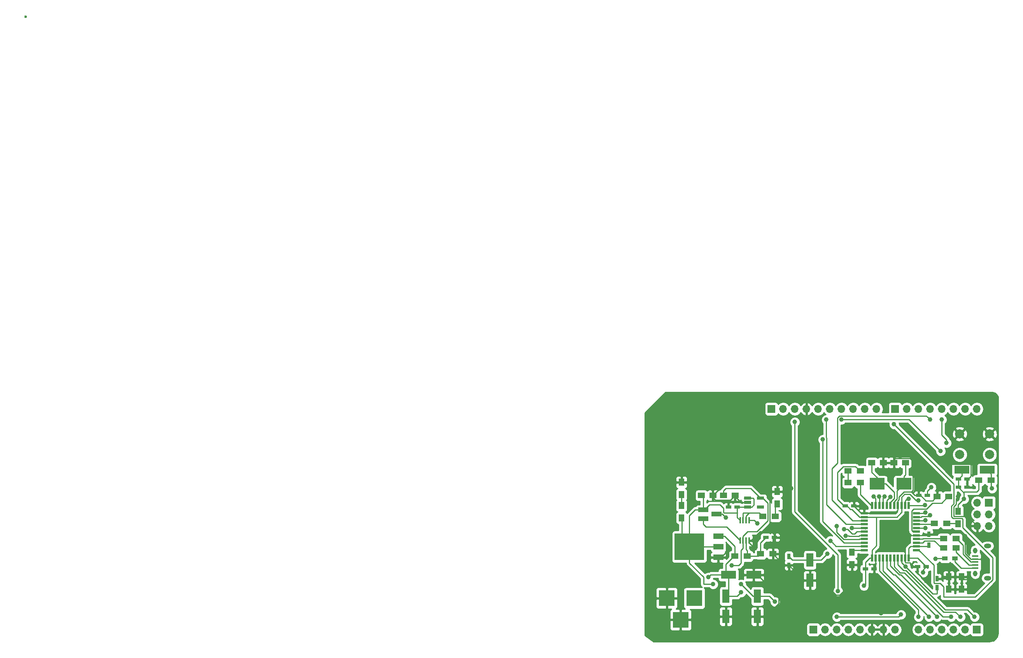
<source format=gtl>
G04 #@! TF.FileFunction,Copper,L1,Top,Signal*
%FSLAX46Y46*%
G04 Gerber Fmt 4.6, Leading zero omitted, Abs format (unit mm)*
G04 Created by KiCad (PCBNEW 4.0.7) date Monday, August 13, 2018 'AMt' 10:39:14 AM*
%MOMM*%
%LPD*%
G01*
G04 APERTURE LIST*
%ADD10C,0.100000*%
%ADD11C,0.600000*%
%ADD12R,1.500000X1.250000*%
%ADD13R,1.600000X3.000000*%
%ADD14R,1.200000X0.750000*%
%ADD15R,0.750000X1.200000*%
%ADD16R,1.700000X1.700000*%
%ADD17O,1.700000X1.700000*%
%ADD18R,3.300000X1.700000*%
%ADD19R,1.500000X1.300000*%
%ADD20R,1.300000X1.500000*%
%ADD21R,1.350000X0.400000*%
%ADD22O,0.950000X1.250000*%
%ADD23O,1.550000X1.000000*%
%ADD24R,3.500000X3.500000*%
%ADD25R,1.200000X0.900000*%
%ADD26R,2.200000X1.000000*%
%ADD27C,2.000000*%
%ADD28R,2.200000X1.200000*%
%ADD29R,6.400000X5.800000*%
%ADD30R,3.050000X2.750000*%
%ADD31R,1.500000X0.550000*%
%ADD32R,0.550000X1.500000*%
%ADD33R,0.450000X1.450000*%
%ADD34R,1.650000X0.650000*%
%ADD35R,3.325000X2.500000*%
%ADD36C,1.000000*%
%ADD37C,0.250000*%
%ADD38C,0.300000*%
%ADD39C,0.254000*%
G04 APERTURE END LIST*
D10*
D11*
X150646000Y-100648000D03*
X149446000Y-100648000D03*
X148246000Y-100648000D03*
X147046000Y-100648000D03*
X150646000Y-99448000D03*
X149446000Y-99448000D03*
X148246000Y-99448000D03*
X147046000Y-99448000D03*
X150646000Y-98248000D03*
X149446000Y-98248000D03*
X148246000Y-98248000D03*
X147046000Y-98248000D03*
X150646000Y-97048000D03*
X149446000Y-97048000D03*
X148246000Y-97048000D03*
X0Y0D03*
D12*
X184170000Y-97028000D03*
X186670000Y-97028000D03*
X191496000Y-97028000D03*
X188996000Y-97028000D03*
D13*
X170688000Y-118196000D03*
X170688000Y-122596000D03*
D14*
X203012000Y-102362000D03*
X204912000Y-102362000D03*
D15*
X166116000Y-117414000D03*
X166116000Y-119314000D03*
X198374000Y-124140000D03*
X198374000Y-122240000D03*
D12*
X198394000Y-104394000D03*
X200894000Y-104394000D03*
D14*
X203012000Y-100584000D03*
X204912000Y-100584000D03*
D13*
X152400000Y-126070000D03*
X152400000Y-130470000D03*
D15*
X196596000Y-114954000D03*
X196596000Y-112608000D03*
D13*
X159258000Y-126070000D03*
X159258000Y-130470000D03*
D14*
X161102000Y-113284000D03*
X163002000Y-113284000D03*
D12*
X147086000Y-104140000D03*
X149586000Y-104140000D03*
D14*
X154874000Y-106680000D03*
X152974000Y-106680000D03*
D12*
X154412000Y-104140000D03*
X151912000Y-104140000D03*
D14*
X194376000Y-104140000D03*
X196276000Y-104140000D03*
X184658000Y-120142000D03*
X182758000Y-120142000D03*
X180274000Y-106426000D03*
X178374000Y-106426000D03*
X194122000Y-119634000D03*
X196022000Y-119634000D03*
D16*
X209658000Y-105686000D03*
D17*
X207118000Y-105686000D03*
X209658000Y-108226000D03*
X207118000Y-108226000D03*
X209658000Y-110766000D03*
X207118000Y-110766000D03*
D18*
X203752000Y-98552000D03*
X209252000Y-98552000D03*
X152952000Y-121412000D03*
X158452000Y-121412000D03*
D19*
X181690000Y-101346000D03*
X178990000Y-101346000D03*
X197786000Y-110236000D03*
X200486000Y-110236000D03*
D20*
X142748000Y-101266000D03*
X142748000Y-103966000D03*
X163576000Y-103298000D03*
X163576000Y-105998000D03*
D21*
X206676000Y-119918000D03*
X206676000Y-119268000D03*
X206676000Y-118618000D03*
X206676000Y-117968000D03*
X206676000Y-117318000D03*
D22*
X206676000Y-121118000D03*
X206676000Y-116118000D03*
D23*
X209376000Y-122118000D03*
X209376000Y-115118000D03*
D24*
X145542000Y-126492000D03*
X139542000Y-126492000D03*
X142542000Y-131192000D03*
D16*
X171438000Y-133316000D03*
D17*
X173978000Y-133316000D03*
X176518000Y-133316000D03*
X179058000Y-133316000D03*
X181598000Y-133316000D03*
X184138000Y-133316000D03*
X186678000Y-133316000D03*
X189218000Y-133316000D03*
D16*
X162314000Y-85316000D03*
D17*
X164854000Y-85316000D03*
X167394000Y-85316000D03*
X169934000Y-85316000D03*
X172474000Y-85316000D03*
X175014000Y-85316000D03*
X177554000Y-85316000D03*
X180094000Y-85316000D03*
X182634000Y-85316000D03*
X185174000Y-85316000D03*
D16*
X189238000Y-85316000D03*
D17*
X191778000Y-85316000D03*
X194318000Y-85316000D03*
X196858000Y-85316000D03*
X199398000Y-85316000D03*
X201938000Y-85316000D03*
X204478000Y-85316000D03*
X207018000Y-85316000D03*
D16*
X207018000Y-133316000D03*
D17*
X204478000Y-133316000D03*
X201938000Y-133316000D03*
X199398000Y-133316000D03*
X196858000Y-133316000D03*
X194318000Y-133316000D03*
D25*
X200068000Y-117856000D03*
X202268000Y-117856000D03*
D26*
X147460000Y-107254000D03*
X147460000Y-109154000D03*
X150360000Y-108204000D03*
D19*
X199818000Y-113538000D03*
X202518000Y-113538000D03*
X199818000Y-115570000D03*
X202518000Y-115570000D03*
X207438000Y-100838000D03*
X210138000Y-100838000D03*
D20*
X200914000Y-124540000D03*
X200914000Y-121840000D03*
X203708000Y-124540000D03*
X203708000Y-121840000D03*
X179832000Y-119206000D03*
X179832000Y-116506000D03*
D19*
X181690000Y-98806000D03*
X178990000Y-98806000D03*
D20*
X202946000Y-107616000D03*
X202946000Y-110316000D03*
X142748000Y-109046000D03*
X142748000Y-106346000D03*
D19*
X154352000Y-117348000D03*
X157052000Y-117348000D03*
X159940000Y-116840000D03*
X162640000Y-116840000D03*
X160448000Y-108712000D03*
X163148000Y-108712000D03*
D27*
X209804000Y-90750000D03*
X209804000Y-95250000D03*
X203304000Y-90750000D03*
X203304000Y-95250000D03*
D28*
X150758000Y-117596000D03*
X150758000Y-115316000D03*
X150758000Y-113036000D03*
D29*
X144458000Y-115316000D03*
D30*
X142783000Y-113791000D03*
X146133000Y-116841000D03*
X142783000Y-116841000D03*
X146133000Y-113791000D03*
D31*
X193914000Y-116014000D03*
X193914000Y-115214000D03*
X193914000Y-114414000D03*
X193914000Y-113614000D03*
X193914000Y-112814000D03*
X193914000Y-112014000D03*
X193914000Y-111214000D03*
X193914000Y-110414000D03*
X193914000Y-109614000D03*
X193914000Y-108814000D03*
X193914000Y-108014000D03*
D32*
X192214000Y-106314000D03*
X191414000Y-106314000D03*
X190614000Y-106314000D03*
X189814000Y-106314000D03*
X189014000Y-106314000D03*
X188214000Y-106314000D03*
X187414000Y-106314000D03*
X186614000Y-106314000D03*
X185814000Y-106314000D03*
X185014000Y-106314000D03*
X184214000Y-106314000D03*
D31*
X182514000Y-108014000D03*
X182514000Y-108814000D03*
X182514000Y-109614000D03*
X182514000Y-110414000D03*
X182514000Y-111214000D03*
X182514000Y-112014000D03*
X182514000Y-112814000D03*
X182514000Y-113614000D03*
X182514000Y-114414000D03*
X182514000Y-115214000D03*
X182514000Y-116014000D03*
D32*
X184214000Y-117714000D03*
X185014000Y-117714000D03*
X185814000Y-117714000D03*
X186614000Y-117714000D03*
X187414000Y-117714000D03*
X188214000Y-117714000D03*
X189014000Y-117714000D03*
X189814000Y-117714000D03*
X190614000Y-117714000D03*
X191414000Y-117714000D03*
X192214000Y-117714000D03*
D33*
X155489000Y-113960000D03*
X156139000Y-113960000D03*
X156789000Y-113960000D03*
X157439000Y-113960000D03*
X157439000Y-109560000D03*
X156789000Y-109560000D03*
X156139000Y-109560000D03*
X155489000Y-109560000D03*
D34*
X157158000Y-104714000D03*
X157158000Y-105664000D03*
X157158000Y-106614000D03*
X159908000Y-106614000D03*
X159908000Y-104714000D03*
D35*
X185301500Y-101600000D03*
X191126500Y-101600000D03*
D11*
X147046000Y-97048000D03*
D36*
X202946000Y-104394000D03*
X186182000Y-129730990D03*
X196029522Y-122726781D03*
X166568990Y-102616000D03*
X198628000Y-102362000D03*
X204470000Y-113030000D03*
X198882000Y-97028000D03*
X158766012Y-115633010D03*
X153162000Y-115824000D03*
X159258000Y-119380000D03*
X148082000Y-130556000D03*
X198002820Y-117936079D03*
X174498000Y-116840000D03*
X152400000Y-108966000D03*
X195834000Y-111252000D03*
X182447371Y-123773371D03*
X194310000Y-105215002D03*
X197104000Y-102362000D03*
X195326000Y-120904000D03*
X204216000Y-104902000D03*
X163068000Y-127254000D03*
X149606000Y-123444000D03*
X155702000Y-123444000D03*
X167386000Y-88138000D03*
X191516000Y-119634000D03*
X176784000Y-124968000D03*
X155702000Y-125222000D03*
X148590000Y-121920000D03*
X153670000Y-119380000D03*
X195786127Y-107872853D03*
X195827109Y-109522865D03*
X196850000Y-108458000D03*
X199390000Y-87630000D03*
X200406000Y-92710000D03*
X188158235Y-104478899D03*
X186961513Y-104390107D03*
X175134278Y-113982990D03*
X159258000Y-110236000D03*
X174244000Y-87630000D03*
X195700789Y-106222841D03*
X177546000Y-87630000D03*
X199136000Y-94488000D03*
X176475704Y-110792963D03*
X178443809Y-112887963D03*
X178150156Y-111449227D03*
X188976000Y-88646000D03*
X179832000Y-111252000D03*
X173482000Y-91948000D03*
X196850000Y-87630000D03*
X184562796Y-104338335D03*
X185761508Y-104394177D03*
X206502000Y-130556000D03*
X203454000Y-130556000D03*
X201422000Y-130556000D03*
X198374000Y-130556000D03*
X196596000Y-130556000D03*
X194310000Y-130556000D03*
X176530000Y-130556000D03*
X190500000Y-130048000D03*
X192212744Y-104863997D03*
X210312000Y-102616000D03*
D37*
X188214000Y-105615005D02*
X189039002Y-104790003D01*
X188214000Y-106314000D02*
X188214000Y-105615005D01*
X189039002Y-104790003D02*
X189039002Y-103425002D01*
X189039002Y-103425002D02*
X187214000Y-101600000D01*
X187214000Y-101600000D02*
X185301500Y-101600000D01*
X185301500Y-101600000D02*
X185301500Y-100211500D01*
X184170000Y-99080000D02*
X184170000Y-97028000D01*
X185301500Y-100211500D02*
X184170000Y-99080000D01*
X159860000Y-112014000D02*
X162306000Y-112014000D01*
X157914000Y-113960000D02*
X159860000Y-112014000D01*
X157439000Y-113960000D02*
X157914000Y-113960000D01*
X207118000Y-110766000D02*
X205043001Y-108691001D01*
X205043001Y-108691001D02*
X202035999Y-108691001D01*
X202035999Y-108691001D02*
X201970999Y-108626001D01*
X201970999Y-108626001D02*
X201970999Y-106605999D01*
X201970999Y-106605999D02*
X202495990Y-106081008D01*
X202495990Y-106081008D02*
X202495990Y-104844010D01*
X202495990Y-104844010D02*
X202946000Y-104394000D01*
X185682001Y-129230991D02*
X186182000Y-129730990D01*
X184658000Y-128206990D02*
X185682001Y-129230991D01*
X184658000Y-126492000D02*
X184658000Y-128206990D01*
X195529523Y-122226782D02*
X196029522Y-122726781D01*
X195275523Y-122226782D02*
X195529523Y-122226782D01*
X194122000Y-121073259D02*
X195275523Y-122226782D01*
X194122000Y-119634000D02*
X194122000Y-121073259D01*
X191414000Y-118714000D02*
X191489001Y-118789001D01*
X191414000Y-117714000D02*
X191414000Y-118714000D01*
X192427001Y-118789001D02*
X193272000Y-119634000D01*
X191489001Y-118789001D02*
X192427001Y-118789001D01*
X193272000Y-119634000D02*
X194122000Y-119634000D01*
X179832000Y-120206000D02*
X179832000Y-119206000D01*
X179832000Y-123141004D02*
X179832000Y-120206000D01*
X177180002Y-125793002D02*
X179832000Y-123141004D01*
X173190996Y-122596000D02*
X176387998Y-125793002D01*
X170688000Y-122596000D02*
X173190996Y-122596000D01*
X176387998Y-125793002D02*
X177180002Y-125793002D01*
X166068991Y-103115999D02*
X166568990Y-102616000D01*
X165886990Y-103298000D02*
X166068991Y-103115999D01*
X163576000Y-103298000D02*
X165886990Y-103298000D01*
X198394000Y-102596000D02*
X198394000Y-104394000D01*
X198628000Y-102362000D02*
X198394000Y-102596000D01*
X189814000Y-105314000D02*
X190049991Y-105078009D01*
X190049991Y-105078009D02*
X190049991Y-104461599D01*
X190049991Y-104461599D02*
X191133589Y-103378000D01*
X191133589Y-103378000D02*
X192764000Y-103378000D01*
X189814000Y-106314000D02*
X189814000Y-105314000D01*
X198394000Y-104394000D02*
X198269000Y-104394000D01*
X194769002Y-104140000D02*
X194376000Y-104140000D01*
X195898002Y-105269000D02*
X194769002Y-104140000D01*
X198269000Y-104394000D02*
X197394000Y-105269000D01*
X197394000Y-105269000D02*
X195898002Y-105269000D01*
X192764000Y-103378000D02*
X193526000Y-104140000D01*
X188996000Y-97028000D02*
X188996000Y-96153000D01*
X188996000Y-96153000D02*
X189071001Y-96077999D01*
X189071001Y-96077999D02*
X192506001Y-96077999D01*
X192506001Y-96077999D02*
X193114001Y-96685999D01*
X193114001Y-96685999D02*
X193114001Y-103027999D01*
X193114001Y-103027999D02*
X192764000Y-103378000D01*
X193526000Y-104140000D02*
X194376000Y-104140000D01*
X204470000Y-116687000D02*
X204470000Y-113030000D01*
X206676000Y-117968000D02*
X205751000Y-117968000D01*
X205751000Y-117968000D02*
X204470000Y-116687000D01*
X203454000Y-112014000D02*
X204470000Y-113030000D01*
X198374000Y-112014000D02*
X203454000Y-112014000D01*
X197780000Y-112608000D02*
X198374000Y-112014000D01*
X196596000Y-112608000D02*
X197780000Y-112608000D01*
X179832000Y-119206000D02*
X179832000Y-125222000D01*
X181102000Y-126492000D02*
X184658000Y-126492000D01*
X179832000Y-125222000D02*
X181102000Y-126492000D01*
X142748000Y-101266000D02*
X147587000Y-101266000D01*
X147587000Y-101266000D02*
X149586000Y-103265000D01*
X149586000Y-103265000D02*
X149586000Y-104140000D01*
X198882000Y-97028000D02*
X199230999Y-97376999D01*
X199230999Y-97376999D02*
X205662001Y-97376999D01*
X205662001Y-97376999D02*
X205762000Y-97476998D01*
X205762000Y-97476998D02*
X205762000Y-99959000D01*
X205137000Y-100584000D02*
X204912000Y-100584000D01*
X205762000Y-99959000D02*
X205137000Y-100584000D01*
X206676000Y-117968000D02*
X207884000Y-117968000D01*
X207264000Y-122428000D02*
X204296000Y-122428000D01*
X208026000Y-121666000D02*
X207264000Y-122428000D01*
X208026000Y-118110000D02*
X208026000Y-121666000D01*
X207884000Y-117968000D02*
X208026000Y-118110000D01*
X204296000Y-122428000D02*
X203708000Y-121840000D01*
X203708000Y-121840000D02*
X203708000Y-124540000D01*
X203708000Y-124540000D02*
X200914000Y-124540000D01*
X200914000Y-124540000D02*
X200914000Y-121840000D01*
X200914000Y-121840000D02*
X200514000Y-122240000D01*
X200514000Y-122240000D02*
X198374000Y-122240000D01*
X186670000Y-97028000D02*
X188996000Y-97028000D01*
X189814000Y-106314000D02*
X189814000Y-107366000D01*
X189166000Y-108014000D02*
X182514000Y-108014000D01*
X189814000Y-107366000D02*
X189166000Y-108014000D01*
X166116000Y-119314000D02*
X165114000Y-119314000D01*
X165114000Y-119314000D02*
X162640000Y-116840000D01*
X170688000Y-122596000D02*
X169398000Y-122596000D01*
X169398000Y-122596000D02*
X166116000Y-119314000D01*
X157439000Y-113960000D02*
X157439000Y-114460000D01*
X158612010Y-115633010D02*
X158766012Y-115633010D01*
X157439000Y-114460000D02*
X158612010Y-115633010D01*
X182514000Y-108014000D02*
X181862000Y-108014000D01*
X181862000Y-108014000D02*
X180274000Y-106426000D01*
X204912000Y-100584000D02*
X204912000Y-102362000D01*
X191414000Y-117714000D02*
X191414000Y-113894000D01*
X192494000Y-112814000D02*
X193914000Y-112814000D01*
X191414000Y-113894000D02*
X192494000Y-112814000D01*
X152974000Y-106680000D02*
X152974000Y-105156000D01*
X152974000Y-105156000D02*
X152908000Y-105156000D01*
X163576000Y-103298000D02*
X160702000Y-103298000D01*
X160702000Y-103298000D02*
X160782000Y-103378000D01*
X184658000Y-120142000D02*
X184658000Y-126492000D01*
X193914000Y-112814000D02*
X196390000Y-112814000D01*
X196390000Y-112814000D02*
X196596000Y-112608000D01*
X185014000Y-117714000D02*
X185014000Y-119786000D01*
X185014000Y-119786000D02*
X184658000Y-120142000D01*
X160308000Y-130470000D02*
X159258000Y-130470000D01*
X161073004Y-130470000D02*
X160308000Y-130470000D01*
X163893002Y-127650002D02*
X161073004Y-130470000D01*
X163893002Y-126053002D02*
X163893002Y-127650002D01*
X159252000Y-121412000D02*
X163893002Y-126053002D01*
X158452000Y-121412000D02*
X159252000Y-121412000D01*
X149586000Y-104140000D02*
X149606000Y-104140000D01*
X149606000Y-104140000D02*
X151892000Y-101854000D01*
X161994002Y-111702002D02*
X162306000Y-112014000D01*
X161994002Y-104590002D02*
X161994002Y-111702002D01*
X159258000Y-101854000D02*
X160782000Y-103378000D01*
X160782000Y-103378000D02*
X161994002Y-104590002D01*
X151892000Y-101854000D02*
X159258000Y-101854000D01*
X153162000Y-115824000D02*
X151390000Y-117596000D01*
X151390000Y-117596000D02*
X150758000Y-117596000D01*
X149586000Y-103906000D02*
X149586000Y-104140000D01*
X154412000Y-104140000D02*
X154412000Y-104374000D01*
X154412000Y-104374000D02*
X155702000Y-105664000D01*
X155702000Y-105664000D02*
X157158000Y-105664000D01*
X149586000Y-104140000D02*
X149586000Y-104628000D01*
X149586000Y-104628000D02*
X150114000Y-105156000D01*
X150114000Y-105156000D02*
X152908000Y-105156000D01*
X152908000Y-105156000D02*
X153396000Y-105156000D01*
X153396000Y-105156000D02*
X154412000Y-104140000D01*
X158452000Y-120186000D02*
X158452000Y-121412000D01*
X159258000Y-119380000D02*
X158452000Y-120186000D01*
X163002000Y-112710000D02*
X163002000Y-113284000D01*
X162306000Y-112014000D02*
X163002000Y-112710000D01*
X162640000Y-116840000D02*
X162640000Y-113646000D01*
X162640000Y-113646000D02*
X163002000Y-113284000D01*
D38*
X152400000Y-130470000D02*
X148168000Y-130470000D01*
X148168000Y-130470000D02*
X148082000Y-130556000D01*
X152400000Y-130470000D02*
X159258000Y-130470000D01*
X158452000Y-121412000D02*
X158452000Y-121028000D01*
D37*
X189599980Y-104865435D02*
X189599980Y-103126520D01*
X189599980Y-103126520D02*
X191126500Y-101600000D01*
X189014000Y-105451415D02*
X189599980Y-104865435D01*
X189014000Y-106314000D02*
X189014000Y-105451415D01*
X191126500Y-101600000D02*
X191126500Y-99957500D01*
X191496000Y-99588000D02*
X191496000Y-97028000D01*
X191126500Y-99957500D02*
X191496000Y-99588000D01*
X198082899Y-117856000D02*
X198002820Y-117936079D01*
X200068000Y-117856000D02*
X198082899Y-117856000D01*
X170688000Y-118196000D02*
X166898000Y-118196000D01*
X166898000Y-118196000D02*
X166116000Y-117414000D01*
X173142000Y-118196000D02*
X170688000Y-118196000D01*
X174498000Y-116840000D02*
X173142000Y-118196000D01*
X150360000Y-108204000D02*
X151638000Y-108204000D01*
X151638000Y-108204000D02*
X152400000Y-108966000D01*
X193914000Y-111214000D02*
X195796000Y-111214000D01*
X195796000Y-111214000D02*
X195834000Y-111252000D01*
X182758000Y-123462742D02*
X182447371Y-123773371D01*
X182758000Y-120142000D02*
X182758000Y-123462742D01*
X194310000Y-105215002D02*
X193766332Y-105215002D01*
X193766332Y-105215002D02*
X192437330Y-103886000D01*
X192437330Y-103886000D02*
X191262000Y-103886000D01*
X191262000Y-103886000D02*
X190614000Y-104534000D01*
X190614000Y-104534000D02*
X190614000Y-106314000D01*
X196276000Y-103190000D02*
X196276000Y-104140000D01*
X197104000Y-102362000D02*
X196276000Y-103190000D01*
X196276000Y-104140000D02*
X196501000Y-104140000D01*
X178374000Y-106426000D02*
X178149000Y-106426000D01*
X176720999Y-99089999D02*
X177979999Y-97830999D01*
X177979999Y-97830999D02*
X180614999Y-97830999D01*
X180614999Y-97830999D02*
X181590000Y-98806000D01*
X181590000Y-98806000D02*
X181690000Y-98806000D01*
X178149000Y-106426000D02*
X176720999Y-104997999D01*
X176720999Y-104997999D02*
X176720999Y-99089999D01*
X182514000Y-108814000D02*
X181537413Y-108814000D01*
X181537413Y-108814000D02*
X179849414Y-107126001D01*
X179849414Y-107126001D02*
X179469825Y-107126001D01*
X179469825Y-107126001D02*
X178769824Y-106426000D01*
X178769824Y-106426000D02*
X178374000Y-106426000D01*
X195326000Y-120904000D02*
X195326000Y-120330000D01*
X195326000Y-120330000D02*
X196022000Y-119634000D01*
X185166000Y-108814000D02*
X185166000Y-115062000D01*
X184214000Y-116014000D02*
X184214000Y-117714000D01*
X185166000Y-115062000D02*
X184214000Y-116014000D01*
X142783000Y-113791000D02*
X142783000Y-109081000D01*
X142783000Y-109081000D02*
X142748000Y-109046000D01*
X182514000Y-108814000D02*
X185166000Y-108814000D01*
X185166000Y-108814000D02*
X189636000Y-108814000D01*
X190614000Y-107836000D02*
X190614000Y-106314000D01*
X189636000Y-108814000D02*
X190500000Y-107950000D01*
X190500000Y-107950000D02*
X190614000Y-107836000D01*
X154940000Y-107950000D02*
X154874000Y-107884000D01*
X152020411Y-107950000D02*
X154940000Y-107950000D01*
X151892000Y-107821589D02*
X152020411Y-107950000D01*
X151892000Y-106934000D02*
X151892000Y-107821589D01*
X151130000Y-106172000D02*
X151892000Y-106934000D01*
X148844000Y-106172000D02*
X151130000Y-106172000D01*
X147762000Y-107254000D02*
X148844000Y-106172000D01*
X147460000Y-107254000D02*
X147762000Y-107254000D01*
X204216000Y-103886000D02*
X204216000Y-103566000D01*
X204216000Y-103566000D02*
X203012000Y-102362000D01*
X203012000Y-102362000D02*
X203012000Y-100584000D01*
X192214000Y-117714000D02*
X192214000Y-115634000D01*
X192634000Y-115214000D02*
X193914000Y-115214000D01*
X192214000Y-115634000D02*
X192634000Y-115214000D01*
X204216000Y-103378000D02*
X207010000Y-103378000D01*
X207438000Y-102950000D02*
X207438000Y-100838000D01*
X207010000Y-103378000D02*
X207438000Y-102950000D01*
X204216000Y-104902000D02*
X204216000Y-103886000D01*
X204216000Y-103886000D02*
X204216000Y-103378000D01*
X202946000Y-107616000D02*
X202946000Y-106172000D01*
X202946000Y-106172000D02*
X204216000Y-104902000D01*
X203012000Y-100584000D02*
X203752000Y-99844000D01*
X203752000Y-99844000D02*
X203752000Y-98552000D01*
X154874000Y-107884000D02*
X154874000Y-108945000D01*
X154874000Y-108945000D02*
X155489000Y-109560000D01*
X154874000Y-106680000D02*
X157092000Y-106680000D01*
X157092000Y-106680000D02*
X157158000Y-106614000D01*
X154874000Y-107884000D02*
X154874000Y-106680000D01*
X196342000Y-119954000D02*
X196022000Y-119634000D01*
X193914000Y-115214000D02*
X195580000Y-115214000D01*
X195580000Y-115214000D02*
X196336000Y-115214000D01*
X196336000Y-115214000D02*
X196596000Y-114954000D01*
X192214000Y-117714000D02*
X194102000Y-117714000D01*
X194102000Y-117714000D02*
X194404000Y-118016000D01*
X194404000Y-118016000D02*
X196022000Y-119634000D01*
X184214000Y-117714000D02*
X183689000Y-117714000D01*
X183689000Y-117714000D02*
X182758000Y-118645000D01*
X182758000Y-118645000D02*
X182758000Y-119517000D01*
X182758000Y-119517000D02*
X182758000Y-120142000D01*
X159258000Y-126070000D02*
X161884000Y-126070000D01*
X161884000Y-126070000D02*
X163068000Y-127254000D01*
X159258000Y-126070000D02*
X158328000Y-126070000D01*
X144458000Y-118804000D02*
X147574000Y-121920000D01*
X147574000Y-121920000D02*
X147574000Y-123444000D01*
X147574000Y-123444000D02*
X149606000Y-123444000D01*
X144458000Y-118804000D02*
X144458000Y-115316000D01*
X158328000Y-126070000D02*
X155702000Y-123444000D01*
X157158000Y-106614000D02*
X158054000Y-106614000D01*
X158308000Y-104714000D02*
X157158000Y-104714000D01*
X158496000Y-104902000D02*
X158308000Y-104714000D01*
X158496000Y-106172000D02*
X158496000Y-104902000D01*
X158054000Y-106614000D02*
X158496000Y-106172000D01*
X156992500Y-106448500D02*
X157158000Y-106614000D01*
X144458000Y-115316000D02*
X150758000Y-115316000D01*
X156398000Y-104714000D02*
X157158000Y-104714000D01*
X147460000Y-107254000D02*
X147508000Y-107254000D01*
X147460000Y-107254000D02*
X147460000Y-104514000D01*
X147460000Y-104514000D02*
X147086000Y-104140000D01*
X147460000Y-107254000D02*
X145730000Y-107254000D01*
X145730000Y-107254000D02*
X144458000Y-108526000D01*
X144458000Y-108526000D02*
X144458000Y-115316000D01*
D38*
X159258000Y-126070000D02*
X158836000Y-126070000D01*
D37*
X167394000Y-107704000D02*
X167394000Y-88146000D01*
X167394000Y-88146000D02*
X167386000Y-88138000D01*
X198334988Y-125515012D02*
X198374000Y-125476000D01*
X198374000Y-125476000D02*
X198374000Y-124140000D01*
X191516000Y-119634000D02*
X197397012Y-125515012D01*
X197397012Y-125515012D02*
X198334988Y-125515012D01*
X191516000Y-119634000D02*
X190614000Y-118732000D01*
X190614000Y-118732000D02*
X190614000Y-117714000D01*
X176784000Y-117094000D02*
X176784000Y-124968000D01*
X167394000Y-107704000D02*
X176784000Y-117094000D01*
X200769000Y-104394000D02*
X200894000Y-104394000D01*
X199368988Y-105794012D02*
X200769000Y-104394000D01*
X197350622Y-105794012D02*
X199368988Y-105794012D01*
X196096791Y-107047843D02*
X197350622Y-105794012D01*
X193270155Y-107047843D02*
X196096791Y-107047843D01*
X192838999Y-111749001D02*
X192838999Y-107478999D01*
X192838999Y-107478999D02*
X193270155Y-107047843D01*
X193103998Y-112014000D02*
X192838999Y-111749001D01*
X193914000Y-112014000D02*
X193103998Y-112014000D01*
X152400000Y-126070000D02*
X154854000Y-126070000D01*
X154854000Y-126070000D02*
X155702000Y-125222000D01*
X154352000Y-117348000D02*
X154178000Y-117348000D01*
X154178000Y-117348000D02*
X152400000Y-119126000D01*
X152400000Y-119126000D02*
X152400000Y-120860000D01*
X152400000Y-120860000D02*
X152952000Y-121412000D01*
X154352000Y-117348000D02*
X153924000Y-117348000D01*
X150758000Y-113036000D02*
X152152000Y-113036000D01*
X154352000Y-115236000D02*
X154352000Y-117348000D01*
X152152000Y-113036000D02*
X154352000Y-115236000D01*
X152952000Y-121412000D02*
X152952000Y-125518000D01*
X152952000Y-125518000D02*
X152400000Y-126070000D01*
X148590000Y-121920000D02*
X149098000Y-121412000D01*
X149098000Y-121412000D02*
X152952000Y-121412000D01*
X157052000Y-117348000D02*
X157052000Y-116158000D01*
X156789000Y-115895000D02*
X156789000Y-113960000D01*
X157052000Y-116158000D02*
X156789000Y-115895000D01*
X157052000Y-117348000D02*
X159432000Y-117348000D01*
X159432000Y-117348000D02*
X159940000Y-116840000D01*
X159940000Y-116840000D02*
X159940000Y-114446000D01*
X159940000Y-114446000D02*
X161102000Y-113284000D01*
X156798000Y-113969000D02*
X156789000Y-113960000D01*
X159131002Y-112014000D02*
X157110000Y-112014000D01*
X157110000Y-112014000D02*
X156139000Y-112985000D01*
X156139000Y-112985000D02*
X156139000Y-113960000D01*
X159908000Y-104714000D02*
X160408000Y-104714000D01*
X160408000Y-104714000D02*
X161523001Y-105829001D01*
X161523001Y-109622001D02*
X159131002Y-112014000D01*
X161523001Y-105829001D02*
X161523001Y-109622001D01*
X156139000Y-113960000D02*
X156139000Y-115641000D01*
X155194000Y-119380000D02*
X153670000Y-119380000D01*
X155702000Y-118872000D02*
X155194000Y-119380000D01*
X155702000Y-116078000D02*
X155702000Y-118872000D01*
X156139000Y-115641000D02*
X155702000Y-116078000D01*
X151912000Y-104140000D02*
X151912000Y-103104000D01*
X157810000Y-102616000D02*
X159908000Y-104714000D01*
X152400000Y-102616000D02*
X157810000Y-102616000D01*
X151912000Y-103104000D02*
X152400000Y-102616000D01*
X193914000Y-108014000D02*
X195644980Y-108014000D01*
X195644980Y-108014000D02*
X195786127Y-107872853D01*
X195735974Y-109614000D02*
X195827109Y-109522865D01*
X193914000Y-109614000D02*
X195735974Y-109614000D01*
X194914000Y-108814000D02*
X195030145Y-108697855D01*
X195030145Y-108697855D02*
X196610145Y-108697855D01*
X196610145Y-108697855D02*
X196850000Y-108458000D01*
X193914000Y-108814000D02*
X194914000Y-108814000D01*
X184214000Y-106314000D02*
X184038000Y-106314000D01*
X184038000Y-106314000D02*
X181690000Y-103966000D01*
X181690000Y-103966000D02*
X181690000Y-101346000D01*
X178990000Y-101346000D02*
X178990000Y-98806000D01*
X193914000Y-110414000D02*
X197608000Y-110414000D01*
X197608000Y-110414000D02*
X197786000Y-110236000D01*
X200486000Y-110236000D02*
X202866000Y-110236000D01*
X202866000Y-110236000D02*
X202946000Y-110316000D01*
X142748000Y-106346000D02*
X142748000Y-103966000D01*
X163148000Y-108712000D02*
X163148000Y-106426000D01*
X163148000Y-106426000D02*
X163576000Y-105998000D01*
X163148000Y-106426000D02*
X163576000Y-105998000D01*
X202268000Y-117856000D02*
X202268000Y-118556000D01*
X202268000Y-118556000D02*
X203630000Y-119918000D01*
X203630000Y-119918000D02*
X205751000Y-119918000D01*
X205751000Y-119918000D02*
X206676000Y-119918000D01*
X205751000Y-119268000D02*
X206676000Y-119268000D01*
X202518000Y-115570000D02*
X202518000Y-116470000D01*
X202518000Y-116470000D02*
X205316000Y-119268000D01*
X205316000Y-119268000D02*
X205751000Y-119268000D01*
X205751000Y-118618000D02*
X206676000Y-118618000D01*
X204019989Y-116886989D02*
X205751000Y-118618000D01*
X204019989Y-114939989D02*
X204019989Y-116886989D01*
X202618000Y-113538000D02*
X204019989Y-114939989D01*
X202518000Y-113538000D02*
X202618000Y-113538000D01*
X199390000Y-90986894D02*
X199390000Y-87630000D01*
X200406000Y-92710000D02*
X200406000Y-92002894D01*
X200406000Y-92002894D02*
X199390000Y-90986894D01*
X187414000Y-106314000D02*
X187414000Y-105223134D01*
X187414000Y-105223134D02*
X188158235Y-104478899D01*
X186614000Y-106314000D02*
X186614000Y-104737620D01*
X186614000Y-104737620D02*
X186961513Y-104390107D01*
X175634277Y-114482989D02*
X175134278Y-113982990D01*
X176365288Y-115214000D02*
X175634277Y-114482989D01*
X182514000Y-115214000D02*
X176365288Y-115214000D01*
X157439000Y-109560000D02*
X158582000Y-109560000D01*
X158582000Y-109560000D02*
X159258000Y-110236000D01*
X174244000Y-91488996D02*
X174244000Y-88337106D01*
X174244000Y-88337106D02*
X174244000Y-87630000D01*
X174307002Y-91551998D02*
X174244000Y-91488996D01*
X174307002Y-106186004D02*
X174307002Y-91551998D01*
X178534998Y-110414000D02*
X174307002Y-106186004D01*
X182514000Y-110414000D02*
X178534998Y-110414000D01*
X195609630Y-106314000D02*
X195700789Y-106222841D01*
X192214000Y-106314000D02*
X195609630Y-106314000D01*
X199136000Y-94488000D02*
X192278000Y-87630000D01*
X192278000Y-87630000D02*
X177546000Y-87630000D01*
X176475704Y-112140860D02*
X176475704Y-111500069D01*
X176475704Y-111500069D02*
X176475704Y-110792963D01*
X182514000Y-113614000D02*
X181514000Y-113614000D01*
X181514000Y-113614000D02*
X181415036Y-113712964D01*
X181415036Y-113712964D02*
X178047808Y-113712964D01*
X178047808Y-113712964D02*
X176475704Y-112140860D01*
X179150915Y-112887963D02*
X178443809Y-112887963D01*
X179239975Y-112977023D02*
X179150915Y-112887963D01*
X182514000Y-112814000D02*
X181514000Y-112814000D01*
X181514000Y-112814000D02*
X181350977Y-112977023D01*
X181350977Y-112977023D02*
X179239975Y-112977023D01*
X180927413Y-112014000D02*
X180414401Y-112527012D01*
X182514000Y-112014000D02*
X180927413Y-112014000D01*
X180414401Y-112527012D02*
X179935047Y-112527012D01*
X178857262Y-111449227D02*
X178150156Y-111449227D01*
X179935047Y-112527012D02*
X178857262Y-111449227D01*
X201970999Y-105969589D02*
X201970999Y-101640999D01*
X201970999Y-101640999D02*
X189475999Y-89145999D01*
X189475999Y-89145999D02*
X188976000Y-88646000D01*
X201849599Y-109141012D02*
X201520988Y-108812401D01*
X201520988Y-108812401D02*
X201520988Y-106419599D01*
X201520988Y-106419599D02*
X201970999Y-105969589D01*
X210476010Y-117659750D02*
X203921001Y-111104741D01*
X203921001Y-111104741D02*
X203921001Y-109305999D01*
X203921001Y-109305999D02*
X203756014Y-109141012D01*
X203756014Y-109141012D02*
X201849599Y-109141012D01*
X206697740Y-126238000D02*
X210476010Y-122459730D01*
X210476010Y-122459730D02*
X210476010Y-117659750D01*
X197738999Y-123214999D02*
X199009001Y-123214999D01*
X199009001Y-123214999D02*
X199772411Y-123978409D01*
X199772411Y-123978409D02*
X199772411Y-126238000D01*
X199772411Y-126238000D02*
X206697740Y-126238000D01*
X197673999Y-123149999D02*
X197738999Y-123214999D01*
X194389000Y-116014000D02*
X197673999Y-119298999D01*
X197673999Y-119298999D02*
X197673999Y-123149999D01*
X193914000Y-116014000D02*
X194389000Y-116014000D01*
X179832000Y-111252000D02*
X182476000Y-111252000D01*
X182476000Y-111252000D02*
X182514000Y-111214000D01*
X182514000Y-111214000D02*
X182588000Y-111214000D01*
X182588000Y-111214000D02*
X182787999Y-111413999D01*
X182514000Y-114414000D02*
X178112433Y-114414000D01*
X173482000Y-92655106D02*
X173482000Y-91948000D01*
X173482000Y-109783567D02*
X173482000Y-92655106D01*
X178112433Y-114414000D02*
X173482000Y-109783567D01*
X196350001Y-87130001D02*
X196850000Y-87630000D01*
X176720998Y-87233998D02*
X177149998Y-86804998D01*
X177149998Y-86804998D02*
X196024998Y-86804998D01*
X196024998Y-86804998D02*
X196350001Y-87130001D01*
X176720998Y-97091002D02*
X176720998Y-87233998D01*
X175514000Y-98298000D02*
X176720998Y-97091002D01*
X180001998Y-109614000D02*
X175514000Y-105126002D01*
X182514000Y-109614000D02*
X180001998Y-109614000D01*
X175514000Y-105126002D02*
X175514000Y-98298000D01*
X185014000Y-104789539D02*
X184562796Y-104338335D01*
X185014000Y-106314000D02*
X185014000Y-104789539D01*
X185814000Y-104446669D02*
X185761508Y-104394177D01*
X185814000Y-106314000D02*
X185814000Y-104446669D01*
X206002001Y-130056001D02*
X206502000Y-130556000D01*
X204978000Y-129032000D02*
X206002001Y-130056001D01*
X200132000Y-129032000D02*
X204978000Y-129032000D01*
X191559001Y-120459001D02*
X200132000Y-129032000D01*
X189814000Y-119153002D02*
X191119999Y-120459001D01*
X189814000Y-117714000D02*
X189814000Y-119153002D01*
X191119999Y-120459001D02*
X191559001Y-120459001D01*
X189014000Y-118714000D02*
X189014000Y-117714000D01*
X189014000Y-119623002D02*
X189014000Y-118714000D01*
X190357999Y-120967001D02*
X189014000Y-119623002D01*
X191267001Y-120967001D02*
X190357999Y-120967001D01*
X202380011Y-129482011D02*
X199782011Y-129482011D01*
X203454000Y-130556000D02*
X202380011Y-129482011D01*
X199782011Y-129482011D02*
X191267001Y-120967001D01*
X188214000Y-118714000D02*
X188214000Y-117714000D01*
X188214000Y-119459413D02*
X188214000Y-118714000D01*
X190171599Y-121417012D02*
X188214000Y-119459413D01*
X201422000Y-130556000D02*
X199644000Y-130556000D01*
X190505012Y-121417012D02*
X190171599Y-121417012D01*
X199644000Y-130556000D02*
X190505012Y-121417012D01*
X198374000Y-130556000D02*
X189235012Y-121417012D01*
X189235012Y-121417012D02*
X188901599Y-121417012D01*
X188901599Y-121417012D02*
X187414000Y-119929413D01*
X187414000Y-118714000D02*
X187414000Y-117714000D01*
X187414000Y-119929413D02*
X187414000Y-118714000D01*
X186614000Y-117714000D02*
X186614000Y-120574000D01*
X186614000Y-120574000D02*
X196596000Y-130556000D01*
X185814000Y-120536000D02*
X194310000Y-129032000D01*
X194310000Y-129032000D02*
X194310000Y-130556000D01*
X185814000Y-117714000D02*
X185814000Y-120536000D01*
X147460000Y-109154000D02*
X147460000Y-110376000D01*
X152527000Y-110998000D02*
X155489000Y-113960000D01*
X148082000Y-110998000D02*
X152527000Y-110998000D01*
X147460000Y-110376000D02*
X148082000Y-110998000D01*
X193914000Y-113614000D02*
X195250000Y-113614000D01*
X195326000Y-113538000D02*
X199818000Y-113538000D01*
X195250000Y-113614000D02*
X195326000Y-113538000D01*
X199742000Y-113614000D02*
X199818000Y-113538000D01*
X193914000Y-114414000D02*
X195212000Y-114414000D01*
X197808002Y-113988002D02*
X199390000Y-115570000D01*
X195637998Y-113988002D02*
X197808002Y-113988002D01*
X195212000Y-114414000D02*
X195637998Y-113988002D01*
X199390000Y-115570000D02*
X199818000Y-115570000D01*
X182514000Y-116014000D02*
X180324000Y-116014000D01*
X180324000Y-116014000D02*
X179832000Y-116506000D01*
X156789000Y-109560000D02*
X156789000Y-108641000D01*
X156789000Y-108641000D02*
X157480000Y-107950000D01*
X156139000Y-109560000D02*
X156139000Y-108021000D01*
X159686000Y-107950000D02*
X160448000Y-108712000D01*
X156210000Y-107950000D02*
X157480000Y-107950000D01*
X157480000Y-107950000D02*
X159686000Y-107950000D01*
X156139000Y-108021000D02*
X156210000Y-107950000D01*
X190500000Y-130048000D02*
X189992000Y-130556000D01*
X189992000Y-130556000D02*
X176530000Y-130556000D01*
X191414000Y-105314000D02*
X191864003Y-104863997D01*
X191414000Y-106314000D02*
X191414000Y-105314000D01*
X191864003Y-104863997D02*
X192212744Y-104863997D01*
X210138000Y-100838000D02*
X210138000Y-99438000D01*
X210138000Y-99438000D02*
X209252000Y-98552000D01*
X210138000Y-99438000D02*
X209252000Y-98552000D01*
X210138000Y-102442000D02*
X210138000Y-99438000D01*
X210312000Y-102616000D02*
X210138000Y-102442000D01*
D39*
G36*
X210979033Y-81884999D02*
X211285568Y-82150294D01*
X211459450Y-82393728D01*
X211613100Y-82700228D01*
X211659000Y-83336676D01*
X211659000Y-134044533D01*
X211505398Y-134816743D01*
X211270471Y-135168335D01*
X210612457Y-135744097D01*
X210508741Y-135813398D01*
X209736533Y-135967000D01*
X136627666Y-135967000D01*
X134806695Y-134601271D01*
X134797000Y-134552533D01*
X134797000Y-131477750D01*
X140157000Y-131477750D01*
X140157000Y-133068310D01*
X140253673Y-133301699D01*
X140432302Y-133480327D01*
X140665691Y-133577000D01*
X142256250Y-133577000D01*
X142415000Y-133418250D01*
X142415000Y-131319000D01*
X142669000Y-131319000D01*
X142669000Y-133418250D01*
X142827750Y-133577000D01*
X144418309Y-133577000D01*
X144651698Y-133480327D01*
X144830327Y-133301699D01*
X144927000Y-133068310D01*
X144927000Y-131477750D01*
X144768250Y-131319000D01*
X142669000Y-131319000D01*
X142415000Y-131319000D01*
X140315750Y-131319000D01*
X140157000Y-131477750D01*
X134797000Y-131477750D01*
X134797000Y-126777750D01*
X137157000Y-126777750D01*
X137157000Y-128368310D01*
X137253673Y-128601699D01*
X137432302Y-128780327D01*
X137665691Y-128877000D01*
X139256250Y-128877000D01*
X139415000Y-128718250D01*
X139415000Y-126619000D01*
X139669000Y-126619000D01*
X139669000Y-128718250D01*
X139827750Y-128877000D01*
X140496696Y-128877000D01*
X140432302Y-128903673D01*
X140253673Y-129082301D01*
X140157000Y-129315690D01*
X140157000Y-130906250D01*
X140315750Y-131065000D01*
X142415000Y-131065000D01*
X142415000Y-128965750D01*
X142256250Y-128807000D01*
X141587304Y-128807000D01*
X141651698Y-128780327D01*
X141830327Y-128601699D01*
X141927000Y-128368310D01*
X141927000Y-126777750D01*
X141768250Y-126619000D01*
X139669000Y-126619000D01*
X139415000Y-126619000D01*
X137315750Y-126619000D01*
X137157000Y-126777750D01*
X134797000Y-126777750D01*
X134797000Y-124615690D01*
X137157000Y-124615690D01*
X137157000Y-126206250D01*
X137315750Y-126365000D01*
X139415000Y-126365000D01*
X139415000Y-124265750D01*
X139669000Y-124265750D01*
X139669000Y-126365000D01*
X141768250Y-126365000D01*
X141927000Y-126206250D01*
X141927000Y-124615690D01*
X141830327Y-124382301D01*
X141651698Y-124203673D01*
X141418309Y-124107000D01*
X139827750Y-124107000D01*
X139669000Y-124265750D01*
X139415000Y-124265750D01*
X139256250Y-124107000D01*
X137665691Y-124107000D01*
X137432302Y-124203673D01*
X137253673Y-124382301D01*
X137157000Y-124615690D01*
X134797000Y-124615690D01*
X134797000Y-112416000D01*
X140610560Y-112416000D01*
X140610560Y-118216000D01*
X140654838Y-118451317D01*
X140793910Y-118667441D01*
X141006110Y-118812431D01*
X141258000Y-118863440D01*
X143709823Y-118863440D01*
X143755852Y-119094839D01*
X143920599Y-119341401D01*
X146814000Y-122234802D01*
X146814000Y-123444000D01*
X146871852Y-123734839D01*
X147036599Y-123981401D01*
X147205954Y-124094560D01*
X143792000Y-124094560D01*
X143556683Y-124138838D01*
X143340559Y-124277910D01*
X143195569Y-124490110D01*
X143144560Y-124742000D01*
X143144560Y-128242000D01*
X143188838Y-128477317D01*
X143327910Y-128693441D01*
X143494109Y-128807000D01*
X142827750Y-128807000D01*
X142669000Y-128965750D01*
X142669000Y-131065000D01*
X144768250Y-131065000D01*
X144927000Y-130906250D01*
X144927000Y-130755750D01*
X150965000Y-130755750D01*
X150965000Y-132096309D01*
X151061673Y-132329698D01*
X151240301Y-132508327D01*
X151473690Y-132605000D01*
X152114250Y-132605000D01*
X152273000Y-132446250D01*
X152273000Y-130597000D01*
X152527000Y-130597000D01*
X152527000Y-132446250D01*
X152685750Y-132605000D01*
X153326310Y-132605000D01*
X153559699Y-132508327D01*
X153738327Y-132329698D01*
X153835000Y-132096309D01*
X153835000Y-130755750D01*
X157823000Y-130755750D01*
X157823000Y-132096309D01*
X157919673Y-132329698D01*
X158098301Y-132508327D01*
X158331690Y-132605000D01*
X158972250Y-132605000D01*
X159131000Y-132446250D01*
X159131000Y-130597000D01*
X159385000Y-130597000D01*
X159385000Y-132446250D01*
X159543750Y-132605000D01*
X160184310Y-132605000D01*
X160417699Y-132508327D01*
X160460025Y-132466000D01*
X169940560Y-132466000D01*
X169940560Y-134166000D01*
X169984838Y-134401317D01*
X170123910Y-134617441D01*
X170336110Y-134762431D01*
X170588000Y-134813440D01*
X172288000Y-134813440D01*
X172523317Y-134769162D01*
X172739441Y-134630090D01*
X172884431Y-134417890D01*
X172898086Y-134350459D01*
X172927946Y-134395147D01*
X173409715Y-134717054D01*
X173978000Y-134830093D01*
X174546285Y-134717054D01*
X175028054Y-134395147D01*
X175248000Y-134065974D01*
X175467946Y-134395147D01*
X175949715Y-134717054D01*
X176518000Y-134830093D01*
X177086285Y-134717054D01*
X177568054Y-134395147D01*
X177788000Y-134065974D01*
X178007946Y-134395147D01*
X178489715Y-134717054D01*
X179058000Y-134830093D01*
X179626285Y-134717054D01*
X180108054Y-134395147D01*
X180328000Y-134065974D01*
X180547946Y-134395147D01*
X181029715Y-134717054D01*
X181598000Y-134830093D01*
X182166285Y-134717054D01*
X182648054Y-134395147D01*
X182875702Y-134054447D01*
X182942817Y-134197358D01*
X183371076Y-134587645D01*
X183781110Y-134757476D01*
X184011000Y-134636155D01*
X184011000Y-133443000D01*
X184265000Y-133443000D01*
X184265000Y-134636155D01*
X184494890Y-134757476D01*
X184904924Y-134587645D01*
X185333183Y-134197358D01*
X185408000Y-134038046D01*
X185482817Y-134197358D01*
X185911076Y-134587645D01*
X186321110Y-134757476D01*
X186551000Y-134636155D01*
X186551000Y-133443000D01*
X184265000Y-133443000D01*
X184011000Y-133443000D01*
X183991000Y-133443000D01*
X183991000Y-133189000D01*
X184011000Y-133189000D01*
X184011000Y-131995845D01*
X184265000Y-131995845D01*
X184265000Y-133189000D01*
X186551000Y-133189000D01*
X186551000Y-131995845D01*
X186805000Y-131995845D01*
X186805000Y-133189000D01*
X186825000Y-133189000D01*
X186825000Y-133443000D01*
X186805000Y-133443000D01*
X186805000Y-134636155D01*
X187034890Y-134757476D01*
X187444924Y-134587645D01*
X187873183Y-134197358D01*
X187940298Y-134054447D01*
X188167946Y-134395147D01*
X188649715Y-134717054D01*
X189218000Y-134830093D01*
X189786285Y-134717054D01*
X190268054Y-134395147D01*
X190589961Y-133913378D01*
X190703000Y-133345093D01*
X190703000Y-133286907D01*
X192833000Y-133286907D01*
X192833000Y-133345093D01*
X192946039Y-133913378D01*
X193267946Y-134395147D01*
X193749715Y-134717054D01*
X194318000Y-134830093D01*
X194886285Y-134717054D01*
X195368054Y-134395147D01*
X195588000Y-134065974D01*
X195807946Y-134395147D01*
X196289715Y-134717054D01*
X196858000Y-134830093D01*
X197426285Y-134717054D01*
X197908054Y-134395147D01*
X198128000Y-134065974D01*
X198347946Y-134395147D01*
X198829715Y-134717054D01*
X199398000Y-134830093D01*
X199966285Y-134717054D01*
X200448054Y-134395147D01*
X200668000Y-134065974D01*
X200887946Y-134395147D01*
X201369715Y-134717054D01*
X201938000Y-134830093D01*
X202506285Y-134717054D01*
X202988054Y-134395147D01*
X203208000Y-134065974D01*
X203427946Y-134395147D01*
X203909715Y-134717054D01*
X204478000Y-134830093D01*
X205046285Y-134717054D01*
X205528054Y-134395147D01*
X205555850Y-134353548D01*
X205564838Y-134401317D01*
X205703910Y-134617441D01*
X205916110Y-134762431D01*
X206168000Y-134813440D01*
X207868000Y-134813440D01*
X208103317Y-134769162D01*
X208319441Y-134630090D01*
X208464431Y-134417890D01*
X208515440Y-134166000D01*
X208515440Y-132466000D01*
X208471162Y-132230683D01*
X208332090Y-132014559D01*
X208119890Y-131869569D01*
X207868000Y-131818560D01*
X206168000Y-131818560D01*
X205932683Y-131862838D01*
X205716559Y-132001910D01*
X205571569Y-132214110D01*
X205557914Y-132281541D01*
X205528054Y-132236853D01*
X205046285Y-131914946D01*
X204478000Y-131801907D01*
X203909715Y-131914946D01*
X203427946Y-132236853D01*
X203208000Y-132566026D01*
X202988054Y-132236853D01*
X202506285Y-131914946D01*
X201938000Y-131801907D01*
X201369715Y-131914946D01*
X200887946Y-132236853D01*
X200668000Y-132566026D01*
X200448054Y-132236853D01*
X199966285Y-131914946D01*
X199398000Y-131801907D01*
X198829715Y-131914946D01*
X198347946Y-132236853D01*
X198128000Y-132566026D01*
X197908054Y-132236853D01*
X197426285Y-131914946D01*
X196858000Y-131801907D01*
X196289715Y-131914946D01*
X195807946Y-132236853D01*
X195588000Y-132566026D01*
X195368054Y-132236853D01*
X194886285Y-131914946D01*
X194318000Y-131801907D01*
X193749715Y-131914946D01*
X193267946Y-132236853D01*
X192946039Y-132718622D01*
X192833000Y-133286907D01*
X190703000Y-133286907D01*
X190589961Y-132718622D01*
X190268054Y-132236853D01*
X189786285Y-131914946D01*
X189218000Y-131801907D01*
X188649715Y-131914946D01*
X188167946Y-132236853D01*
X187940298Y-132577553D01*
X187873183Y-132434642D01*
X187444924Y-132044355D01*
X187034890Y-131874524D01*
X186805000Y-131995845D01*
X186551000Y-131995845D01*
X186321110Y-131874524D01*
X185911076Y-132044355D01*
X185482817Y-132434642D01*
X185408000Y-132593954D01*
X185333183Y-132434642D01*
X184904924Y-132044355D01*
X184494890Y-131874524D01*
X184265000Y-131995845D01*
X184011000Y-131995845D01*
X183781110Y-131874524D01*
X183371076Y-132044355D01*
X182942817Y-132434642D01*
X182875702Y-132577553D01*
X182648054Y-132236853D01*
X182166285Y-131914946D01*
X181598000Y-131801907D01*
X181029715Y-131914946D01*
X180547946Y-132236853D01*
X180328000Y-132566026D01*
X180108054Y-132236853D01*
X179626285Y-131914946D01*
X179058000Y-131801907D01*
X178489715Y-131914946D01*
X178007946Y-132236853D01*
X177788000Y-132566026D01*
X177568054Y-132236853D01*
X177086285Y-131914946D01*
X176518000Y-131801907D01*
X175949715Y-131914946D01*
X175467946Y-132236853D01*
X175248000Y-132566026D01*
X175028054Y-132236853D01*
X174546285Y-131914946D01*
X173978000Y-131801907D01*
X173409715Y-131914946D01*
X172927946Y-132236853D01*
X172900150Y-132278452D01*
X172891162Y-132230683D01*
X172752090Y-132014559D01*
X172539890Y-131869569D01*
X172288000Y-131818560D01*
X170588000Y-131818560D01*
X170352683Y-131862838D01*
X170136559Y-132001910D01*
X169991569Y-132214110D01*
X169940560Y-132466000D01*
X160460025Y-132466000D01*
X160596327Y-132329698D01*
X160693000Y-132096309D01*
X160693000Y-130780775D01*
X175394803Y-130780775D01*
X175567233Y-131198086D01*
X175886235Y-131517645D01*
X176303244Y-131690803D01*
X176754775Y-131691197D01*
X177172086Y-131518767D01*
X177375207Y-131316000D01*
X189992000Y-131316000D01*
X190282839Y-131258148D01*
X190395441Y-131182910D01*
X190724775Y-131183197D01*
X191142086Y-131010767D01*
X191461645Y-130691765D01*
X191634803Y-130274756D01*
X191635197Y-129823225D01*
X191462767Y-129405914D01*
X191143765Y-129086355D01*
X190726756Y-128913197D01*
X190275225Y-128912803D01*
X189857914Y-129085233D01*
X189538355Y-129404235D01*
X189375679Y-129796000D01*
X177375059Y-129796000D01*
X177173765Y-129594355D01*
X176756756Y-129421197D01*
X176305225Y-129420803D01*
X175887914Y-129593233D01*
X175568355Y-129912235D01*
X175395197Y-130329244D01*
X175394803Y-130780775D01*
X160693000Y-130780775D01*
X160693000Y-130755750D01*
X160534250Y-130597000D01*
X159385000Y-130597000D01*
X159131000Y-130597000D01*
X157981750Y-130597000D01*
X157823000Y-130755750D01*
X153835000Y-130755750D01*
X153676250Y-130597000D01*
X152527000Y-130597000D01*
X152273000Y-130597000D01*
X151123750Y-130597000D01*
X150965000Y-130755750D01*
X144927000Y-130755750D01*
X144927000Y-129315690D01*
X144830327Y-129082301D01*
X144651698Y-128903673D01*
X144617337Y-128889440D01*
X147292000Y-128889440D01*
X147527317Y-128845162D01*
X147529602Y-128843691D01*
X150965000Y-128843691D01*
X150965000Y-130184250D01*
X151123750Y-130343000D01*
X152273000Y-130343000D01*
X152273000Y-128493750D01*
X152527000Y-128493750D01*
X152527000Y-130343000D01*
X153676250Y-130343000D01*
X153835000Y-130184250D01*
X153835000Y-128843691D01*
X157823000Y-128843691D01*
X157823000Y-130184250D01*
X157981750Y-130343000D01*
X159131000Y-130343000D01*
X159131000Y-128493750D01*
X159385000Y-128493750D01*
X159385000Y-130343000D01*
X160534250Y-130343000D01*
X160693000Y-130184250D01*
X160693000Y-128843691D01*
X160596327Y-128610302D01*
X160417699Y-128431673D01*
X160184310Y-128335000D01*
X159543750Y-128335000D01*
X159385000Y-128493750D01*
X159131000Y-128493750D01*
X158972250Y-128335000D01*
X158331690Y-128335000D01*
X158098301Y-128431673D01*
X157919673Y-128610302D01*
X157823000Y-128843691D01*
X153835000Y-128843691D01*
X153738327Y-128610302D01*
X153559699Y-128431673D01*
X153326310Y-128335000D01*
X152685750Y-128335000D01*
X152527000Y-128493750D01*
X152273000Y-128493750D01*
X152114250Y-128335000D01*
X151473690Y-128335000D01*
X151240301Y-128431673D01*
X151061673Y-128610302D01*
X150965000Y-128843691D01*
X147529602Y-128843691D01*
X147743441Y-128706090D01*
X147888431Y-128493890D01*
X147939440Y-128242000D01*
X147939440Y-124742000D01*
X147895162Y-124506683D01*
X147756090Y-124290559D01*
X147629407Y-124204000D01*
X148760941Y-124204000D01*
X148962235Y-124405645D01*
X149379244Y-124578803D01*
X149830775Y-124579197D01*
X150248086Y-124406767D01*
X150567645Y-124087765D01*
X150740803Y-123670756D01*
X150741197Y-123219225D01*
X150568767Y-122801914D01*
X150249765Y-122482355D01*
X149832756Y-122309197D01*
X149657415Y-122309044D01*
X149714321Y-122172000D01*
X150654560Y-122172000D01*
X150654560Y-122262000D01*
X150698838Y-122497317D01*
X150837910Y-122713441D01*
X151050110Y-122858431D01*
X151302000Y-122909440D01*
X152192000Y-122909440D01*
X152192000Y-123922560D01*
X151600000Y-123922560D01*
X151364683Y-123966838D01*
X151148559Y-124105910D01*
X151003569Y-124318110D01*
X150952560Y-124570000D01*
X150952560Y-127570000D01*
X150996838Y-127805317D01*
X151135910Y-128021441D01*
X151348110Y-128166431D01*
X151600000Y-128217440D01*
X153200000Y-128217440D01*
X153435317Y-128173162D01*
X153651441Y-128034090D01*
X153796431Y-127821890D01*
X153847440Y-127570000D01*
X153847440Y-126830000D01*
X154854000Y-126830000D01*
X155144839Y-126772148D01*
X155391401Y-126607401D01*
X155641854Y-126356948D01*
X155926775Y-126357197D01*
X156344086Y-126184767D01*
X156663645Y-125865765D01*
X156776699Y-125593501D01*
X157790599Y-126607401D01*
X157810560Y-126620738D01*
X157810560Y-127570000D01*
X157854838Y-127805317D01*
X157993910Y-128021441D01*
X158206110Y-128166431D01*
X158458000Y-128217440D01*
X160058000Y-128217440D01*
X160293317Y-128173162D01*
X160509441Y-128034090D01*
X160654431Y-127821890D01*
X160705440Y-127570000D01*
X160705440Y-126830000D01*
X161569198Y-126830000D01*
X161933052Y-127193854D01*
X161932803Y-127478775D01*
X162105233Y-127896086D01*
X162424235Y-128215645D01*
X162841244Y-128388803D01*
X163292775Y-128389197D01*
X163710086Y-128216767D01*
X164029645Y-127897765D01*
X164202803Y-127480756D01*
X164203197Y-127029225D01*
X164030767Y-126611914D01*
X163711765Y-126292355D01*
X163294756Y-126119197D01*
X163007749Y-126118947D01*
X162421401Y-125532599D01*
X162174839Y-125367852D01*
X161884000Y-125310000D01*
X160705440Y-125310000D01*
X160705440Y-124570000D01*
X160661162Y-124334683D01*
X160522090Y-124118559D01*
X160309890Y-123973569D01*
X160058000Y-123922560D01*
X158458000Y-123922560D01*
X158222683Y-123966838D01*
X158006559Y-124105910D01*
X157861569Y-124318110D01*
X157826094Y-124493292D01*
X156836948Y-123504146D01*
X156837197Y-123219225D01*
X156704056Y-122897000D01*
X158166250Y-122897000D01*
X158325000Y-122738250D01*
X158325000Y-121539000D01*
X158579000Y-121539000D01*
X158579000Y-122738250D01*
X158737750Y-122897000D01*
X160228309Y-122897000D01*
X160265125Y-122881750D01*
X169253000Y-122881750D01*
X169253000Y-124222309D01*
X169349673Y-124455698D01*
X169528301Y-124634327D01*
X169761690Y-124731000D01*
X170402250Y-124731000D01*
X170561000Y-124572250D01*
X170561000Y-122723000D01*
X170815000Y-122723000D01*
X170815000Y-124572250D01*
X170973750Y-124731000D01*
X171614310Y-124731000D01*
X171847699Y-124634327D01*
X172026327Y-124455698D01*
X172123000Y-124222309D01*
X172123000Y-122881750D01*
X171964250Y-122723000D01*
X170815000Y-122723000D01*
X170561000Y-122723000D01*
X169411750Y-122723000D01*
X169253000Y-122881750D01*
X160265125Y-122881750D01*
X160461698Y-122800327D01*
X160640327Y-122621699D01*
X160737000Y-122388310D01*
X160737000Y-121697750D01*
X160578250Y-121539000D01*
X158579000Y-121539000D01*
X158325000Y-121539000D01*
X156325750Y-121539000D01*
X156167000Y-121697750D01*
X156167000Y-122388310D01*
X156176913Y-122412241D01*
X155928756Y-122309197D01*
X155477225Y-122308803D01*
X155218297Y-122415790D01*
X155249440Y-122262000D01*
X155249440Y-120562000D01*
X155225674Y-120435690D01*
X156167000Y-120435690D01*
X156167000Y-121126250D01*
X156325750Y-121285000D01*
X158325000Y-121285000D01*
X158325000Y-120085750D01*
X158579000Y-120085750D01*
X158579000Y-121285000D01*
X160578250Y-121285000D01*
X160737000Y-121126250D01*
X160737000Y-120969691D01*
X169253000Y-120969691D01*
X169253000Y-122310250D01*
X169411750Y-122469000D01*
X170561000Y-122469000D01*
X170561000Y-120619750D01*
X170815000Y-120619750D01*
X170815000Y-122469000D01*
X171964250Y-122469000D01*
X172123000Y-122310250D01*
X172123000Y-120969691D01*
X172026327Y-120736302D01*
X171847699Y-120557673D01*
X171614310Y-120461000D01*
X170973750Y-120461000D01*
X170815000Y-120619750D01*
X170561000Y-120619750D01*
X170402250Y-120461000D01*
X169761690Y-120461000D01*
X169528301Y-120557673D01*
X169349673Y-120736302D01*
X169253000Y-120969691D01*
X160737000Y-120969691D01*
X160737000Y-120435690D01*
X160640327Y-120202301D01*
X160461698Y-120023673D01*
X160228309Y-119927000D01*
X158737750Y-119927000D01*
X158579000Y-120085750D01*
X158325000Y-120085750D01*
X158166250Y-119927000D01*
X156675691Y-119927000D01*
X156442302Y-120023673D01*
X156263673Y-120202301D01*
X156167000Y-120435690D01*
X155225674Y-120435690D01*
X155205162Y-120326683D01*
X155085035Y-120140000D01*
X155194000Y-120140000D01*
X155484839Y-120082148D01*
X155731401Y-119917401D01*
X156049052Y-119599750D01*
X165106000Y-119599750D01*
X165106000Y-120040309D01*
X165202673Y-120273698D01*
X165381301Y-120452327D01*
X165614690Y-120549000D01*
X165830250Y-120549000D01*
X165989000Y-120390250D01*
X165989000Y-119441000D01*
X166243000Y-119441000D01*
X166243000Y-120390250D01*
X166401750Y-120549000D01*
X166617310Y-120549000D01*
X166850699Y-120452327D01*
X167029327Y-120273698D01*
X167126000Y-120040309D01*
X167126000Y-119599750D01*
X166967250Y-119441000D01*
X166243000Y-119441000D01*
X165989000Y-119441000D01*
X165264750Y-119441000D01*
X165106000Y-119599750D01*
X156049052Y-119599750D01*
X156239401Y-119409401D01*
X156361100Y-119227265D01*
X156404148Y-119162839D01*
X156462000Y-118872000D01*
X156462000Y-118645440D01*
X157802000Y-118645440D01*
X158037317Y-118601162D01*
X158253441Y-118462090D01*
X158398431Y-118249890D01*
X158427164Y-118108000D01*
X159044621Y-118108000D01*
X159190000Y-118137440D01*
X160690000Y-118137440D01*
X160925317Y-118093162D01*
X161141441Y-117954090D01*
X161286431Y-117741890D01*
X161293191Y-117708510D01*
X161351673Y-117849699D01*
X161530302Y-118028327D01*
X161763691Y-118125000D01*
X162354250Y-118125000D01*
X162513000Y-117966250D01*
X162513000Y-116967000D01*
X162767000Y-116967000D01*
X162767000Y-117966250D01*
X162925750Y-118125000D01*
X163516309Y-118125000D01*
X163749698Y-118028327D01*
X163928327Y-117849699D01*
X164025000Y-117616310D01*
X164025000Y-117125750D01*
X163866250Y-116967000D01*
X162767000Y-116967000D01*
X162513000Y-116967000D01*
X162493000Y-116967000D01*
X162493000Y-116814000D01*
X165093560Y-116814000D01*
X165093560Y-118014000D01*
X165137838Y-118249317D01*
X165204329Y-118352646D01*
X165202673Y-118354302D01*
X165106000Y-118587691D01*
X165106000Y-119028250D01*
X165264750Y-119187000D01*
X165989000Y-119187000D01*
X165989000Y-119167000D01*
X166243000Y-119167000D01*
X166243000Y-119187000D01*
X166967250Y-119187000D01*
X167126000Y-119028250D01*
X167126000Y-118956000D01*
X169240560Y-118956000D01*
X169240560Y-119696000D01*
X169284838Y-119931317D01*
X169423910Y-120147441D01*
X169636110Y-120292431D01*
X169888000Y-120343440D01*
X171488000Y-120343440D01*
X171723317Y-120299162D01*
X171939441Y-120160090D01*
X172084431Y-119947890D01*
X172135440Y-119696000D01*
X172135440Y-118956000D01*
X173142000Y-118956000D01*
X173432839Y-118898148D01*
X173679401Y-118733401D01*
X174437854Y-117974948D01*
X174722775Y-117975197D01*
X175140086Y-117802767D01*
X175459645Y-117483765D01*
X175632803Y-117066756D01*
X175632846Y-117017648D01*
X176024000Y-117408802D01*
X176024000Y-124122941D01*
X175822355Y-124324235D01*
X175649197Y-124741244D01*
X175648803Y-125192775D01*
X175821233Y-125610086D01*
X176140235Y-125929645D01*
X176557244Y-126102803D01*
X177008775Y-126103197D01*
X177426086Y-125930767D01*
X177745645Y-125611765D01*
X177918803Y-125194756D01*
X177919197Y-124743225D01*
X177746767Y-124325914D01*
X177544000Y-124122793D01*
X177544000Y-119491750D01*
X178547000Y-119491750D01*
X178547000Y-120082309D01*
X178643673Y-120315698D01*
X178822301Y-120494327D01*
X179055690Y-120591000D01*
X179546250Y-120591000D01*
X179705000Y-120432250D01*
X179705000Y-119333000D01*
X179959000Y-119333000D01*
X179959000Y-120432250D01*
X180117750Y-120591000D01*
X180608310Y-120591000D01*
X180841699Y-120494327D01*
X181020327Y-120315698D01*
X181117000Y-120082309D01*
X181117000Y-119491750D01*
X180958250Y-119333000D01*
X179959000Y-119333000D01*
X179705000Y-119333000D01*
X178705750Y-119333000D01*
X178547000Y-119491750D01*
X177544000Y-119491750D01*
X177544000Y-117094000D01*
X177520217Y-116974434D01*
X177486148Y-116803160D01*
X177321401Y-116556599D01*
X176738802Y-115974000D01*
X178534560Y-115974000D01*
X178534560Y-117256000D01*
X178578838Y-117491317D01*
X178717910Y-117707441D01*
X178930110Y-117852431D01*
X178963490Y-117859191D01*
X178822301Y-117917673D01*
X178643673Y-118096302D01*
X178547000Y-118329691D01*
X178547000Y-118920250D01*
X178705750Y-119079000D01*
X179705000Y-119079000D01*
X179705000Y-119059000D01*
X179959000Y-119059000D01*
X179959000Y-119079000D01*
X180958250Y-119079000D01*
X181117000Y-118920250D01*
X181117000Y-118329691D01*
X181020327Y-118096302D01*
X180841699Y-117917673D01*
X180705713Y-117861346D01*
X180717317Y-117859162D01*
X180933441Y-117720090D01*
X181078431Y-117507890D01*
X181129440Y-117256000D01*
X181129440Y-116774000D01*
X181349025Y-116774000D01*
X181512110Y-116885431D01*
X181764000Y-116936440D01*
X183264000Y-116936440D01*
X183298454Y-116929957D01*
X183291560Y-116964000D01*
X183291560Y-117083080D01*
X183151599Y-117176599D01*
X182220599Y-118107599D01*
X182055852Y-118354161D01*
X181998000Y-118645000D01*
X181998000Y-119149666D01*
X181922683Y-119163838D01*
X181706559Y-119302910D01*
X181561569Y-119515110D01*
X181510560Y-119767000D01*
X181510560Y-120517000D01*
X181554838Y-120752317D01*
X181693910Y-120968441D01*
X181906110Y-121113431D01*
X181998000Y-121132039D01*
X181998000Y-122730976D01*
X181805285Y-122810604D01*
X181485726Y-123129606D01*
X181312568Y-123546615D01*
X181312174Y-123998146D01*
X181484604Y-124415457D01*
X181803606Y-124735016D01*
X182220615Y-124908174D01*
X182672146Y-124908568D01*
X183089457Y-124736138D01*
X183409016Y-124417136D01*
X183582174Y-124000127D01*
X183582568Y-123548596D01*
X183518000Y-123392330D01*
X183518000Y-121134334D01*
X183593317Y-121120162D01*
X183696646Y-121053671D01*
X183698302Y-121055327D01*
X183931691Y-121152000D01*
X184372250Y-121152000D01*
X184531000Y-120993250D01*
X184531000Y-120269000D01*
X184511000Y-120269000D01*
X184511000Y-120015000D01*
X184531000Y-120015000D01*
X184531000Y-119290750D01*
X184372250Y-119132000D01*
X183931691Y-119132000D01*
X183698302Y-119228673D01*
X183696932Y-119230043D01*
X183609890Y-119170569D01*
X183518000Y-119151961D01*
X183518000Y-118959802D01*
X183526863Y-118950939D01*
X183687110Y-119060431D01*
X183939000Y-119111440D01*
X184489000Y-119111440D01*
X184594705Y-119091550D01*
X184612690Y-119099000D01*
X184728250Y-119099000D01*
X184824651Y-119002599D01*
X184940441Y-118928090D01*
X185013884Y-118820603D01*
X185054000Y-118882946D01*
X185054000Y-119132000D01*
X184943750Y-119132000D01*
X184785000Y-119290750D01*
X184785000Y-120015000D01*
X184805000Y-120015000D01*
X184805000Y-120269000D01*
X184785000Y-120269000D01*
X184785000Y-120993250D01*
X184943750Y-121152000D01*
X185355198Y-121152000D01*
X193550000Y-129346802D01*
X193550000Y-129710941D01*
X193348355Y-129912235D01*
X193175197Y-130329244D01*
X193174803Y-130780775D01*
X193347233Y-131198086D01*
X193666235Y-131517645D01*
X194083244Y-131690803D01*
X194534775Y-131691197D01*
X194952086Y-131518767D01*
X195271645Y-131199765D01*
X195444803Y-130782756D01*
X195445067Y-130479869D01*
X195461052Y-130495854D01*
X195460803Y-130780775D01*
X195633233Y-131198086D01*
X195952235Y-131517645D01*
X196369244Y-131690803D01*
X196820775Y-131691197D01*
X197238086Y-131518767D01*
X197485151Y-131272133D01*
X197730235Y-131517645D01*
X198147244Y-131690803D01*
X198598775Y-131691197D01*
X199016086Y-131518767D01*
X199307634Y-131227728D01*
X199353161Y-131258148D01*
X199644000Y-131316000D01*
X200576941Y-131316000D01*
X200778235Y-131517645D01*
X201195244Y-131690803D01*
X201646775Y-131691197D01*
X202064086Y-131518767D01*
X202383645Y-131199765D01*
X202437920Y-131069058D01*
X202491233Y-131198086D01*
X202810235Y-131517645D01*
X203227244Y-131690803D01*
X203678775Y-131691197D01*
X204096086Y-131518767D01*
X204415645Y-131199765D01*
X204588803Y-130782756D01*
X204589197Y-130331225D01*
X204416767Y-129913914D01*
X204295065Y-129792000D01*
X204663198Y-129792000D01*
X205367052Y-130495854D01*
X205366803Y-130780775D01*
X205539233Y-131198086D01*
X205858235Y-131517645D01*
X206275244Y-131690803D01*
X206726775Y-131691197D01*
X207144086Y-131518767D01*
X207463645Y-131199765D01*
X207636803Y-130782756D01*
X207637197Y-130331225D01*
X207464767Y-129913914D01*
X207145765Y-129594355D01*
X206728756Y-129421197D01*
X206441749Y-129420947D01*
X205515401Y-128494599D01*
X205268839Y-128329852D01*
X204978000Y-128272000D01*
X200446802Y-128272000D01*
X198430763Y-126255961D01*
X198625827Y-126217160D01*
X198872389Y-126052413D01*
X198911401Y-126013401D01*
X199012411Y-125862229D01*
X199012411Y-126238000D01*
X199070263Y-126528839D01*
X199235010Y-126775401D01*
X199481572Y-126940148D01*
X199772411Y-126998000D01*
X206697740Y-126998000D01*
X206988579Y-126940148D01*
X207235141Y-126775401D01*
X211013411Y-122997131D01*
X211178158Y-122750569D01*
X211236010Y-122459730D01*
X211236010Y-117659750D01*
X211178158Y-117368911D01*
X211013411Y-117122349D01*
X210066841Y-116175779D01*
X210112970Y-116166603D01*
X210481190Y-115920566D01*
X210727227Y-115552346D01*
X210813624Y-115118000D01*
X210727227Y-114683654D01*
X210481190Y-114315434D01*
X210112970Y-114069397D01*
X209678624Y-113983000D01*
X209073376Y-113983000D01*
X208639030Y-114069397D01*
X208270810Y-114315434D01*
X208245049Y-114353987D01*
X205013952Y-111122890D01*
X205676524Y-111122890D01*
X205846355Y-111532924D01*
X206236642Y-111961183D01*
X206761108Y-112207486D01*
X206991000Y-112086819D01*
X206991000Y-110893000D01*
X205797845Y-110893000D01*
X205676524Y-111122890D01*
X205013952Y-111122890D01*
X204681001Y-110789939D01*
X204681001Y-109305999D01*
X204623149Y-109015160D01*
X204458402Y-108768598D01*
X204293415Y-108603611D01*
X204207013Y-108545880D01*
X204243440Y-108366000D01*
X204243440Y-106866000D01*
X204199162Y-106630683D01*
X204060090Y-106414559D01*
X203892650Y-106300152D01*
X204155854Y-106036948D01*
X204440775Y-106037197D01*
X204858086Y-105864767D01*
X205037165Y-105686000D01*
X205603907Y-105686000D01*
X205716946Y-106254285D01*
X206038853Y-106736054D01*
X206368026Y-106956000D01*
X206038853Y-107175946D01*
X205716946Y-107657715D01*
X205603907Y-108226000D01*
X205716946Y-108794285D01*
X206038853Y-109276054D01*
X206379553Y-109503702D01*
X206236642Y-109570817D01*
X205846355Y-109999076D01*
X205676524Y-110409110D01*
X205797845Y-110639000D01*
X206991000Y-110639000D01*
X206991000Y-110619000D01*
X207245000Y-110619000D01*
X207245000Y-110639000D01*
X207265000Y-110639000D01*
X207265000Y-110893000D01*
X207245000Y-110893000D01*
X207245000Y-112086819D01*
X207474892Y-112207486D01*
X207999358Y-111961183D01*
X208389645Y-111532924D01*
X208389655Y-111532899D01*
X208578853Y-111816054D01*
X209060622Y-112137961D01*
X209628907Y-112251000D01*
X209687093Y-112251000D01*
X210255378Y-112137961D01*
X210737147Y-111816054D01*
X211059054Y-111334285D01*
X211172093Y-110766000D01*
X211059054Y-110197715D01*
X210737147Y-109715946D01*
X210407974Y-109496000D01*
X210737147Y-109276054D01*
X211059054Y-108794285D01*
X211172093Y-108226000D01*
X211059054Y-107657715D01*
X210737147Y-107175946D01*
X210695548Y-107148150D01*
X210743317Y-107139162D01*
X210959441Y-107000090D01*
X211104431Y-106787890D01*
X211155440Y-106536000D01*
X211155440Y-104836000D01*
X211111162Y-104600683D01*
X210972090Y-104384559D01*
X210759890Y-104239569D01*
X210508000Y-104188560D01*
X208808000Y-104188560D01*
X208572683Y-104232838D01*
X208356559Y-104371910D01*
X208211569Y-104584110D01*
X208200159Y-104640454D01*
X208197147Y-104635946D01*
X207715378Y-104314039D01*
X207147093Y-104201000D01*
X207088907Y-104201000D01*
X206520622Y-104314039D01*
X206038853Y-104635946D01*
X205716946Y-105117715D01*
X205603907Y-105686000D01*
X205037165Y-105686000D01*
X205177645Y-105545765D01*
X205350803Y-105128756D01*
X205351197Y-104677225D01*
X205178767Y-104259914D01*
X205057065Y-104138000D01*
X207010000Y-104138000D01*
X207300839Y-104080148D01*
X207547401Y-103915401D01*
X207975401Y-103487401D01*
X208140148Y-103240840D01*
X208150571Y-103188441D01*
X208198000Y-102950000D01*
X208198000Y-102133558D01*
X208423317Y-102091162D01*
X208639441Y-101952090D01*
X208784431Y-101739890D01*
X208787081Y-101726803D01*
X208923910Y-101939441D01*
X209136110Y-102084431D01*
X209290763Y-102115749D01*
X209177197Y-102389244D01*
X209176803Y-102840775D01*
X209349233Y-103258086D01*
X209668235Y-103577645D01*
X210085244Y-103750803D01*
X210536775Y-103751197D01*
X210954086Y-103578767D01*
X211273645Y-103259765D01*
X211446803Y-102842756D01*
X211447197Y-102391225D01*
X211281227Y-101989549D01*
X211339441Y-101952090D01*
X211484431Y-101739890D01*
X211535440Y-101488000D01*
X211535440Y-100188000D01*
X211491162Y-99952683D01*
X211395671Y-99804285D01*
X211498431Y-99653890D01*
X211549440Y-99402000D01*
X211549440Y-97702000D01*
X211505162Y-97466683D01*
X211366090Y-97250559D01*
X211153890Y-97105569D01*
X210902000Y-97054560D01*
X207602000Y-97054560D01*
X207366683Y-97098838D01*
X207150559Y-97237910D01*
X207005569Y-97450110D01*
X206954560Y-97702000D01*
X206954560Y-99402000D01*
X206980632Y-99540560D01*
X206688000Y-99540560D01*
X206452683Y-99584838D01*
X206236559Y-99723910D01*
X206091569Y-99936110D01*
X206089834Y-99944679D01*
X206050327Y-99849301D01*
X205940175Y-99739150D01*
X205998431Y-99653890D01*
X206049440Y-99402000D01*
X206049440Y-97702000D01*
X206005162Y-97466683D01*
X205866090Y-97250559D01*
X205653890Y-97105569D01*
X205402000Y-97054560D01*
X202102000Y-97054560D01*
X201866683Y-97098838D01*
X201650559Y-97237910D01*
X201505569Y-97450110D01*
X201454560Y-97702000D01*
X201454560Y-99402000D01*
X201498838Y-99637317D01*
X201637910Y-99853441D01*
X201812417Y-99972676D01*
X201764560Y-100209000D01*
X201764560Y-100359758D01*
X190110948Y-88706146D01*
X190111197Y-88421225D01*
X190098295Y-88390000D01*
X191963198Y-88390000D01*
X198001052Y-94427854D01*
X198000803Y-94712775D01*
X198173233Y-95130086D01*
X198492235Y-95449645D01*
X198909244Y-95622803D01*
X199360775Y-95623197D01*
X199480336Y-95573795D01*
X201668716Y-95573795D01*
X201917106Y-96174943D01*
X202376637Y-96635278D01*
X202977352Y-96884716D01*
X203627795Y-96885284D01*
X204228943Y-96636894D01*
X204689278Y-96177363D01*
X204938716Y-95576648D01*
X204938718Y-95573795D01*
X208168716Y-95573795D01*
X208417106Y-96174943D01*
X208876637Y-96635278D01*
X209477352Y-96884716D01*
X210127795Y-96885284D01*
X210728943Y-96636894D01*
X211189278Y-96177363D01*
X211438716Y-95576648D01*
X211439284Y-94926205D01*
X211190894Y-94325057D01*
X210731363Y-93864722D01*
X210130648Y-93615284D01*
X209480205Y-93614716D01*
X208879057Y-93863106D01*
X208418722Y-94322637D01*
X208169284Y-94923352D01*
X208168716Y-95573795D01*
X204938718Y-95573795D01*
X204939284Y-94926205D01*
X204690894Y-94325057D01*
X204231363Y-93864722D01*
X203630648Y-93615284D01*
X202980205Y-93614716D01*
X202379057Y-93863106D01*
X201918722Y-94322637D01*
X201669284Y-94923352D01*
X201668716Y-95573795D01*
X199480336Y-95573795D01*
X199778086Y-95450767D01*
X200097645Y-95131765D01*
X200270803Y-94714756D01*
X200271197Y-94263225D01*
X200098767Y-93845914D01*
X200039896Y-93786941D01*
X200179244Y-93844803D01*
X200630775Y-93845197D01*
X201048086Y-93672767D01*
X201367645Y-93353765D01*
X201540803Y-92936756D01*
X201541197Y-92485225D01*
X201368767Y-92067914D01*
X201203674Y-91902532D01*
X202331073Y-91902532D01*
X202429736Y-92169387D01*
X203039461Y-92395908D01*
X203689460Y-92371856D01*
X204178264Y-92169387D01*
X204276927Y-91902532D01*
X208831073Y-91902532D01*
X208929736Y-92169387D01*
X209539461Y-92395908D01*
X210189460Y-92371856D01*
X210678264Y-92169387D01*
X210776927Y-91902532D01*
X209804000Y-90929605D01*
X208831073Y-91902532D01*
X204276927Y-91902532D01*
X203304000Y-90929605D01*
X202331073Y-91902532D01*
X201203674Y-91902532D01*
X201131694Y-91830427D01*
X201108148Y-91712055D01*
X200943401Y-91465493D01*
X200150000Y-90672092D01*
X200150000Y-90485461D01*
X201658092Y-90485461D01*
X201682144Y-91135460D01*
X201884613Y-91624264D01*
X202151468Y-91722927D01*
X203124395Y-90750000D01*
X203483605Y-90750000D01*
X204456532Y-91722927D01*
X204723387Y-91624264D01*
X204949908Y-91014539D01*
X204930331Y-90485461D01*
X208158092Y-90485461D01*
X208182144Y-91135460D01*
X208384613Y-91624264D01*
X208651468Y-91722927D01*
X209624395Y-90750000D01*
X209983605Y-90750000D01*
X210956532Y-91722927D01*
X211223387Y-91624264D01*
X211449908Y-91014539D01*
X211425856Y-90364540D01*
X211223387Y-89875736D01*
X210956532Y-89777073D01*
X209983605Y-90750000D01*
X209624395Y-90750000D01*
X208651468Y-89777073D01*
X208384613Y-89875736D01*
X208158092Y-90485461D01*
X204930331Y-90485461D01*
X204925856Y-90364540D01*
X204723387Y-89875736D01*
X204456532Y-89777073D01*
X203483605Y-90750000D01*
X203124395Y-90750000D01*
X202151468Y-89777073D01*
X201884613Y-89875736D01*
X201658092Y-90485461D01*
X200150000Y-90485461D01*
X200150000Y-89597468D01*
X202331073Y-89597468D01*
X203304000Y-90570395D01*
X204276927Y-89597468D01*
X208831073Y-89597468D01*
X209804000Y-90570395D01*
X210776927Y-89597468D01*
X210678264Y-89330613D01*
X210068539Y-89104092D01*
X209418540Y-89128144D01*
X208929736Y-89330613D01*
X208831073Y-89597468D01*
X204276927Y-89597468D01*
X204178264Y-89330613D01*
X203568539Y-89104092D01*
X202918540Y-89128144D01*
X202429736Y-89330613D01*
X202331073Y-89597468D01*
X200150000Y-89597468D01*
X200150000Y-88475059D01*
X200351645Y-88273765D01*
X200524803Y-87856756D01*
X200525197Y-87405225D01*
X200352767Y-86987914D01*
X200035927Y-86670521D01*
X200448054Y-86395147D01*
X200668000Y-86065974D01*
X200887946Y-86395147D01*
X201369715Y-86717054D01*
X201938000Y-86830093D01*
X202506285Y-86717054D01*
X202988054Y-86395147D01*
X203208000Y-86065974D01*
X203427946Y-86395147D01*
X203909715Y-86717054D01*
X204478000Y-86830093D01*
X205046285Y-86717054D01*
X205528054Y-86395147D01*
X205748000Y-86065974D01*
X205967946Y-86395147D01*
X206449715Y-86717054D01*
X207018000Y-86830093D01*
X207586285Y-86717054D01*
X208068054Y-86395147D01*
X208389961Y-85913378D01*
X208503000Y-85345093D01*
X208503000Y-85286907D01*
X208389961Y-84718622D01*
X208068054Y-84236853D01*
X207586285Y-83914946D01*
X207018000Y-83801907D01*
X206449715Y-83914946D01*
X205967946Y-84236853D01*
X205748000Y-84566026D01*
X205528054Y-84236853D01*
X205046285Y-83914946D01*
X204478000Y-83801907D01*
X203909715Y-83914946D01*
X203427946Y-84236853D01*
X203208000Y-84566026D01*
X202988054Y-84236853D01*
X202506285Y-83914946D01*
X201938000Y-83801907D01*
X201369715Y-83914946D01*
X200887946Y-84236853D01*
X200668000Y-84566026D01*
X200448054Y-84236853D01*
X199966285Y-83914946D01*
X199398000Y-83801907D01*
X198829715Y-83914946D01*
X198347946Y-84236853D01*
X198128000Y-84566026D01*
X197908054Y-84236853D01*
X197426285Y-83914946D01*
X196858000Y-83801907D01*
X196289715Y-83914946D01*
X195807946Y-84236853D01*
X195588000Y-84566026D01*
X195368054Y-84236853D01*
X194886285Y-83914946D01*
X194318000Y-83801907D01*
X193749715Y-83914946D01*
X193267946Y-84236853D01*
X193048000Y-84566026D01*
X192828054Y-84236853D01*
X192346285Y-83914946D01*
X191778000Y-83801907D01*
X191209715Y-83914946D01*
X190727946Y-84236853D01*
X190700150Y-84278452D01*
X190691162Y-84230683D01*
X190552090Y-84014559D01*
X190339890Y-83869569D01*
X190088000Y-83818560D01*
X188388000Y-83818560D01*
X188152683Y-83862838D01*
X187936559Y-84001910D01*
X187791569Y-84214110D01*
X187740560Y-84466000D01*
X187740560Y-86044998D01*
X186458016Y-86044998D01*
X186545961Y-85913378D01*
X186659000Y-85345093D01*
X186659000Y-85286907D01*
X186545961Y-84718622D01*
X186224054Y-84236853D01*
X185742285Y-83914946D01*
X185174000Y-83801907D01*
X184605715Y-83914946D01*
X184123946Y-84236853D01*
X183904000Y-84566026D01*
X183684054Y-84236853D01*
X183202285Y-83914946D01*
X182634000Y-83801907D01*
X182065715Y-83914946D01*
X181583946Y-84236853D01*
X181364000Y-84566026D01*
X181144054Y-84236853D01*
X180662285Y-83914946D01*
X180094000Y-83801907D01*
X179525715Y-83914946D01*
X179043946Y-84236853D01*
X178824000Y-84566026D01*
X178604054Y-84236853D01*
X178122285Y-83914946D01*
X177554000Y-83801907D01*
X176985715Y-83914946D01*
X176503946Y-84236853D01*
X176284000Y-84566026D01*
X176064054Y-84236853D01*
X175582285Y-83914946D01*
X175014000Y-83801907D01*
X174445715Y-83914946D01*
X173963946Y-84236853D01*
X173744000Y-84566026D01*
X173524054Y-84236853D01*
X173042285Y-83914946D01*
X172474000Y-83801907D01*
X171905715Y-83914946D01*
X171423946Y-84236853D01*
X171196298Y-84577553D01*
X171129183Y-84434642D01*
X170700924Y-84044355D01*
X170290890Y-83874524D01*
X170061000Y-83995845D01*
X170061000Y-85189000D01*
X170081000Y-85189000D01*
X170081000Y-85443000D01*
X170061000Y-85443000D01*
X170061000Y-86636155D01*
X170290890Y-86757476D01*
X170700924Y-86587645D01*
X171129183Y-86197358D01*
X171196298Y-86054447D01*
X171423946Y-86395147D01*
X171905715Y-86717054D01*
X172474000Y-86830093D01*
X173042285Y-86717054D01*
X173524054Y-86395147D01*
X173744000Y-86065974D01*
X173963946Y-86395147D01*
X174113215Y-86494885D01*
X174019225Y-86494803D01*
X173601914Y-86667233D01*
X173282355Y-86986235D01*
X173109197Y-87403244D01*
X173108803Y-87854775D01*
X173281233Y-88272086D01*
X173484000Y-88475207D01*
X173484000Y-90813001D01*
X173257225Y-90812803D01*
X172839914Y-90985233D01*
X172520355Y-91304235D01*
X172347197Y-91721244D01*
X172346803Y-92172775D01*
X172519233Y-92590086D01*
X172722000Y-92793207D01*
X172722000Y-109783567D01*
X172779852Y-110074406D01*
X172944599Y-110320968D01*
X175550485Y-112926854D01*
X175361034Y-112848187D01*
X174909503Y-112847793D01*
X174492192Y-113020223D01*
X174172633Y-113339225D01*
X174152504Y-113387702D01*
X168154000Y-107389198D01*
X168154000Y-88975072D01*
X168347645Y-88781765D01*
X168520803Y-88364756D01*
X168521197Y-87913225D01*
X168348767Y-87495914D01*
X168029765Y-87176355D01*
X167612756Y-87003197D01*
X167161225Y-87002803D01*
X166743914Y-87175233D01*
X166424355Y-87494235D01*
X166251197Y-87911244D01*
X166250803Y-88362775D01*
X166423233Y-88780086D01*
X166634000Y-88991221D01*
X166634000Y-107704000D01*
X166691852Y-107994839D01*
X166856599Y-108241401D01*
X174320042Y-115704844D01*
X174273225Y-115704803D01*
X173855914Y-115877233D01*
X173536355Y-116196235D01*
X173363197Y-116613244D01*
X173362947Y-116900251D01*
X172827198Y-117436000D01*
X172135440Y-117436000D01*
X172135440Y-116696000D01*
X172091162Y-116460683D01*
X171952090Y-116244559D01*
X171739890Y-116099569D01*
X171488000Y-116048560D01*
X169888000Y-116048560D01*
X169652683Y-116092838D01*
X169436559Y-116231910D01*
X169291569Y-116444110D01*
X169240560Y-116696000D01*
X169240560Y-117436000D01*
X167212802Y-117436000D01*
X167138440Y-117361638D01*
X167138440Y-116814000D01*
X167094162Y-116578683D01*
X166955090Y-116362559D01*
X166742890Y-116217569D01*
X166491000Y-116166560D01*
X165741000Y-116166560D01*
X165505683Y-116210838D01*
X165289559Y-116349910D01*
X165144569Y-116562110D01*
X165093560Y-116814000D01*
X162493000Y-116814000D01*
X162493000Y-116713000D01*
X162513000Y-116713000D01*
X162513000Y-115713750D01*
X162767000Y-115713750D01*
X162767000Y-116713000D01*
X163866250Y-116713000D01*
X164025000Y-116554250D01*
X164025000Y-116063690D01*
X163928327Y-115830301D01*
X163749698Y-115651673D01*
X163516309Y-115555000D01*
X162925750Y-115555000D01*
X162767000Y-115713750D01*
X162513000Y-115713750D01*
X162354250Y-115555000D01*
X161763691Y-115555000D01*
X161530302Y-115651673D01*
X161351673Y-115830301D01*
X161295346Y-115966287D01*
X161293162Y-115954683D01*
X161154090Y-115738559D01*
X160941890Y-115593569D01*
X160700000Y-115544585D01*
X160700000Y-114760802D01*
X161154362Y-114306440D01*
X161702000Y-114306440D01*
X161937317Y-114262162D01*
X162040646Y-114195671D01*
X162042302Y-114197327D01*
X162275691Y-114294000D01*
X162716250Y-114294000D01*
X162875000Y-114135250D01*
X162875000Y-113411000D01*
X163129000Y-113411000D01*
X163129000Y-114135250D01*
X163287750Y-114294000D01*
X163728309Y-114294000D01*
X163961698Y-114197327D01*
X164140327Y-114018699D01*
X164237000Y-113785310D01*
X164237000Y-113569750D01*
X164078250Y-113411000D01*
X163129000Y-113411000D01*
X162875000Y-113411000D01*
X162855000Y-113411000D01*
X162855000Y-113157000D01*
X162875000Y-113157000D01*
X162875000Y-112432750D01*
X163129000Y-112432750D01*
X163129000Y-113157000D01*
X164078250Y-113157000D01*
X164237000Y-112998250D01*
X164237000Y-112782690D01*
X164140327Y-112549301D01*
X163961698Y-112370673D01*
X163728309Y-112274000D01*
X163287750Y-112274000D01*
X163129000Y-112432750D01*
X162875000Y-112432750D01*
X162716250Y-112274000D01*
X162275691Y-112274000D01*
X162042302Y-112370673D01*
X162040932Y-112372043D01*
X161953890Y-112312569D01*
X161702000Y-112261560D01*
X160502000Y-112261560D01*
X160266683Y-112305838D01*
X160050559Y-112444910D01*
X159905569Y-112657110D01*
X159854560Y-112909000D01*
X159854560Y-113456638D01*
X159402599Y-113908599D01*
X159237852Y-114155161D01*
X159180000Y-114446000D01*
X159180000Y-115544442D01*
X158954683Y-115586838D01*
X158738559Y-115725910D01*
X158593569Y-115938110D01*
X158542560Y-116190000D01*
X158542560Y-116588000D01*
X158428742Y-116588000D01*
X158405162Y-116462683D01*
X158266090Y-116246559D01*
X158053890Y-116101569D01*
X157802000Y-116050560D01*
X157790629Y-116050560D01*
X157790231Y-116048560D01*
X157754148Y-115867160D01*
X157589401Y-115620599D01*
X157549000Y-115580198D01*
X157549000Y-115320000D01*
X157566002Y-115320000D01*
X157566002Y-115175752D01*
X157710250Y-115320000D01*
X157790310Y-115320000D01*
X158023699Y-115223327D01*
X158202327Y-115044698D01*
X158299000Y-114811309D01*
X158299000Y-114245750D01*
X158140250Y-114087000D01*
X157661440Y-114087000D01*
X157661440Y-113833000D01*
X158140250Y-113833000D01*
X158299000Y-113674250D01*
X158299000Y-113108691D01*
X158202327Y-112875302D01*
X158101026Y-112774000D01*
X159131002Y-112774000D01*
X159421841Y-112716148D01*
X159668403Y-112551401D01*
X162060402Y-110159402D01*
X162188897Y-109967096D01*
X162398000Y-110009440D01*
X163898000Y-110009440D01*
X164133317Y-109965162D01*
X164349441Y-109826090D01*
X164494431Y-109613890D01*
X164545440Y-109362000D01*
X164545440Y-108062000D01*
X164501162Y-107826683D01*
X164362090Y-107610559D01*
X164149890Y-107465569D01*
X163908000Y-107416585D01*
X163908000Y-107395440D01*
X164226000Y-107395440D01*
X164461317Y-107351162D01*
X164677441Y-107212090D01*
X164822431Y-106999890D01*
X164873440Y-106748000D01*
X164873440Y-105248000D01*
X164829162Y-105012683D01*
X164690090Y-104796559D01*
X164477890Y-104651569D01*
X164444510Y-104644809D01*
X164585699Y-104586327D01*
X164764327Y-104407698D01*
X164861000Y-104174309D01*
X164861000Y-103583750D01*
X164702250Y-103425000D01*
X163703000Y-103425000D01*
X163703000Y-103445000D01*
X163449000Y-103445000D01*
X163449000Y-103425000D01*
X162449750Y-103425000D01*
X162291000Y-103583750D01*
X162291000Y-104174309D01*
X162387673Y-104407698D01*
X162566301Y-104586327D01*
X162702287Y-104642654D01*
X162690683Y-104644838D01*
X162474559Y-104783910D01*
X162329569Y-104996110D01*
X162278560Y-105248000D01*
X162278560Y-105806675D01*
X162225149Y-105538162D01*
X162060402Y-105291600D01*
X161380440Y-104611638D01*
X161380440Y-104389000D01*
X161336162Y-104153683D01*
X161197090Y-103937559D01*
X160984890Y-103792569D01*
X160733000Y-103741560D01*
X160010362Y-103741560D01*
X158690493Y-102421691D01*
X162291000Y-102421691D01*
X162291000Y-103012250D01*
X162449750Y-103171000D01*
X163449000Y-103171000D01*
X163449000Y-102071750D01*
X163703000Y-102071750D01*
X163703000Y-103171000D01*
X164702250Y-103171000D01*
X164861000Y-103012250D01*
X164861000Y-102421691D01*
X164764327Y-102188302D01*
X164585699Y-102009673D01*
X164352310Y-101913000D01*
X163861750Y-101913000D01*
X163703000Y-102071750D01*
X163449000Y-102071750D01*
X163290250Y-101913000D01*
X162799690Y-101913000D01*
X162566301Y-102009673D01*
X162387673Y-102188302D01*
X162291000Y-102421691D01*
X158690493Y-102421691D01*
X158347401Y-102078599D01*
X158100839Y-101913852D01*
X157810000Y-101856000D01*
X152400000Y-101856000D01*
X152109160Y-101913852D01*
X151862599Y-102078599D01*
X151374599Y-102566599D01*
X151209852Y-102813161D01*
X151199031Y-102867560D01*
X151162000Y-102867560D01*
X150926683Y-102911838D01*
X150746687Y-103027662D01*
X150695698Y-102976673D01*
X150462309Y-102880000D01*
X149871750Y-102880000D01*
X149713000Y-103038750D01*
X149713000Y-104013000D01*
X149733000Y-104013000D01*
X149733000Y-104267000D01*
X149713000Y-104267000D01*
X149713000Y-105241250D01*
X149871750Y-105400000D01*
X150462309Y-105400000D01*
X150695698Y-105303327D01*
X150748213Y-105250812D01*
X150910110Y-105361431D01*
X151162000Y-105412440D01*
X152662000Y-105412440D01*
X152897317Y-105368162D01*
X153113441Y-105229090D01*
X153159969Y-105160994D01*
X153302302Y-105303327D01*
X153535691Y-105400000D01*
X154126250Y-105400000D01*
X154285000Y-105241250D01*
X154285000Y-104267000D01*
X154265000Y-104267000D01*
X154265000Y-104013000D01*
X154285000Y-104013000D01*
X154285000Y-103993000D01*
X154539000Y-103993000D01*
X154539000Y-104013000D01*
X154559000Y-104013000D01*
X154559000Y-104267000D01*
X154539000Y-104267000D01*
X154539000Y-105241250D01*
X154697750Y-105400000D01*
X155288309Y-105400000D01*
X155521698Y-105303327D01*
X155700327Y-105124699D01*
X155701261Y-105122444D01*
X155711919Y-105179086D01*
X155698000Y-105212690D01*
X155698000Y-105378250D01*
X155856750Y-105537000D01*
X155937051Y-105537000D01*
X156081110Y-105635431D01*
X156218120Y-105663176D01*
X156097683Y-105685838D01*
X155934257Y-105791000D01*
X155856750Y-105791000D01*
X155852602Y-105795148D01*
X155725890Y-105708569D01*
X155474000Y-105657560D01*
X154274000Y-105657560D01*
X154038683Y-105701838D01*
X153935354Y-105768329D01*
X153933698Y-105766673D01*
X153700309Y-105670000D01*
X153259750Y-105670000D01*
X153101000Y-105828750D01*
X153101000Y-106553000D01*
X153121000Y-106553000D01*
X153121000Y-106807000D01*
X153101000Y-106807000D01*
X153101000Y-106827000D01*
X152847000Y-106827000D01*
X152847000Y-106807000D01*
X152827000Y-106807000D01*
X152827000Y-106553000D01*
X152847000Y-106553000D01*
X152847000Y-105828750D01*
X152688250Y-105670000D01*
X152247691Y-105670000D01*
X152014302Y-105766673D01*
X151906888Y-105874086D01*
X151667401Y-105634599D01*
X151420839Y-105469852D01*
X151130000Y-105412000D01*
X148844000Y-105412000D01*
X148553161Y-105469852D01*
X148306599Y-105634599D01*
X148220000Y-105721198D01*
X148220000Y-105272487D01*
X148287441Y-105229090D01*
X148333969Y-105160994D01*
X148476302Y-105303327D01*
X148709691Y-105400000D01*
X149300250Y-105400000D01*
X149459000Y-105241250D01*
X149459000Y-104267000D01*
X149439000Y-104267000D01*
X149439000Y-104013000D01*
X149459000Y-104013000D01*
X149459000Y-103038750D01*
X149300250Y-102880000D01*
X148709691Y-102880000D01*
X148476302Y-102976673D01*
X148335064Y-103117910D01*
X148300090Y-103063559D01*
X148087890Y-102918569D01*
X147836000Y-102867560D01*
X146336000Y-102867560D01*
X146100683Y-102911838D01*
X145884559Y-103050910D01*
X145739569Y-103263110D01*
X145688560Y-103515000D01*
X145688560Y-104765000D01*
X145732838Y-105000317D01*
X145871910Y-105216441D01*
X146084110Y-105361431D01*
X146336000Y-105412440D01*
X146700000Y-105412440D01*
X146700000Y-106106560D01*
X146360000Y-106106560D01*
X146124683Y-106150838D01*
X145908559Y-106289910D01*
X145769110Y-106494000D01*
X145730000Y-106494000D01*
X145439161Y-106551852D01*
X145192599Y-106716599D01*
X143941395Y-107967803D01*
X143862090Y-107844559D01*
X143649890Y-107699569D01*
X143636803Y-107696919D01*
X143849441Y-107560090D01*
X143994431Y-107347890D01*
X144045440Y-107096000D01*
X144045440Y-105596000D01*
X144001162Y-105360683D01*
X143867730Y-105153323D01*
X143994431Y-104967890D01*
X144045440Y-104716000D01*
X144045440Y-103216000D01*
X144001162Y-102980683D01*
X143862090Y-102764559D01*
X143649890Y-102619569D01*
X143616510Y-102612809D01*
X143757699Y-102554327D01*
X143936327Y-102375698D01*
X144033000Y-102142309D01*
X144033000Y-101551750D01*
X143874250Y-101393000D01*
X142875000Y-101393000D01*
X142875000Y-101413000D01*
X142621000Y-101413000D01*
X142621000Y-101393000D01*
X141621750Y-101393000D01*
X141463000Y-101551750D01*
X141463000Y-102142309D01*
X141559673Y-102375698D01*
X141738301Y-102554327D01*
X141874287Y-102610654D01*
X141862683Y-102612838D01*
X141646559Y-102751910D01*
X141501569Y-102964110D01*
X141450560Y-103216000D01*
X141450560Y-104716000D01*
X141494838Y-104951317D01*
X141628270Y-105158677D01*
X141501569Y-105344110D01*
X141450560Y-105596000D01*
X141450560Y-107096000D01*
X141494838Y-107331317D01*
X141633910Y-107547441D01*
X141846110Y-107692431D01*
X141859197Y-107695081D01*
X141646559Y-107831910D01*
X141501569Y-108044110D01*
X141450560Y-108296000D01*
X141450560Y-109796000D01*
X141494838Y-110031317D01*
X141633910Y-110247441D01*
X141846110Y-110392431D01*
X142023000Y-110428252D01*
X142023000Y-111768560D01*
X141258000Y-111768560D01*
X141022683Y-111812838D01*
X140806559Y-111951910D01*
X140661569Y-112164110D01*
X140610560Y-112416000D01*
X134797000Y-112416000D01*
X134797000Y-100389691D01*
X141463000Y-100389691D01*
X141463000Y-100980250D01*
X141621750Y-101139000D01*
X142621000Y-101139000D01*
X142621000Y-100039750D01*
X142875000Y-100039750D01*
X142875000Y-101139000D01*
X143874250Y-101139000D01*
X144033000Y-100980250D01*
X144033000Y-100389691D01*
X143936327Y-100156302D01*
X143757699Y-99977673D01*
X143524310Y-99881000D01*
X143033750Y-99881000D01*
X142875000Y-100039750D01*
X142621000Y-100039750D01*
X142462250Y-99881000D01*
X141971690Y-99881000D01*
X141738301Y-99977673D01*
X141559673Y-100156302D01*
X141463000Y-100389691D01*
X134797000Y-100389691D01*
X134797000Y-86135736D01*
X136466736Y-84466000D01*
X160816560Y-84466000D01*
X160816560Y-86166000D01*
X160860838Y-86401317D01*
X160999910Y-86617441D01*
X161212110Y-86762431D01*
X161464000Y-86813440D01*
X163164000Y-86813440D01*
X163399317Y-86769162D01*
X163615441Y-86630090D01*
X163760431Y-86417890D01*
X163774086Y-86350459D01*
X163803946Y-86395147D01*
X164285715Y-86717054D01*
X164854000Y-86830093D01*
X165422285Y-86717054D01*
X165904054Y-86395147D01*
X166124000Y-86065974D01*
X166343946Y-86395147D01*
X166825715Y-86717054D01*
X167394000Y-86830093D01*
X167962285Y-86717054D01*
X168444054Y-86395147D01*
X168671702Y-86054447D01*
X168738817Y-86197358D01*
X169167076Y-86587645D01*
X169577110Y-86757476D01*
X169807000Y-86636155D01*
X169807000Y-85443000D01*
X169787000Y-85443000D01*
X169787000Y-85189000D01*
X169807000Y-85189000D01*
X169807000Y-83995845D01*
X169577110Y-83874524D01*
X169167076Y-84044355D01*
X168738817Y-84434642D01*
X168671702Y-84577553D01*
X168444054Y-84236853D01*
X167962285Y-83914946D01*
X167394000Y-83801907D01*
X166825715Y-83914946D01*
X166343946Y-84236853D01*
X166124000Y-84566026D01*
X165904054Y-84236853D01*
X165422285Y-83914946D01*
X164854000Y-83801907D01*
X164285715Y-83914946D01*
X163803946Y-84236853D01*
X163776150Y-84278452D01*
X163767162Y-84230683D01*
X163628090Y-84014559D01*
X163415890Y-83869569D01*
X163164000Y-83818560D01*
X161464000Y-83818560D01*
X161228683Y-83862838D01*
X161012559Y-84001910D01*
X160867569Y-84214110D01*
X160816560Y-84466000D01*
X136466736Y-84466000D01*
X139221736Y-81711000D01*
X210455209Y-81711000D01*
X210979033Y-81884999D01*
X210979033Y-81884999D01*
G37*
X210979033Y-81884999D02*
X211285568Y-82150294D01*
X211459450Y-82393728D01*
X211613100Y-82700228D01*
X211659000Y-83336676D01*
X211659000Y-134044533D01*
X211505398Y-134816743D01*
X211270471Y-135168335D01*
X210612457Y-135744097D01*
X210508741Y-135813398D01*
X209736533Y-135967000D01*
X136627666Y-135967000D01*
X134806695Y-134601271D01*
X134797000Y-134552533D01*
X134797000Y-131477750D01*
X140157000Y-131477750D01*
X140157000Y-133068310D01*
X140253673Y-133301699D01*
X140432302Y-133480327D01*
X140665691Y-133577000D01*
X142256250Y-133577000D01*
X142415000Y-133418250D01*
X142415000Y-131319000D01*
X142669000Y-131319000D01*
X142669000Y-133418250D01*
X142827750Y-133577000D01*
X144418309Y-133577000D01*
X144651698Y-133480327D01*
X144830327Y-133301699D01*
X144927000Y-133068310D01*
X144927000Y-131477750D01*
X144768250Y-131319000D01*
X142669000Y-131319000D01*
X142415000Y-131319000D01*
X140315750Y-131319000D01*
X140157000Y-131477750D01*
X134797000Y-131477750D01*
X134797000Y-126777750D01*
X137157000Y-126777750D01*
X137157000Y-128368310D01*
X137253673Y-128601699D01*
X137432302Y-128780327D01*
X137665691Y-128877000D01*
X139256250Y-128877000D01*
X139415000Y-128718250D01*
X139415000Y-126619000D01*
X139669000Y-126619000D01*
X139669000Y-128718250D01*
X139827750Y-128877000D01*
X140496696Y-128877000D01*
X140432302Y-128903673D01*
X140253673Y-129082301D01*
X140157000Y-129315690D01*
X140157000Y-130906250D01*
X140315750Y-131065000D01*
X142415000Y-131065000D01*
X142415000Y-128965750D01*
X142256250Y-128807000D01*
X141587304Y-128807000D01*
X141651698Y-128780327D01*
X141830327Y-128601699D01*
X141927000Y-128368310D01*
X141927000Y-126777750D01*
X141768250Y-126619000D01*
X139669000Y-126619000D01*
X139415000Y-126619000D01*
X137315750Y-126619000D01*
X137157000Y-126777750D01*
X134797000Y-126777750D01*
X134797000Y-124615690D01*
X137157000Y-124615690D01*
X137157000Y-126206250D01*
X137315750Y-126365000D01*
X139415000Y-126365000D01*
X139415000Y-124265750D01*
X139669000Y-124265750D01*
X139669000Y-126365000D01*
X141768250Y-126365000D01*
X141927000Y-126206250D01*
X141927000Y-124615690D01*
X141830327Y-124382301D01*
X141651698Y-124203673D01*
X141418309Y-124107000D01*
X139827750Y-124107000D01*
X139669000Y-124265750D01*
X139415000Y-124265750D01*
X139256250Y-124107000D01*
X137665691Y-124107000D01*
X137432302Y-124203673D01*
X137253673Y-124382301D01*
X137157000Y-124615690D01*
X134797000Y-124615690D01*
X134797000Y-112416000D01*
X140610560Y-112416000D01*
X140610560Y-118216000D01*
X140654838Y-118451317D01*
X140793910Y-118667441D01*
X141006110Y-118812431D01*
X141258000Y-118863440D01*
X143709823Y-118863440D01*
X143755852Y-119094839D01*
X143920599Y-119341401D01*
X146814000Y-122234802D01*
X146814000Y-123444000D01*
X146871852Y-123734839D01*
X147036599Y-123981401D01*
X147205954Y-124094560D01*
X143792000Y-124094560D01*
X143556683Y-124138838D01*
X143340559Y-124277910D01*
X143195569Y-124490110D01*
X143144560Y-124742000D01*
X143144560Y-128242000D01*
X143188838Y-128477317D01*
X143327910Y-128693441D01*
X143494109Y-128807000D01*
X142827750Y-128807000D01*
X142669000Y-128965750D01*
X142669000Y-131065000D01*
X144768250Y-131065000D01*
X144927000Y-130906250D01*
X144927000Y-130755750D01*
X150965000Y-130755750D01*
X150965000Y-132096309D01*
X151061673Y-132329698D01*
X151240301Y-132508327D01*
X151473690Y-132605000D01*
X152114250Y-132605000D01*
X152273000Y-132446250D01*
X152273000Y-130597000D01*
X152527000Y-130597000D01*
X152527000Y-132446250D01*
X152685750Y-132605000D01*
X153326310Y-132605000D01*
X153559699Y-132508327D01*
X153738327Y-132329698D01*
X153835000Y-132096309D01*
X153835000Y-130755750D01*
X157823000Y-130755750D01*
X157823000Y-132096309D01*
X157919673Y-132329698D01*
X158098301Y-132508327D01*
X158331690Y-132605000D01*
X158972250Y-132605000D01*
X159131000Y-132446250D01*
X159131000Y-130597000D01*
X159385000Y-130597000D01*
X159385000Y-132446250D01*
X159543750Y-132605000D01*
X160184310Y-132605000D01*
X160417699Y-132508327D01*
X160460025Y-132466000D01*
X169940560Y-132466000D01*
X169940560Y-134166000D01*
X169984838Y-134401317D01*
X170123910Y-134617441D01*
X170336110Y-134762431D01*
X170588000Y-134813440D01*
X172288000Y-134813440D01*
X172523317Y-134769162D01*
X172739441Y-134630090D01*
X172884431Y-134417890D01*
X172898086Y-134350459D01*
X172927946Y-134395147D01*
X173409715Y-134717054D01*
X173978000Y-134830093D01*
X174546285Y-134717054D01*
X175028054Y-134395147D01*
X175248000Y-134065974D01*
X175467946Y-134395147D01*
X175949715Y-134717054D01*
X176518000Y-134830093D01*
X177086285Y-134717054D01*
X177568054Y-134395147D01*
X177788000Y-134065974D01*
X178007946Y-134395147D01*
X178489715Y-134717054D01*
X179058000Y-134830093D01*
X179626285Y-134717054D01*
X180108054Y-134395147D01*
X180328000Y-134065974D01*
X180547946Y-134395147D01*
X181029715Y-134717054D01*
X181598000Y-134830093D01*
X182166285Y-134717054D01*
X182648054Y-134395147D01*
X182875702Y-134054447D01*
X182942817Y-134197358D01*
X183371076Y-134587645D01*
X183781110Y-134757476D01*
X184011000Y-134636155D01*
X184011000Y-133443000D01*
X184265000Y-133443000D01*
X184265000Y-134636155D01*
X184494890Y-134757476D01*
X184904924Y-134587645D01*
X185333183Y-134197358D01*
X185408000Y-134038046D01*
X185482817Y-134197358D01*
X185911076Y-134587645D01*
X186321110Y-134757476D01*
X186551000Y-134636155D01*
X186551000Y-133443000D01*
X184265000Y-133443000D01*
X184011000Y-133443000D01*
X183991000Y-133443000D01*
X183991000Y-133189000D01*
X184011000Y-133189000D01*
X184011000Y-131995845D01*
X184265000Y-131995845D01*
X184265000Y-133189000D01*
X186551000Y-133189000D01*
X186551000Y-131995845D01*
X186805000Y-131995845D01*
X186805000Y-133189000D01*
X186825000Y-133189000D01*
X186825000Y-133443000D01*
X186805000Y-133443000D01*
X186805000Y-134636155D01*
X187034890Y-134757476D01*
X187444924Y-134587645D01*
X187873183Y-134197358D01*
X187940298Y-134054447D01*
X188167946Y-134395147D01*
X188649715Y-134717054D01*
X189218000Y-134830093D01*
X189786285Y-134717054D01*
X190268054Y-134395147D01*
X190589961Y-133913378D01*
X190703000Y-133345093D01*
X190703000Y-133286907D01*
X192833000Y-133286907D01*
X192833000Y-133345093D01*
X192946039Y-133913378D01*
X193267946Y-134395147D01*
X193749715Y-134717054D01*
X194318000Y-134830093D01*
X194886285Y-134717054D01*
X195368054Y-134395147D01*
X195588000Y-134065974D01*
X195807946Y-134395147D01*
X196289715Y-134717054D01*
X196858000Y-134830093D01*
X197426285Y-134717054D01*
X197908054Y-134395147D01*
X198128000Y-134065974D01*
X198347946Y-134395147D01*
X198829715Y-134717054D01*
X199398000Y-134830093D01*
X199966285Y-134717054D01*
X200448054Y-134395147D01*
X200668000Y-134065974D01*
X200887946Y-134395147D01*
X201369715Y-134717054D01*
X201938000Y-134830093D01*
X202506285Y-134717054D01*
X202988054Y-134395147D01*
X203208000Y-134065974D01*
X203427946Y-134395147D01*
X203909715Y-134717054D01*
X204478000Y-134830093D01*
X205046285Y-134717054D01*
X205528054Y-134395147D01*
X205555850Y-134353548D01*
X205564838Y-134401317D01*
X205703910Y-134617441D01*
X205916110Y-134762431D01*
X206168000Y-134813440D01*
X207868000Y-134813440D01*
X208103317Y-134769162D01*
X208319441Y-134630090D01*
X208464431Y-134417890D01*
X208515440Y-134166000D01*
X208515440Y-132466000D01*
X208471162Y-132230683D01*
X208332090Y-132014559D01*
X208119890Y-131869569D01*
X207868000Y-131818560D01*
X206168000Y-131818560D01*
X205932683Y-131862838D01*
X205716559Y-132001910D01*
X205571569Y-132214110D01*
X205557914Y-132281541D01*
X205528054Y-132236853D01*
X205046285Y-131914946D01*
X204478000Y-131801907D01*
X203909715Y-131914946D01*
X203427946Y-132236853D01*
X203208000Y-132566026D01*
X202988054Y-132236853D01*
X202506285Y-131914946D01*
X201938000Y-131801907D01*
X201369715Y-131914946D01*
X200887946Y-132236853D01*
X200668000Y-132566026D01*
X200448054Y-132236853D01*
X199966285Y-131914946D01*
X199398000Y-131801907D01*
X198829715Y-131914946D01*
X198347946Y-132236853D01*
X198128000Y-132566026D01*
X197908054Y-132236853D01*
X197426285Y-131914946D01*
X196858000Y-131801907D01*
X196289715Y-131914946D01*
X195807946Y-132236853D01*
X195588000Y-132566026D01*
X195368054Y-132236853D01*
X194886285Y-131914946D01*
X194318000Y-131801907D01*
X193749715Y-131914946D01*
X193267946Y-132236853D01*
X192946039Y-132718622D01*
X192833000Y-133286907D01*
X190703000Y-133286907D01*
X190589961Y-132718622D01*
X190268054Y-132236853D01*
X189786285Y-131914946D01*
X189218000Y-131801907D01*
X188649715Y-131914946D01*
X188167946Y-132236853D01*
X187940298Y-132577553D01*
X187873183Y-132434642D01*
X187444924Y-132044355D01*
X187034890Y-131874524D01*
X186805000Y-131995845D01*
X186551000Y-131995845D01*
X186321110Y-131874524D01*
X185911076Y-132044355D01*
X185482817Y-132434642D01*
X185408000Y-132593954D01*
X185333183Y-132434642D01*
X184904924Y-132044355D01*
X184494890Y-131874524D01*
X184265000Y-131995845D01*
X184011000Y-131995845D01*
X183781110Y-131874524D01*
X183371076Y-132044355D01*
X182942817Y-132434642D01*
X182875702Y-132577553D01*
X182648054Y-132236853D01*
X182166285Y-131914946D01*
X181598000Y-131801907D01*
X181029715Y-131914946D01*
X180547946Y-132236853D01*
X180328000Y-132566026D01*
X180108054Y-132236853D01*
X179626285Y-131914946D01*
X179058000Y-131801907D01*
X178489715Y-131914946D01*
X178007946Y-132236853D01*
X177788000Y-132566026D01*
X177568054Y-132236853D01*
X177086285Y-131914946D01*
X176518000Y-131801907D01*
X175949715Y-131914946D01*
X175467946Y-132236853D01*
X175248000Y-132566026D01*
X175028054Y-132236853D01*
X174546285Y-131914946D01*
X173978000Y-131801907D01*
X173409715Y-131914946D01*
X172927946Y-132236853D01*
X172900150Y-132278452D01*
X172891162Y-132230683D01*
X172752090Y-132014559D01*
X172539890Y-131869569D01*
X172288000Y-131818560D01*
X170588000Y-131818560D01*
X170352683Y-131862838D01*
X170136559Y-132001910D01*
X169991569Y-132214110D01*
X169940560Y-132466000D01*
X160460025Y-132466000D01*
X160596327Y-132329698D01*
X160693000Y-132096309D01*
X160693000Y-130780775D01*
X175394803Y-130780775D01*
X175567233Y-131198086D01*
X175886235Y-131517645D01*
X176303244Y-131690803D01*
X176754775Y-131691197D01*
X177172086Y-131518767D01*
X177375207Y-131316000D01*
X189992000Y-131316000D01*
X190282839Y-131258148D01*
X190395441Y-131182910D01*
X190724775Y-131183197D01*
X191142086Y-131010767D01*
X191461645Y-130691765D01*
X191634803Y-130274756D01*
X191635197Y-129823225D01*
X191462767Y-129405914D01*
X191143765Y-129086355D01*
X190726756Y-128913197D01*
X190275225Y-128912803D01*
X189857914Y-129085233D01*
X189538355Y-129404235D01*
X189375679Y-129796000D01*
X177375059Y-129796000D01*
X177173765Y-129594355D01*
X176756756Y-129421197D01*
X176305225Y-129420803D01*
X175887914Y-129593233D01*
X175568355Y-129912235D01*
X175395197Y-130329244D01*
X175394803Y-130780775D01*
X160693000Y-130780775D01*
X160693000Y-130755750D01*
X160534250Y-130597000D01*
X159385000Y-130597000D01*
X159131000Y-130597000D01*
X157981750Y-130597000D01*
X157823000Y-130755750D01*
X153835000Y-130755750D01*
X153676250Y-130597000D01*
X152527000Y-130597000D01*
X152273000Y-130597000D01*
X151123750Y-130597000D01*
X150965000Y-130755750D01*
X144927000Y-130755750D01*
X144927000Y-129315690D01*
X144830327Y-129082301D01*
X144651698Y-128903673D01*
X144617337Y-128889440D01*
X147292000Y-128889440D01*
X147527317Y-128845162D01*
X147529602Y-128843691D01*
X150965000Y-128843691D01*
X150965000Y-130184250D01*
X151123750Y-130343000D01*
X152273000Y-130343000D01*
X152273000Y-128493750D01*
X152527000Y-128493750D01*
X152527000Y-130343000D01*
X153676250Y-130343000D01*
X153835000Y-130184250D01*
X153835000Y-128843691D01*
X157823000Y-128843691D01*
X157823000Y-130184250D01*
X157981750Y-130343000D01*
X159131000Y-130343000D01*
X159131000Y-128493750D01*
X159385000Y-128493750D01*
X159385000Y-130343000D01*
X160534250Y-130343000D01*
X160693000Y-130184250D01*
X160693000Y-128843691D01*
X160596327Y-128610302D01*
X160417699Y-128431673D01*
X160184310Y-128335000D01*
X159543750Y-128335000D01*
X159385000Y-128493750D01*
X159131000Y-128493750D01*
X158972250Y-128335000D01*
X158331690Y-128335000D01*
X158098301Y-128431673D01*
X157919673Y-128610302D01*
X157823000Y-128843691D01*
X153835000Y-128843691D01*
X153738327Y-128610302D01*
X153559699Y-128431673D01*
X153326310Y-128335000D01*
X152685750Y-128335000D01*
X152527000Y-128493750D01*
X152273000Y-128493750D01*
X152114250Y-128335000D01*
X151473690Y-128335000D01*
X151240301Y-128431673D01*
X151061673Y-128610302D01*
X150965000Y-128843691D01*
X147529602Y-128843691D01*
X147743441Y-128706090D01*
X147888431Y-128493890D01*
X147939440Y-128242000D01*
X147939440Y-124742000D01*
X147895162Y-124506683D01*
X147756090Y-124290559D01*
X147629407Y-124204000D01*
X148760941Y-124204000D01*
X148962235Y-124405645D01*
X149379244Y-124578803D01*
X149830775Y-124579197D01*
X150248086Y-124406767D01*
X150567645Y-124087765D01*
X150740803Y-123670756D01*
X150741197Y-123219225D01*
X150568767Y-122801914D01*
X150249765Y-122482355D01*
X149832756Y-122309197D01*
X149657415Y-122309044D01*
X149714321Y-122172000D01*
X150654560Y-122172000D01*
X150654560Y-122262000D01*
X150698838Y-122497317D01*
X150837910Y-122713441D01*
X151050110Y-122858431D01*
X151302000Y-122909440D01*
X152192000Y-122909440D01*
X152192000Y-123922560D01*
X151600000Y-123922560D01*
X151364683Y-123966838D01*
X151148559Y-124105910D01*
X151003569Y-124318110D01*
X150952560Y-124570000D01*
X150952560Y-127570000D01*
X150996838Y-127805317D01*
X151135910Y-128021441D01*
X151348110Y-128166431D01*
X151600000Y-128217440D01*
X153200000Y-128217440D01*
X153435317Y-128173162D01*
X153651441Y-128034090D01*
X153796431Y-127821890D01*
X153847440Y-127570000D01*
X153847440Y-126830000D01*
X154854000Y-126830000D01*
X155144839Y-126772148D01*
X155391401Y-126607401D01*
X155641854Y-126356948D01*
X155926775Y-126357197D01*
X156344086Y-126184767D01*
X156663645Y-125865765D01*
X156776699Y-125593501D01*
X157790599Y-126607401D01*
X157810560Y-126620738D01*
X157810560Y-127570000D01*
X157854838Y-127805317D01*
X157993910Y-128021441D01*
X158206110Y-128166431D01*
X158458000Y-128217440D01*
X160058000Y-128217440D01*
X160293317Y-128173162D01*
X160509441Y-128034090D01*
X160654431Y-127821890D01*
X160705440Y-127570000D01*
X160705440Y-126830000D01*
X161569198Y-126830000D01*
X161933052Y-127193854D01*
X161932803Y-127478775D01*
X162105233Y-127896086D01*
X162424235Y-128215645D01*
X162841244Y-128388803D01*
X163292775Y-128389197D01*
X163710086Y-128216767D01*
X164029645Y-127897765D01*
X164202803Y-127480756D01*
X164203197Y-127029225D01*
X164030767Y-126611914D01*
X163711765Y-126292355D01*
X163294756Y-126119197D01*
X163007749Y-126118947D01*
X162421401Y-125532599D01*
X162174839Y-125367852D01*
X161884000Y-125310000D01*
X160705440Y-125310000D01*
X160705440Y-124570000D01*
X160661162Y-124334683D01*
X160522090Y-124118559D01*
X160309890Y-123973569D01*
X160058000Y-123922560D01*
X158458000Y-123922560D01*
X158222683Y-123966838D01*
X158006559Y-124105910D01*
X157861569Y-124318110D01*
X157826094Y-124493292D01*
X156836948Y-123504146D01*
X156837197Y-123219225D01*
X156704056Y-122897000D01*
X158166250Y-122897000D01*
X158325000Y-122738250D01*
X158325000Y-121539000D01*
X158579000Y-121539000D01*
X158579000Y-122738250D01*
X158737750Y-122897000D01*
X160228309Y-122897000D01*
X160265125Y-122881750D01*
X169253000Y-122881750D01*
X169253000Y-124222309D01*
X169349673Y-124455698D01*
X169528301Y-124634327D01*
X169761690Y-124731000D01*
X170402250Y-124731000D01*
X170561000Y-124572250D01*
X170561000Y-122723000D01*
X170815000Y-122723000D01*
X170815000Y-124572250D01*
X170973750Y-124731000D01*
X171614310Y-124731000D01*
X171847699Y-124634327D01*
X172026327Y-124455698D01*
X172123000Y-124222309D01*
X172123000Y-122881750D01*
X171964250Y-122723000D01*
X170815000Y-122723000D01*
X170561000Y-122723000D01*
X169411750Y-122723000D01*
X169253000Y-122881750D01*
X160265125Y-122881750D01*
X160461698Y-122800327D01*
X160640327Y-122621699D01*
X160737000Y-122388310D01*
X160737000Y-121697750D01*
X160578250Y-121539000D01*
X158579000Y-121539000D01*
X158325000Y-121539000D01*
X156325750Y-121539000D01*
X156167000Y-121697750D01*
X156167000Y-122388310D01*
X156176913Y-122412241D01*
X155928756Y-122309197D01*
X155477225Y-122308803D01*
X155218297Y-122415790D01*
X155249440Y-122262000D01*
X155249440Y-120562000D01*
X155225674Y-120435690D01*
X156167000Y-120435690D01*
X156167000Y-121126250D01*
X156325750Y-121285000D01*
X158325000Y-121285000D01*
X158325000Y-120085750D01*
X158579000Y-120085750D01*
X158579000Y-121285000D01*
X160578250Y-121285000D01*
X160737000Y-121126250D01*
X160737000Y-120969691D01*
X169253000Y-120969691D01*
X169253000Y-122310250D01*
X169411750Y-122469000D01*
X170561000Y-122469000D01*
X170561000Y-120619750D01*
X170815000Y-120619750D01*
X170815000Y-122469000D01*
X171964250Y-122469000D01*
X172123000Y-122310250D01*
X172123000Y-120969691D01*
X172026327Y-120736302D01*
X171847699Y-120557673D01*
X171614310Y-120461000D01*
X170973750Y-120461000D01*
X170815000Y-120619750D01*
X170561000Y-120619750D01*
X170402250Y-120461000D01*
X169761690Y-120461000D01*
X169528301Y-120557673D01*
X169349673Y-120736302D01*
X169253000Y-120969691D01*
X160737000Y-120969691D01*
X160737000Y-120435690D01*
X160640327Y-120202301D01*
X160461698Y-120023673D01*
X160228309Y-119927000D01*
X158737750Y-119927000D01*
X158579000Y-120085750D01*
X158325000Y-120085750D01*
X158166250Y-119927000D01*
X156675691Y-119927000D01*
X156442302Y-120023673D01*
X156263673Y-120202301D01*
X156167000Y-120435690D01*
X155225674Y-120435690D01*
X155205162Y-120326683D01*
X155085035Y-120140000D01*
X155194000Y-120140000D01*
X155484839Y-120082148D01*
X155731401Y-119917401D01*
X156049052Y-119599750D01*
X165106000Y-119599750D01*
X165106000Y-120040309D01*
X165202673Y-120273698D01*
X165381301Y-120452327D01*
X165614690Y-120549000D01*
X165830250Y-120549000D01*
X165989000Y-120390250D01*
X165989000Y-119441000D01*
X166243000Y-119441000D01*
X166243000Y-120390250D01*
X166401750Y-120549000D01*
X166617310Y-120549000D01*
X166850699Y-120452327D01*
X167029327Y-120273698D01*
X167126000Y-120040309D01*
X167126000Y-119599750D01*
X166967250Y-119441000D01*
X166243000Y-119441000D01*
X165989000Y-119441000D01*
X165264750Y-119441000D01*
X165106000Y-119599750D01*
X156049052Y-119599750D01*
X156239401Y-119409401D01*
X156361100Y-119227265D01*
X156404148Y-119162839D01*
X156462000Y-118872000D01*
X156462000Y-118645440D01*
X157802000Y-118645440D01*
X158037317Y-118601162D01*
X158253441Y-118462090D01*
X158398431Y-118249890D01*
X158427164Y-118108000D01*
X159044621Y-118108000D01*
X159190000Y-118137440D01*
X160690000Y-118137440D01*
X160925317Y-118093162D01*
X161141441Y-117954090D01*
X161286431Y-117741890D01*
X161293191Y-117708510D01*
X161351673Y-117849699D01*
X161530302Y-118028327D01*
X161763691Y-118125000D01*
X162354250Y-118125000D01*
X162513000Y-117966250D01*
X162513000Y-116967000D01*
X162767000Y-116967000D01*
X162767000Y-117966250D01*
X162925750Y-118125000D01*
X163516309Y-118125000D01*
X163749698Y-118028327D01*
X163928327Y-117849699D01*
X164025000Y-117616310D01*
X164025000Y-117125750D01*
X163866250Y-116967000D01*
X162767000Y-116967000D01*
X162513000Y-116967000D01*
X162493000Y-116967000D01*
X162493000Y-116814000D01*
X165093560Y-116814000D01*
X165093560Y-118014000D01*
X165137838Y-118249317D01*
X165204329Y-118352646D01*
X165202673Y-118354302D01*
X165106000Y-118587691D01*
X165106000Y-119028250D01*
X165264750Y-119187000D01*
X165989000Y-119187000D01*
X165989000Y-119167000D01*
X166243000Y-119167000D01*
X166243000Y-119187000D01*
X166967250Y-119187000D01*
X167126000Y-119028250D01*
X167126000Y-118956000D01*
X169240560Y-118956000D01*
X169240560Y-119696000D01*
X169284838Y-119931317D01*
X169423910Y-120147441D01*
X169636110Y-120292431D01*
X169888000Y-120343440D01*
X171488000Y-120343440D01*
X171723317Y-120299162D01*
X171939441Y-120160090D01*
X172084431Y-119947890D01*
X172135440Y-119696000D01*
X172135440Y-118956000D01*
X173142000Y-118956000D01*
X173432839Y-118898148D01*
X173679401Y-118733401D01*
X174437854Y-117974948D01*
X174722775Y-117975197D01*
X175140086Y-117802767D01*
X175459645Y-117483765D01*
X175632803Y-117066756D01*
X175632846Y-117017648D01*
X176024000Y-117408802D01*
X176024000Y-124122941D01*
X175822355Y-124324235D01*
X175649197Y-124741244D01*
X175648803Y-125192775D01*
X175821233Y-125610086D01*
X176140235Y-125929645D01*
X176557244Y-126102803D01*
X177008775Y-126103197D01*
X177426086Y-125930767D01*
X177745645Y-125611765D01*
X177918803Y-125194756D01*
X177919197Y-124743225D01*
X177746767Y-124325914D01*
X177544000Y-124122793D01*
X177544000Y-119491750D01*
X178547000Y-119491750D01*
X178547000Y-120082309D01*
X178643673Y-120315698D01*
X178822301Y-120494327D01*
X179055690Y-120591000D01*
X179546250Y-120591000D01*
X179705000Y-120432250D01*
X179705000Y-119333000D01*
X179959000Y-119333000D01*
X179959000Y-120432250D01*
X180117750Y-120591000D01*
X180608310Y-120591000D01*
X180841699Y-120494327D01*
X181020327Y-120315698D01*
X181117000Y-120082309D01*
X181117000Y-119491750D01*
X180958250Y-119333000D01*
X179959000Y-119333000D01*
X179705000Y-119333000D01*
X178705750Y-119333000D01*
X178547000Y-119491750D01*
X177544000Y-119491750D01*
X177544000Y-117094000D01*
X177520217Y-116974434D01*
X177486148Y-116803160D01*
X177321401Y-116556599D01*
X176738802Y-115974000D01*
X178534560Y-115974000D01*
X178534560Y-117256000D01*
X178578838Y-117491317D01*
X178717910Y-117707441D01*
X178930110Y-117852431D01*
X178963490Y-117859191D01*
X178822301Y-117917673D01*
X178643673Y-118096302D01*
X178547000Y-118329691D01*
X178547000Y-118920250D01*
X178705750Y-119079000D01*
X179705000Y-119079000D01*
X179705000Y-119059000D01*
X179959000Y-119059000D01*
X179959000Y-119079000D01*
X180958250Y-119079000D01*
X181117000Y-118920250D01*
X181117000Y-118329691D01*
X181020327Y-118096302D01*
X180841699Y-117917673D01*
X180705713Y-117861346D01*
X180717317Y-117859162D01*
X180933441Y-117720090D01*
X181078431Y-117507890D01*
X181129440Y-117256000D01*
X181129440Y-116774000D01*
X181349025Y-116774000D01*
X181512110Y-116885431D01*
X181764000Y-116936440D01*
X183264000Y-116936440D01*
X183298454Y-116929957D01*
X183291560Y-116964000D01*
X183291560Y-117083080D01*
X183151599Y-117176599D01*
X182220599Y-118107599D01*
X182055852Y-118354161D01*
X181998000Y-118645000D01*
X181998000Y-119149666D01*
X181922683Y-119163838D01*
X181706559Y-119302910D01*
X181561569Y-119515110D01*
X181510560Y-119767000D01*
X181510560Y-120517000D01*
X181554838Y-120752317D01*
X181693910Y-120968441D01*
X181906110Y-121113431D01*
X181998000Y-121132039D01*
X181998000Y-122730976D01*
X181805285Y-122810604D01*
X181485726Y-123129606D01*
X181312568Y-123546615D01*
X181312174Y-123998146D01*
X181484604Y-124415457D01*
X181803606Y-124735016D01*
X182220615Y-124908174D01*
X182672146Y-124908568D01*
X183089457Y-124736138D01*
X183409016Y-124417136D01*
X183582174Y-124000127D01*
X183582568Y-123548596D01*
X183518000Y-123392330D01*
X183518000Y-121134334D01*
X183593317Y-121120162D01*
X183696646Y-121053671D01*
X183698302Y-121055327D01*
X183931691Y-121152000D01*
X184372250Y-121152000D01*
X184531000Y-120993250D01*
X184531000Y-120269000D01*
X184511000Y-120269000D01*
X184511000Y-120015000D01*
X184531000Y-120015000D01*
X184531000Y-119290750D01*
X184372250Y-119132000D01*
X183931691Y-119132000D01*
X183698302Y-119228673D01*
X183696932Y-119230043D01*
X183609890Y-119170569D01*
X183518000Y-119151961D01*
X183518000Y-118959802D01*
X183526863Y-118950939D01*
X183687110Y-119060431D01*
X183939000Y-119111440D01*
X184489000Y-119111440D01*
X184594705Y-119091550D01*
X184612690Y-119099000D01*
X184728250Y-119099000D01*
X184824651Y-119002599D01*
X184940441Y-118928090D01*
X185013884Y-118820603D01*
X185054000Y-118882946D01*
X185054000Y-119132000D01*
X184943750Y-119132000D01*
X184785000Y-119290750D01*
X184785000Y-120015000D01*
X184805000Y-120015000D01*
X184805000Y-120269000D01*
X184785000Y-120269000D01*
X184785000Y-120993250D01*
X184943750Y-121152000D01*
X185355198Y-121152000D01*
X193550000Y-129346802D01*
X193550000Y-129710941D01*
X193348355Y-129912235D01*
X193175197Y-130329244D01*
X193174803Y-130780775D01*
X193347233Y-131198086D01*
X193666235Y-131517645D01*
X194083244Y-131690803D01*
X194534775Y-131691197D01*
X194952086Y-131518767D01*
X195271645Y-131199765D01*
X195444803Y-130782756D01*
X195445067Y-130479869D01*
X195461052Y-130495854D01*
X195460803Y-130780775D01*
X195633233Y-131198086D01*
X195952235Y-131517645D01*
X196369244Y-131690803D01*
X196820775Y-131691197D01*
X197238086Y-131518767D01*
X197485151Y-131272133D01*
X197730235Y-131517645D01*
X198147244Y-131690803D01*
X198598775Y-131691197D01*
X199016086Y-131518767D01*
X199307634Y-131227728D01*
X199353161Y-131258148D01*
X199644000Y-131316000D01*
X200576941Y-131316000D01*
X200778235Y-131517645D01*
X201195244Y-131690803D01*
X201646775Y-131691197D01*
X202064086Y-131518767D01*
X202383645Y-131199765D01*
X202437920Y-131069058D01*
X202491233Y-131198086D01*
X202810235Y-131517645D01*
X203227244Y-131690803D01*
X203678775Y-131691197D01*
X204096086Y-131518767D01*
X204415645Y-131199765D01*
X204588803Y-130782756D01*
X204589197Y-130331225D01*
X204416767Y-129913914D01*
X204295065Y-129792000D01*
X204663198Y-129792000D01*
X205367052Y-130495854D01*
X205366803Y-130780775D01*
X205539233Y-131198086D01*
X205858235Y-131517645D01*
X206275244Y-131690803D01*
X206726775Y-131691197D01*
X207144086Y-131518767D01*
X207463645Y-131199765D01*
X207636803Y-130782756D01*
X207637197Y-130331225D01*
X207464767Y-129913914D01*
X207145765Y-129594355D01*
X206728756Y-129421197D01*
X206441749Y-129420947D01*
X205515401Y-128494599D01*
X205268839Y-128329852D01*
X204978000Y-128272000D01*
X200446802Y-128272000D01*
X198430763Y-126255961D01*
X198625827Y-126217160D01*
X198872389Y-126052413D01*
X198911401Y-126013401D01*
X199012411Y-125862229D01*
X199012411Y-126238000D01*
X199070263Y-126528839D01*
X199235010Y-126775401D01*
X199481572Y-126940148D01*
X199772411Y-126998000D01*
X206697740Y-126998000D01*
X206988579Y-126940148D01*
X207235141Y-126775401D01*
X211013411Y-122997131D01*
X211178158Y-122750569D01*
X211236010Y-122459730D01*
X211236010Y-117659750D01*
X211178158Y-117368911D01*
X211013411Y-117122349D01*
X210066841Y-116175779D01*
X210112970Y-116166603D01*
X210481190Y-115920566D01*
X210727227Y-115552346D01*
X210813624Y-115118000D01*
X210727227Y-114683654D01*
X210481190Y-114315434D01*
X210112970Y-114069397D01*
X209678624Y-113983000D01*
X209073376Y-113983000D01*
X208639030Y-114069397D01*
X208270810Y-114315434D01*
X208245049Y-114353987D01*
X205013952Y-111122890D01*
X205676524Y-111122890D01*
X205846355Y-111532924D01*
X206236642Y-111961183D01*
X206761108Y-112207486D01*
X206991000Y-112086819D01*
X206991000Y-110893000D01*
X205797845Y-110893000D01*
X205676524Y-111122890D01*
X205013952Y-111122890D01*
X204681001Y-110789939D01*
X204681001Y-109305999D01*
X204623149Y-109015160D01*
X204458402Y-108768598D01*
X204293415Y-108603611D01*
X204207013Y-108545880D01*
X204243440Y-108366000D01*
X204243440Y-106866000D01*
X204199162Y-106630683D01*
X204060090Y-106414559D01*
X203892650Y-106300152D01*
X204155854Y-106036948D01*
X204440775Y-106037197D01*
X204858086Y-105864767D01*
X205037165Y-105686000D01*
X205603907Y-105686000D01*
X205716946Y-106254285D01*
X206038853Y-106736054D01*
X206368026Y-106956000D01*
X206038853Y-107175946D01*
X205716946Y-107657715D01*
X205603907Y-108226000D01*
X205716946Y-108794285D01*
X206038853Y-109276054D01*
X206379553Y-109503702D01*
X206236642Y-109570817D01*
X205846355Y-109999076D01*
X205676524Y-110409110D01*
X205797845Y-110639000D01*
X206991000Y-110639000D01*
X206991000Y-110619000D01*
X207245000Y-110619000D01*
X207245000Y-110639000D01*
X207265000Y-110639000D01*
X207265000Y-110893000D01*
X207245000Y-110893000D01*
X207245000Y-112086819D01*
X207474892Y-112207486D01*
X207999358Y-111961183D01*
X208389645Y-111532924D01*
X208389655Y-111532899D01*
X208578853Y-111816054D01*
X209060622Y-112137961D01*
X209628907Y-112251000D01*
X209687093Y-112251000D01*
X210255378Y-112137961D01*
X210737147Y-111816054D01*
X211059054Y-111334285D01*
X211172093Y-110766000D01*
X211059054Y-110197715D01*
X210737147Y-109715946D01*
X210407974Y-109496000D01*
X210737147Y-109276054D01*
X211059054Y-108794285D01*
X211172093Y-108226000D01*
X211059054Y-107657715D01*
X210737147Y-107175946D01*
X210695548Y-107148150D01*
X210743317Y-107139162D01*
X210959441Y-107000090D01*
X211104431Y-106787890D01*
X211155440Y-106536000D01*
X211155440Y-104836000D01*
X211111162Y-104600683D01*
X210972090Y-104384559D01*
X210759890Y-104239569D01*
X210508000Y-104188560D01*
X208808000Y-104188560D01*
X208572683Y-104232838D01*
X208356559Y-104371910D01*
X208211569Y-104584110D01*
X208200159Y-104640454D01*
X208197147Y-104635946D01*
X207715378Y-104314039D01*
X207147093Y-104201000D01*
X207088907Y-104201000D01*
X206520622Y-104314039D01*
X206038853Y-104635946D01*
X205716946Y-105117715D01*
X205603907Y-105686000D01*
X205037165Y-105686000D01*
X205177645Y-105545765D01*
X205350803Y-105128756D01*
X205351197Y-104677225D01*
X205178767Y-104259914D01*
X205057065Y-104138000D01*
X207010000Y-104138000D01*
X207300839Y-104080148D01*
X207547401Y-103915401D01*
X207975401Y-103487401D01*
X208140148Y-103240840D01*
X208150571Y-103188441D01*
X208198000Y-102950000D01*
X208198000Y-102133558D01*
X208423317Y-102091162D01*
X208639441Y-101952090D01*
X208784431Y-101739890D01*
X208787081Y-101726803D01*
X208923910Y-101939441D01*
X209136110Y-102084431D01*
X209290763Y-102115749D01*
X209177197Y-102389244D01*
X209176803Y-102840775D01*
X209349233Y-103258086D01*
X209668235Y-103577645D01*
X210085244Y-103750803D01*
X210536775Y-103751197D01*
X210954086Y-103578767D01*
X211273645Y-103259765D01*
X211446803Y-102842756D01*
X211447197Y-102391225D01*
X211281227Y-101989549D01*
X211339441Y-101952090D01*
X211484431Y-101739890D01*
X211535440Y-101488000D01*
X211535440Y-100188000D01*
X211491162Y-99952683D01*
X211395671Y-99804285D01*
X211498431Y-99653890D01*
X211549440Y-99402000D01*
X211549440Y-97702000D01*
X211505162Y-97466683D01*
X211366090Y-97250559D01*
X211153890Y-97105569D01*
X210902000Y-97054560D01*
X207602000Y-97054560D01*
X207366683Y-97098838D01*
X207150559Y-97237910D01*
X207005569Y-97450110D01*
X206954560Y-97702000D01*
X206954560Y-99402000D01*
X206980632Y-99540560D01*
X206688000Y-99540560D01*
X206452683Y-99584838D01*
X206236559Y-99723910D01*
X206091569Y-99936110D01*
X206089834Y-99944679D01*
X206050327Y-99849301D01*
X205940175Y-99739150D01*
X205998431Y-99653890D01*
X206049440Y-99402000D01*
X206049440Y-97702000D01*
X206005162Y-97466683D01*
X205866090Y-97250559D01*
X205653890Y-97105569D01*
X205402000Y-97054560D01*
X202102000Y-97054560D01*
X201866683Y-97098838D01*
X201650559Y-97237910D01*
X201505569Y-97450110D01*
X201454560Y-97702000D01*
X201454560Y-99402000D01*
X201498838Y-99637317D01*
X201637910Y-99853441D01*
X201812417Y-99972676D01*
X201764560Y-100209000D01*
X201764560Y-100359758D01*
X190110948Y-88706146D01*
X190111197Y-88421225D01*
X190098295Y-88390000D01*
X191963198Y-88390000D01*
X198001052Y-94427854D01*
X198000803Y-94712775D01*
X198173233Y-95130086D01*
X198492235Y-95449645D01*
X198909244Y-95622803D01*
X199360775Y-95623197D01*
X199480336Y-95573795D01*
X201668716Y-95573795D01*
X201917106Y-96174943D01*
X202376637Y-96635278D01*
X202977352Y-96884716D01*
X203627795Y-96885284D01*
X204228943Y-96636894D01*
X204689278Y-96177363D01*
X204938716Y-95576648D01*
X204938718Y-95573795D01*
X208168716Y-95573795D01*
X208417106Y-96174943D01*
X208876637Y-96635278D01*
X209477352Y-96884716D01*
X210127795Y-96885284D01*
X210728943Y-96636894D01*
X211189278Y-96177363D01*
X211438716Y-95576648D01*
X211439284Y-94926205D01*
X211190894Y-94325057D01*
X210731363Y-93864722D01*
X210130648Y-93615284D01*
X209480205Y-93614716D01*
X208879057Y-93863106D01*
X208418722Y-94322637D01*
X208169284Y-94923352D01*
X208168716Y-95573795D01*
X204938718Y-95573795D01*
X204939284Y-94926205D01*
X204690894Y-94325057D01*
X204231363Y-93864722D01*
X203630648Y-93615284D01*
X202980205Y-93614716D01*
X202379057Y-93863106D01*
X201918722Y-94322637D01*
X201669284Y-94923352D01*
X201668716Y-95573795D01*
X199480336Y-95573795D01*
X199778086Y-95450767D01*
X200097645Y-95131765D01*
X200270803Y-94714756D01*
X200271197Y-94263225D01*
X200098767Y-93845914D01*
X200039896Y-93786941D01*
X200179244Y-93844803D01*
X200630775Y-93845197D01*
X201048086Y-93672767D01*
X201367645Y-93353765D01*
X201540803Y-92936756D01*
X201541197Y-92485225D01*
X201368767Y-92067914D01*
X201203674Y-91902532D01*
X202331073Y-91902532D01*
X202429736Y-92169387D01*
X203039461Y-92395908D01*
X203689460Y-92371856D01*
X204178264Y-92169387D01*
X204276927Y-91902532D01*
X208831073Y-91902532D01*
X208929736Y-92169387D01*
X209539461Y-92395908D01*
X210189460Y-92371856D01*
X210678264Y-92169387D01*
X210776927Y-91902532D01*
X209804000Y-90929605D01*
X208831073Y-91902532D01*
X204276927Y-91902532D01*
X203304000Y-90929605D01*
X202331073Y-91902532D01*
X201203674Y-91902532D01*
X201131694Y-91830427D01*
X201108148Y-91712055D01*
X200943401Y-91465493D01*
X200150000Y-90672092D01*
X200150000Y-90485461D01*
X201658092Y-90485461D01*
X201682144Y-91135460D01*
X201884613Y-91624264D01*
X202151468Y-91722927D01*
X203124395Y-90750000D01*
X203483605Y-90750000D01*
X204456532Y-91722927D01*
X204723387Y-91624264D01*
X204949908Y-91014539D01*
X204930331Y-90485461D01*
X208158092Y-90485461D01*
X208182144Y-91135460D01*
X208384613Y-91624264D01*
X208651468Y-91722927D01*
X209624395Y-90750000D01*
X209983605Y-90750000D01*
X210956532Y-91722927D01*
X211223387Y-91624264D01*
X211449908Y-91014539D01*
X211425856Y-90364540D01*
X211223387Y-89875736D01*
X210956532Y-89777073D01*
X209983605Y-90750000D01*
X209624395Y-90750000D01*
X208651468Y-89777073D01*
X208384613Y-89875736D01*
X208158092Y-90485461D01*
X204930331Y-90485461D01*
X204925856Y-90364540D01*
X204723387Y-89875736D01*
X204456532Y-89777073D01*
X203483605Y-90750000D01*
X203124395Y-90750000D01*
X202151468Y-89777073D01*
X201884613Y-89875736D01*
X201658092Y-90485461D01*
X200150000Y-90485461D01*
X200150000Y-89597468D01*
X202331073Y-89597468D01*
X203304000Y-90570395D01*
X204276927Y-89597468D01*
X208831073Y-89597468D01*
X209804000Y-90570395D01*
X210776927Y-89597468D01*
X210678264Y-89330613D01*
X210068539Y-89104092D01*
X209418540Y-89128144D01*
X208929736Y-89330613D01*
X208831073Y-89597468D01*
X204276927Y-89597468D01*
X204178264Y-89330613D01*
X203568539Y-89104092D01*
X202918540Y-89128144D01*
X202429736Y-89330613D01*
X202331073Y-89597468D01*
X200150000Y-89597468D01*
X200150000Y-88475059D01*
X200351645Y-88273765D01*
X200524803Y-87856756D01*
X200525197Y-87405225D01*
X200352767Y-86987914D01*
X200035927Y-86670521D01*
X200448054Y-86395147D01*
X200668000Y-86065974D01*
X200887946Y-86395147D01*
X201369715Y-86717054D01*
X201938000Y-86830093D01*
X202506285Y-86717054D01*
X202988054Y-86395147D01*
X203208000Y-86065974D01*
X203427946Y-86395147D01*
X203909715Y-86717054D01*
X204478000Y-86830093D01*
X205046285Y-86717054D01*
X205528054Y-86395147D01*
X205748000Y-86065974D01*
X205967946Y-86395147D01*
X206449715Y-86717054D01*
X207018000Y-86830093D01*
X207586285Y-86717054D01*
X208068054Y-86395147D01*
X208389961Y-85913378D01*
X208503000Y-85345093D01*
X208503000Y-85286907D01*
X208389961Y-84718622D01*
X208068054Y-84236853D01*
X207586285Y-83914946D01*
X207018000Y-83801907D01*
X206449715Y-83914946D01*
X205967946Y-84236853D01*
X205748000Y-84566026D01*
X205528054Y-84236853D01*
X205046285Y-83914946D01*
X204478000Y-83801907D01*
X203909715Y-83914946D01*
X203427946Y-84236853D01*
X203208000Y-84566026D01*
X202988054Y-84236853D01*
X202506285Y-83914946D01*
X201938000Y-83801907D01*
X201369715Y-83914946D01*
X200887946Y-84236853D01*
X200668000Y-84566026D01*
X200448054Y-84236853D01*
X199966285Y-83914946D01*
X199398000Y-83801907D01*
X198829715Y-83914946D01*
X198347946Y-84236853D01*
X198128000Y-84566026D01*
X197908054Y-84236853D01*
X197426285Y-83914946D01*
X196858000Y-83801907D01*
X196289715Y-83914946D01*
X195807946Y-84236853D01*
X195588000Y-84566026D01*
X195368054Y-84236853D01*
X194886285Y-83914946D01*
X194318000Y-83801907D01*
X193749715Y-83914946D01*
X193267946Y-84236853D01*
X193048000Y-84566026D01*
X192828054Y-84236853D01*
X192346285Y-83914946D01*
X191778000Y-83801907D01*
X191209715Y-83914946D01*
X190727946Y-84236853D01*
X190700150Y-84278452D01*
X190691162Y-84230683D01*
X190552090Y-84014559D01*
X190339890Y-83869569D01*
X190088000Y-83818560D01*
X188388000Y-83818560D01*
X188152683Y-83862838D01*
X187936559Y-84001910D01*
X187791569Y-84214110D01*
X187740560Y-84466000D01*
X187740560Y-86044998D01*
X186458016Y-86044998D01*
X186545961Y-85913378D01*
X186659000Y-85345093D01*
X186659000Y-85286907D01*
X186545961Y-84718622D01*
X186224054Y-84236853D01*
X185742285Y-83914946D01*
X185174000Y-83801907D01*
X184605715Y-83914946D01*
X184123946Y-84236853D01*
X183904000Y-84566026D01*
X183684054Y-84236853D01*
X183202285Y-83914946D01*
X182634000Y-83801907D01*
X182065715Y-83914946D01*
X181583946Y-84236853D01*
X181364000Y-84566026D01*
X181144054Y-84236853D01*
X180662285Y-83914946D01*
X180094000Y-83801907D01*
X179525715Y-83914946D01*
X179043946Y-84236853D01*
X178824000Y-84566026D01*
X178604054Y-84236853D01*
X178122285Y-83914946D01*
X177554000Y-83801907D01*
X176985715Y-83914946D01*
X176503946Y-84236853D01*
X176284000Y-84566026D01*
X176064054Y-84236853D01*
X175582285Y-83914946D01*
X175014000Y-83801907D01*
X174445715Y-83914946D01*
X173963946Y-84236853D01*
X173744000Y-84566026D01*
X173524054Y-84236853D01*
X173042285Y-83914946D01*
X172474000Y-83801907D01*
X171905715Y-83914946D01*
X171423946Y-84236853D01*
X171196298Y-84577553D01*
X171129183Y-84434642D01*
X170700924Y-84044355D01*
X170290890Y-83874524D01*
X170061000Y-83995845D01*
X170061000Y-85189000D01*
X170081000Y-85189000D01*
X170081000Y-85443000D01*
X170061000Y-85443000D01*
X170061000Y-86636155D01*
X170290890Y-86757476D01*
X170700924Y-86587645D01*
X171129183Y-86197358D01*
X171196298Y-86054447D01*
X171423946Y-86395147D01*
X171905715Y-86717054D01*
X172474000Y-86830093D01*
X173042285Y-86717054D01*
X173524054Y-86395147D01*
X173744000Y-86065974D01*
X173963946Y-86395147D01*
X174113215Y-86494885D01*
X174019225Y-86494803D01*
X173601914Y-86667233D01*
X173282355Y-86986235D01*
X173109197Y-87403244D01*
X173108803Y-87854775D01*
X173281233Y-88272086D01*
X173484000Y-88475207D01*
X173484000Y-90813001D01*
X173257225Y-90812803D01*
X172839914Y-90985233D01*
X172520355Y-91304235D01*
X172347197Y-91721244D01*
X172346803Y-92172775D01*
X172519233Y-92590086D01*
X172722000Y-92793207D01*
X172722000Y-109783567D01*
X172779852Y-110074406D01*
X172944599Y-110320968D01*
X175550485Y-112926854D01*
X175361034Y-112848187D01*
X174909503Y-112847793D01*
X174492192Y-113020223D01*
X174172633Y-113339225D01*
X174152504Y-113387702D01*
X168154000Y-107389198D01*
X168154000Y-88975072D01*
X168347645Y-88781765D01*
X168520803Y-88364756D01*
X168521197Y-87913225D01*
X168348767Y-87495914D01*
X168029765Y-87176355D01*
X167612756Y-87003197D01*
X167161225Y-87002803D01*
X166743914Y-87175233D01*
X166424355Y-87494235D01*
X166251197Y-87911244D01*
X166250803Y-88362775D01*
X166423233Y-88780086D01*
X166634000Y-88991221D01*
X166634000Y-107704000D01*
X166691852Y-107994839D01*
X166856599Y-108241401D01*
X174320042Y-115704844D01*
X174273225Y-115704803D01*
X173855914Y-115877233D01*
X173536355Y-116196235D01*
X173363197Y-116613244D01*
X173362947Y-116900251D01*
X172827198Y-117436000D01*
X172135440Y-117436000D01*
X172135440Y-116696000D01*
X172091162Y-116460683D01*
X171952090Y-116244559D01*
X171739890Y-116099569D01*
X171488000Y-116048560D01*
X169888000Y-116048560D01*
X169652683Y-116092838D01*
X169436559Y-116231910D01*
X169291569Y-116444110D01*
X169240560Y-116696000D01*
X169240560Y-117436000D01*
X167212802Y-117436000D01*
X167138440Y-117361638D01*
X167138440Y-116814000D01*
X167094162Y-116578683D01*
X166955090Y-116362559D01*
X166742890Y-116217569D01*
X166491000Y-116166560D01*
X165741000Y-116166560D01*
X165505683Y-116210838D01*
X165289559Y-116349910D01*
X165144569Y-116562110D01*
X165093560Y-116814000D01*
X162493000Y-116814000D01*
X162493000Y-116713000D01*
X162513000Y-116713000D01*
X162513000Y-115713750D01*
X162767000Y-115713750D01*
X162767000Y-116713000D01*
X163866250Y-116713000D01*
X164025000Y-116554250D01*
X164025000Y-116063690D01*
X163928327Y-115830301D01*
X163749698Y-115651673D01*
X163516309Y-115555000D01*
X162925750Y-115555000D01*
X162767000Y-115713750D01*
X162513000Y-115713750D01*
X162354250Y-115555000D01*
X161763691Y-115555000D01*
X161530302Y-115651673D01*
X161351673Y-115830301D01*
X161295346Y-115966287D01*
X161293162Y-115954683D01*
X161154090Y-115738559D01*
X160941890Y-115593569D01*
X160700000Y-115544585D01*
X160700000Y-114760802D01*
X161154362Y-114306440D01*
X161702000Y-114306440D01*
X161937317Y-114262162D01*
X162040646Y-114195671D01*
X162042302Y-114197327D01*
X162275691Y-114294000D01*
X162716250Y-114294000D01*
X162875000Y-114135250D01*
X162875000Y-113411000D01*
X163129000Y-113411000D01*
X163129000Y-114135250D01*
X163287750Y-114294000D01*
X163728309Y-114294000D01*
X163961698Y-114197327D01*
X164140327Y-114018699D01*
X164237000Y-113785310D01*
X164237000Y-113569750D01*
X164078250Y-113411000D01*
X163129000Y-113411000D01*
X162875000Y-113411000D01*
X162855000Y-113411000D01*
X162855000Y-113157000D01*
X162875000Y-113157000D01*
X162875000Y-112432750D01*
X163129000Y-112432750D01*
X163129000Y-113157000D01*
X164078250Y-113157000D01*
X164237000Y-112998250D01*
X164237000Y-112782690D01*
X164140327Y-112549301D01*
X163961698Y-112370673D01*
X163728309Y-112274000D01*
X163287750Y-112274000D01*
X163129000Y-112432750D01*
X162875000Y-112432750D01*
X162716250Y-112274000D01*
X162275691Y-112274000D01*
X162042302Y-112370673D01*
X162040932Y-112372043D01*
X161953890Y-112312569D01*
X161702000Y-112261560D01*
X160502000Y-112261560D01*
X160266683Y-112305838D01*
X160050559Y-112444910D01*
X159905569Y-112657110D01*
X159854560Y-112909000D01*
X159854560Y-113456638D01*
X159402599Y-113908599D01*
X159237852Y-114155161D01*
X159180000Y-114446000D01*
X159180000Y-115544442D01*
X158954683Y-115586838D01*
X158738559Y-115725910D01*
X158593569Y-115938110D01*
X158542560Y-116190000D01*
X158542560Y-116588000D01*
X158428742Y-116588000D01*
X158405162Y-116462683D01*
X158266090Y-116246559D01*
X158053890Y-116101569D01*
X157802000Y-116050560D01*
X157790629Y-116050560D01*
X157790231Y-116048560D01*
X157754148Y-115867160D01*
X157589401Y-115620599D01*
X157549000Y-115580198D01*
X157549000Y-115320000D01*
X157566002Y-115320000D01*
X157566002Y-115175752D01*
X157710250Y-115320000D01*
X157790310Y-115320000D01*
X158023699Y-115223327D01*
X158202327Y-115044698D01*
X158299000Y-114811309D01*
X158299000Y-114245750D01*
X158140250Y-114087000D01*
X157661440Y-114087000D01*
X157661440Y-113833000D01*
X158140250Y-113833000D01*
X158299000Y-113674250D01*
X158299000Y-113108691D01*
X158202327Y-112875302D01*
X158101026Y-112774000D01*
X159131002Y-112774000D01*
X159421841Y-112716148D01*
X159668403Y-112551401D01*
X162060402Y-110159402D01*
X162188897Y-109967096D01*
X162398000Y-110009440D01*
X163898000Y-110009440D01*
X164133317Y-109965162D01*
X164349441Y-109826090D01*
X164494431Y-109613890D01*
X164545440Y-109362000D01*
X164545440Y-108062000D01*
X164501162Y-107826683D01*
X164362090Y-107610559D01*
X164149890Y-107465569D01*
X163908000Y-107416585D01*
X163908000Y-107395440D01*
X164226000Y-107395440D01*
X164461317Y-107351162D01*
X164677441Y-107212090D01*
X164822431Y-106999890D01*
X164873440Y-106748000D01*
X164873440Y-105248000D01*
X164829162Y-105012683D01*
X164690090Y-104796559D01*
X164477890Y-104651569D01*
X164444510Y-104644809D01*
X164585699Y-104586327D01*
X164764327Y-104407698D01*
X164861000Y-104174309D01*
X164861000Y-103583750D01*
X164702250Y-103425000D01*
X163703000Y-103425000D01*
X163703000Y-103445000D01*
X163449000Y-103445000D01*
X163449000Y-103425000D01*
X162449750Y-103425000D01*
X162291000Y-103583750D01*
X162291000Y-104174309D01*
X162387673Y-104407698D01*
X162566301Y-104586327D01*
X162702287Y-104642654D01*
X162690683Y-104644838D01*
X162474559Y-104783910D01*
X162329569Y-104996110D01*
X162278560Y-105248000D01*
X162278560Y-105806675D01*
X162225149Y-105538162D01*
X162060402Y-105291600D01*
X161380440Y-104611638D01*
X161380440Y-104389000D01*
X161336162Y-104153683D01*
X161197090Y-103937559D01*
X160984890Y-103792569D01*
X160733000Y-103741560D01*
X160010362Y-103741560D01*
X158690493Y-102421691D01*
X162291000Y-102421691D01*
X162291000Y-103012250D01*
X162449750Y-103171000D01*
X163449000Y-103171000D01*
X163449000Y-102071750D01*
X163703000Y-102071750D01*
X163703000Y-103171000D01*
X164702250Y-103171000D01*
X164861000Y-103012250D01*
X164861000Y-102421691D01*
X164764327Y-102188302D01*
X164585699Y-102009673D01*
X164352310Y-101913000D01*
X163861750Y-101913000D01*
X163703000Y-102071750D01*
X163449000Y-102071750D01*
X163290250Y-101913000D01*
X162799690Y-101913000D01*
X162566301Y-102009673D01*
X162387673Y-102188302D01*
X162291000Y-102421691D01*
X158690493Y-102421691D01*
X158347401Y-102078599D01*
X158100839Y-101913852D01*
X157810000Y-101856000D01*
X152400000Y-101856000D01*
X152109160Y-101913852D01*
X151862599Y-102078599D01*
X151374599Y-102566599D01*
X151209852Y-102813161D01*
X151199031Y-102867560D01*
X151162000Y-102867560D01*
X150926683Y-102911838D01*
X150746687Y-103027662D01*
X150695698Y-102976673D01*
X150462309Y-102880000D01*
X149871750Y-102880000D01*
X149713000Y-103038750D01*
X149713000Y-104013000D01*
X149733000Y-104013000D01*
X149733000Y-104267000D01*
X149713000Y-104267000D01*
X149713000Y-105241250D01*
X149871750Y-105400000D01*
X150462309Y-105400000D01*
X150695698Y-105303327D01*
X150748213Y-105250812D01*
X150910110Y-105361431D01*
X151162000Y-105412440D01*
X152662000Y-105412440D01*
X152897317Y-105368162D01*
X153113441Y-105229090D01*
X153159969Y-105160994D01*
X153302302Y-105303327D01*
X153535691Y-105400000D01*
X154126250Y-105400000D01*
X154285000Y-105241250D01*
X154285000Y-104267000D01*
X154265000Y-104267000D01*
X154265000Y-104013000D01*
X154285000Y-104013000D01*
X154285000Y-103993000D01*
X154539000Y-103993000D01*
X154539000Y-104013000D01*
X154559000Y-104013000D01*
X154559000Y-104267000D01*
X154539000Y-104267000D01*
X154539000Y-105241250D01*
X154697750Y-105400000D01*
X155288309Y-105400000D01*
X155521698Y-105303327D01*
X155700327Y-105124699D01*
X155701261Y-105122444D01*
X155711919Y-105179086D01*
X155698000Y-105212690D01*
X155698000Y-105378250D01*
X155856750Y-105537000D01*
X155937051Y-105537000D01*
X156081110Y-105635431D01*
X156218120Y-105663176D01*
X156097683Y-105685838D01*
X155934257Y-105791000D01*
X155856750Y-105791000D01*
X155852602Y-105795148D01*
X155725890Y-105708569D01*
X155474000Y-105657560D01*
X154274000Y-105657560D01*
X154038683Y-105701838D01*
X153935354Y-105768329D01*
X153933698Y-105766673D01*
X153700309Y-105670000D01*
X153259750Y-105670000D01*
X153101000Y-105828750D01*
X153101000Y-106553000D01*
X153121000Y-106553000D01*
X153121000Y-106807000D01*
X153101000Y-106807000D01*
X153101000Y-106827000D01*
X152847000Y-106827000D01*
X152847000Y-106807000D01*
X152827000Y-106807000D01*
X152827000Y-106553000D01*
X152847000Y-106553000D01*
X152847000Y-105828750D01*
X152688250Y-105670000D01*
X152247691Y-105670000D01*
X152014302Y-105766673D01*
X151906888Y-105874086D01*
X151667401Y-105634599D01*
X151420839Y-105469852D01*
X151130000Y-105412000D01*
X148844000Y-105412000D01*
X148553161Y-105469852D01*
X148306599Y-105634599D01*
X148220000Y-105721198D01*
X148220000Y-105272487D01*
X148287441Y-105229090D01*
X148333969Y-105160994D01*
X148476302Y-105303327D01*
X148709691Y-105400000D01*
X149300250Y-105400000D01*
X149459000Y-105241250D01*
X149459000Y-104267000D01*
X149439000Y-104267000D01*
X149439000Y-104013000D01*
X149459000Y-104013000D01*
X149459000Y-103038750D01*
X149300250Y-102880000D01*
X148709691Y-102880000D01*
X148476302Y-102976673D01*
X148335064Y-103117910D01*
X148300090Y-103063559D01*
X148087890Y-102918569D01*
X147836000Y-102867560D01*
X146336000Y-102867560D01*
X146100683Y-102911838D01*
X145884559Y-103050910D01*
X145739569Y-103263110D01*
X145688560Y-103515000D01*
X145688560Y-104765000D01*
X145732838Y-105000317D01*
X145871910Y-105216441D01*
X146084110Y-105361431D01*
X146336000Y-105412440D01*
X146700000Y-105412440D01*
X146700000Y-106106560D01*
X146360000Y-106106560D01*
X146124683Y-106150838D01*
X145908559Y-106289910D01*
X145769110Y-106494000D01*
X145730000Y-106494000D01*
X145439161Y-106551852D01*
X145192599Y-106716599D01*
X143941395Y-107967803D01*
X143862090Y-107844559D01*
X143649890Y-107699569D01*
X143636803Y-107696919D01*
X143849441Y-107560090D01*
X143994431Y-107347890D01*
X144045440Y-107096000D01*
X144045440Y-105596000D01*
X144001162Y-105360683D01*
X143867730Y-105153323D01*
X143994431Y-104967890D01*
X144045440Y-104716000D01*
X144045440Y-103216000D01*
X144001162Y-102980683D01*
X143862090Y-102764559D01*
X143649890Y-102619569D01*
X143616510Y-102612809D01*
X143757699Y-102554327D01*
X143936327Y-102375698D01*
X144033000Y-102142309D01*
X144033000Y-101551750D01*
X143874250Y-101393000D01*
X142875000Y-101393000D01*
X142875000Y-101413000D01*
X142621000Y-101413000D01*
X142621000Y-101393000D01*
X141621750Y-101393000D01*
X141463000Y-101551750D01*
X141463000Y-102142309D01*
X141559673Y-102375698D01*
X141738301Y-102554327D01*
X141874287Y-102610654D01*
X141862683Y-102612838D01*
X141646559Y-102751910D01*
X141501569Y-102964110D01*
X141450560Y-103216000D01*
X141450560Y-104716000D01*
X141494838Y-104951317D01*
X141628270Y-105158677D01*
X141501569Y-105344110D01*
X141450560Y-105596000D01*
X141450560Y-107096000D01*
X141494838Y-107331317D01*
X141633910Y-107547441D01*
X141846110Y-107692431D01*
X141859197Y-107695081D01*
X141646559Y-107831910D01*
X141501569Y-108044110D01*
X141450560Y-108296000D01*
X141450560Y-109796000D01*
X141494838Y-110031317D01*
X141633910Y-110247441D01*
X141846110Y-110392431D01*
X142023000Y-110428252D01*
X142023000Y-111768560D01*
X141258000Y-111768560D01*
X141022683Y-111812838D01*
X140806559Y-111951910D01*
X140661569Y-112164110D01*
X140610560Y-112416000D01*
X134797000Y-112416000D01*
X134797000Y-100389691D01*
X141463000Y-100389691D01*
X141463000Y-100980250D01*
X141621750Y-101139000D01*
X142621000Y-101139000D01*
X142621000Y-100039750D01*
X142875000Y-100039750D01*
X142875000Y-101139000D01*
X143874250Y-101139000D01*
X144033000Y-100980250D01*
X144033000Y-100389691D01*
X143936327Y-100156302D01*
X143757699Y-99977673D01*
X143524310Y-99881000D01*
X143033750Y-99881000D01*
X142875000Y-100039750D01*
X142621000Y-100039750D01*
X142462250Y-99881000D01*
X141971690Y-99881000D01*
X141738301Y-99977673D01*
X141559673Y-100156302D01*
X141463000Y-100389691D01*
X134797000Y-100389691D01*
X134797000Y-86135736D01*
X136466736Y-84466000D01*
X160816560Y-84466000D01*
X160816560Y-86166000D01*
X160860838Y-86401317D01*
X160999910Y-86617441D01*
X161212110Y-86762431D01*
X161464000Y-86813440D01*
X163164000Y-86813440D01*
X163399317Y-86769162D01*
X163615441Y-86630090D01*
X163760431Y-86417890D01*
X163774086Y-86350459D01*
X163803946Y-86395147D01*
X164285715Y-86717054D01*
X164854000Y-86830093D01*
X165422285Y-86717054D01*
X165904054Y-86395147D01*
X166124000Y-86065974D01*
X166343946Y-86395147D01*
X166825715Y-86717054D01*
X167394000Y-86830093D01*
X167962285Y-86717054D01*
X168444054Y-86395147D01*
X168671702Y-86054447D01*
X168738817Y-86197358D01*
X169167076Y-86587645D01*
X169577110Y-86757476D01*
X169807000Y-86636155D01*
X169807000Y-85443000D01*
X169787000Y-85443000D01*
X169787000Y-85189000D01*
X169807000Y-85189000D01*
X169807000Y-83995845D01*
X169577110Y-83874524D01*
X169167076Y-84044355D01*
X168738817Y-84434642D01*
X168671702Y-84577553D01*
X168444054Y-84236853D01*
X167962285Y-83914946D01*
X167394000Y-83801907D01*
X166825715Y-83914946D01*
X166343946Y-84236853D01*
X166124000Y-84566026D01*
X165904054Y-84236853D01*
X165422285Y-83914946D01*
X164854000Y-83801907D01*
X164285715Y-83914946D01*
X163803946Y-84236853D01*
X163776150Y-84278452D01*
X163767162Y-84230683D01*
X163628090Y-84014559D01*
X163415890Y-83869569D01*
X163164000Y-83818560D01*
X161464000Y-83818560D01*
X161228683Y-83862838D01*
X161012559Y-84001910D01*
X160867569Y-84214110D01*
X160816560Y-84466000D01*
X136466736Y-84466000D01*
X139221736Y-81711000D01*
X210455209Y-81711000D01*
X210979033Y-81884999D01*
G36*
X209716010Y-117974552D02*
X209716010Y-120990437D01*
X209678624Y-120983000D01*
X209073376Y-120983000D01*
X208639030Y-121069397D01*
X208270810Y-121315434D01*
X208024773Y-121683654D01*
X207938376Y-122118000D01*
X208024773Y-122552346D01*
X208270810Y-122920566D01*
X208639030Y-123166603D01*
X208685159Y-123175779D01*
X206382938Y-125478000D01*
X204967447Y-125478000D01*
X204993000Y-125416309D01*
X204993000Y-124825750D01*
X204834250Y-124667000D01*
X203835000Y-124667000D01*
X203835000Y-124687000D01*
X203581000Y-124687000D01*
X203581000Y-124667000D01*
X202581750Y-124667000D01*
X202423000Y-124825750D01*
X202423000Y-125416309D01*
X202448553Y-125478000D01*
X202173447Y-125478000D01*
X202199000Y-125416309D01*
X202199000Y-124825750D01*
X202040250Y-124667000D01*
X201041000Y-124667000D01*
X201041000Y-124687000D01*
X200787000Y-124687000D01*
X200787000Y-124667000D01*
X200767000Y-124667000D01*
X200767000Y-124413000D01*
X200787000Y-124413000D01*
X200787000Y-123313750D01*
X200663250Y-123190000D01*
X200787000Y-123066250D01*
X200787000Y-121967000D01*
X201041000Y-121967000D01*
X201041000Y-123066250D01*
X201164750Y-123190000D01*
X201041000Y-123313750D01*
X201041000Y-124413000D01*
X202040250Y-124413000D01*
X202199000Y-124254250D01*
X202199000Y-123663691D01*
X202102327Y-123430302D01*
X201923699Y-123251673D01*
X201774807Y-123190000D01*
X201923699Y-123128327D01*
X202102327Y-122949698D01*
X202199000Y-122716309D01*
X202199000Y-122125750D01*
X202423000Y-122125750D01*
X202423000Y-122716309D01*
X202519673Y-122949698D01*
X202698301Y-123128327D01*
X202847193Y-123190000D01*
X202698301Y-123251673D01*
X202519673Y-123430302D01*
X202423000Y-123663691D01*
X202423000Y-124254250D01*
X202581750Y-124413000D01*
X203581000Y-124413000D01*
X203581000Y-123313750D01*
X203457250Y-123190000D01*
X203581000Y-123066250D01*
X203581000Y-121967000D01*
X203835000Y-121967000D01*
X203835000Y-123066250D01*
X203958750Y-123190000D01*
X203835000Y-123313750D01*
X203835000Y-124413000D01*
X204834250Y-124413000D01*
X204993000Y-124254250D01*
X204993000Y-123663691D01*
X204896327Y-123430302D01*
X204717699Y-123251673D01*
X204568807Y-123190000D01*
X204717699Y-123128327D01*
X204896327Y-122949698D01*
X204993000Y-122716309D01*
X204993000Y-122125750D01*
X204834250Y-121967000D01*
X203835000Y-121967000D01*
X203581000Y-121967000D01*
X202581750Y-121967000D01*
X202423000Y-122125750D01*
X202199000Y-122125750D01*
X202040250Y-121967000D01*
X201041000Y-121967000D01*
X200787000Y-121967000D01*
X199787750Y-121967000D01*
X199629000Y-122125750D01*
X199629000Y-122716309D01*
X199660033Y-122791229D01*
X199546402Y-122677598D01*
X199384000Y-122569085D01*
X199384000Y-122525750D01*
X199225250Y-122367000D01*
X198501000Y-122367000D01*
X198501000Y-122387000D01*
X198433999Y-122387000D01*
X198433999Y-122093000D01*
X198501000Y-122093000D01*
X198501000Y-122113000D01*
X199225250Y-122113000D01*
X199384000Y-121954250D01*
X199384000Y-121513691D01*
X199287327Y-121280302D01*
X199108699Y-121101673D01*
X198875310Y-121005000D01*
X198659750Y-121005000D01*
X198501002Y-121163748D01*
X198501002Y-121005000D01*
X198433999Y-121005000D01*
X198433999Y-120963691D01*
X199629000Y-120963691D01*
X199629000Y-121554250D01*
X199787750Y-121713000D01*
X200787000Y-121713000D01*
X200787000Y-120613750D01*
X201041000Y-120613750D01*
X201041000Y-121713000D01*
X202040250Y-121713000D01*
X202199000Y-121554250D01*
X202199000Y-120963691D01*
X202102327Y-120730302D01*
X201923699Y-120551673D01*
X201690310Y-120455000D01*
X201199750Y-120455000D01*
X201041000Y-120613750D01*
X200787000Y-120613750D01*
X200628250Y-120455000D01*
X200137690Y-120455000D01*
X199904301Y-120551673D01*
X199725673Y-120730302D01*
X199629000Y-120963691D01*
X198433999Y-120963691D01*
X198433999Y-119298999D01*
X198376466Y-119009764D01*
X198644906Y-118898846D01*
X198918899Y-118625330D01*
X199003910Y-118757441D01*
X199216110Y-118902431D01*
X199468000Y-118953440D01*
X200668000Y-118953440D01*
X200903317Y-118909162D01*
X201119441Y-118770090D01*
X201167134Y-118700289D01*
X201203910Y-118757441D01*
X201416110Y-118902431D01*
X201632242Y-118946199D01*
X201730599Y-119093401D01*
X203092198Y-120455000D01*
X202931690Y-120455000D01*
X202698301Y-120551673D01*
X202519673Y-120730302D01*
X202423000Y-120963691D01*
X202423000Y-121554250D01*
X202581750Y-121713000D01*
X203581000Y-121713000D01*
X203581000Y-121693000D01*
X203835000Y-121693000D01*
X203835000Y-121713000D01*
X204834250Y-121713000D01*
X204993000Y-121554250D01*
X204993000Y-120963691D01*
X204896327Y-120730302D01*
X204844025Y-120678000D01*
X205618775Y-120678000D01*
X205566000Y-120943315D01*
X205566000Y-121292685D01*
X205650494Y-121717464D01*
X205891111Y-122077574D01*
X206251221Y-122318191D01*
X206676000Y-122402685D01*
X207100779Y-122318191D01*
X207460889Y-122077574D01*
X207701506Y-121717464D01*
X207786000Y-121292685D01*
X207786000Y-120943315D01*
X207724167Y-120632458D01*
X207802441Y-120582090D01*
X207947431Y-120369890D01*
X207998440Y-120118000D01*
X207998440Y-119718000D01*
X207974056Y-119588411D01*
X207998440Y-119468000D01*
X207998440Y-119068000D01*
X207974056Y-118938411D01*
X207998440Y-118818000D01*
X207998440Y-118418000D01*
X207978550Y-118312295D01*
X207986000Y-118294310D01*
X207986000Y-118226750D01*
X207956996Y-118197746D01*
X207954162Y-118182683D01*
X207815090Y-117966559D01*
X207813701Y-117965610D01*
X207947431Y-117769890D01*
X207953035Y-117742215D01*
X207986000Y-117709250D01*
X207986000Y-117641690D01*
X207977532Y-117621247D01*
X207998440Y-117518000D01*
X207998440Y-117118000D01*
X207954162Y-116882683D01*
X207815090Y-116666559D01*
X207724010Y-116604327D01*
X207786000Y-116292685D01*
X207786000Y-116044542D01*
X209716010Y-117974552D01*
X209716010Y-117974552D01*
G37*
X209716010Y-117974552D02*
X209716010Y-120990437D01*
X209678624Y-120983000D01*
X209073376Y-120983000D01*
X208639030Y-121069397D01*
X208270810Y-121315434D01*
X208024773Y-121683654D01*
X207938376Y-122118000D01*
X208024773Y-122552346D01*
X208270810Y-122920566D01*
X208639030Y-123166603D01*
X208685159Y-123175779D01*
X206382938Y-125478000D01*
X204967447Y-125478000D01*
X204993000Y-125416309D01*
X204993000Y-124825750D01*
X204834250Y-124667000D01*
X203835000Y-124667000D01*
X203835000Y-124687000D01*
X203581000Y-124687000D01*
X203581000Y-124667000D01*
X202581750Y-124667000D01*
X202423000Y-124825750D01*
X202423000Y-125416309D01*
X202448553Y-125478000D01*
X202173447Y-125478000D01*
X202199000Y-125416309D01*
X202199000Y-124825750D01*
X202040250Y-124667000D01*
X201041000Y-124667000D01*
X201041000Y-124687000D01*
X200787000Y-124687000D01*
X200787000Y-124667000D01*
X200767000Y-124667000D01*
X200767000Y-124413000D01*
X200787000Y-124413000D01*
X200787000Y-123313750D01*
X200663250Y-123190000D01*
X200787000Y-123066250D01*
X200787000Y-121967000D01*
X201041000Y-121967000D01*
X201041000Y-123066250D01*
X201164750Y-123190000D01*
X201041000Y-123313750D01*
X201041000Y-124413000D01*
X202040250Y-124413000D01*
X202199000Y-124254250D01*
X202199000Y-123663691D01*
X202102327Y-123430302D01*
X201923699Y-123251673D01*
X201774807Y-123190000D01*
X201923699Y-123128327D01*
X202102327Y-122949698D01*
X202199000Y-122716309D01*
X202199000Y-122125750D01*
X202423000Y-122125750D01*
X202423000Y-122716309D01*
X202519673Y-122949698D01*
X202698301Y-123128327D01*
X202847193Y-123190000D01*
X202698301Y-123251673D01*
X202519673Y-123430302D01*
X202423000Y-123663691D01*
X202423000Y-124254250D01*
X202581750Y-124413000D01*
X203581000Y-124413000D01*
X203581000Y-123313750D01*
X203457250Y-123190000D01*
X203581000Y-123066250D01*
X203581000Y-121967000D01*
X203835000Y-121967000D01*
X203835000Y-123066250D01*
X203958750Y-123190000D01*
X203835000Y-123313750D01*
X203835000Y-124413000D01*
X204834250Y-124413000D01*
X204993000Y-124254250D01*
X204993000Y-123663691D01*
X204896327Y-123430302D01*
X204717699Y-123251673D01*
X204568807Y-123190000D01*
X204717699Y-123128327D01*
X204896327Y-122949698D01*
X204993000Y-122716309D01*
X204993000Y-122125750D01*
X204834250Y-121967000D01*
X203835000Y-121967000D01*
X203581000Y-121967000D01*
X202581750Y-121967000D01*
X202423000Y-122125750D01*
X202199000Y-122125750D01*
X202040250Y-121967000D01*
X201041000Y-121967000D01*
X200787000Y-121967000D01*
X199787750Y-121967000D01*
X199629000Y-122125750D01*
X199629000Y-122716309D01*
X199660033Y-122791229D01*
X199546402Y-122677598D01*
X199384000Y-122569085D01*
X199384000Y-122525750D01*
X199225250Y-122367000D01*
X198501000Y-122367000D01*
X198501000Y-122387000D01*
X198433999Y-122387000D01*
X198433999Y-122093000D01*
X198501000Y-122093000D01*
X198501000Y-122113000D01*
X199225250Y-122113000D01*
X199384000Y-121954250D01*
X199384000Y-121513691D01*
X199287327Y-121280302D01*
X199108699Y-121101673D01*
X198875310Y-121005000D01*
X198659750Y-121005000D01*
X198501002Y-121163748D01*
X198501002Y-121005000D01*
X198433999Y-121005000D01*
X198433999Y-120963691D01*
X199629000Y-120963691D01*
X199629000Y-121554250D01*
X199787750Y-121713000D01*
X200787000Y-121713000D01*
X200787000Y-120613750D01*
X201041000Y-120613750D01*
X201041000Y-121713000D01*
X202040250Y-121713000D01*
X202199000Y-121554250D01*
X202199000Y-120963691D01*
X202102327Y-120730302D01*
X201923699Y-120551673D01*
X201690310Y-120455000D01*
X201199750Y-120455000D01*
X201041000Y-120613750D01*
X200787000Y-120613750D01*
X200628250Y-120455000D01*
X200137690Y-120455000D01*
X199904301Y-120551673D01*
X199725673Y-120730302D01*
X199629000Y-120963691D01*
X198433999Y-120963691D01*
X198433999Y-119298999D01*
X198376466Y-119009764D01*
X198644906Y-118898846D01*
X198918899Y-118625330D01*
X199003910Y-118757441D01*
X199216110Y-118902431D01*
X199468000Y-118953440D01*
X200668000Y-118953440D01*
X200903317Y-118909162D01*
X201119441Y-118770090D01*
X201167134Y-118700289D01*
X201203910Y-118757441D01*
X201416110Y-118902431D01*
X201632242Y-118946199D01*
X201730599Y-119093401D01*
X203092198Y-120455000D01*
X202931690Y-120455000D01*
X202698301Y-120551673D01*
X202519673Y-120730302D01*
X202423000Y-120963691D01*
X202423000Y-121554250D01*
X202581750Y-121713000D01*
X203581000Y-121713000D01*
X203581000Y-121693000D01*
X203835000Y-121693000D01*
X203835000Y-121713000D01*
X204834250Y-121713000D01*
X204993000Y-121554250D01*
X204993000Y-120963691D01*
X204896327Y-120730302D01*
X204844025Y-120678000D01*
X205618775Y-120678000D01*
X205566000Y-120943315D01*
X205566000Y-121292685D01*
X205650494Y-121717464D01*
X205891111Y-122077574D01*
X206251221Y-122318191D01*
X206676000Y-122402685D01*
X207100779Y-122318191D01*
X207460889Y-122077574D01*
X207701506Y-121717464D01*
X207786000Y-121292685D01*
X207786000Y-120943315D01*
X207724167Y-120632458D01*
X207802441Y-120582090D01*
X207947431Y-120369890D01*
X207998440Y-120118000D01*
X207998440Y-119718000D01*
X207974056Y-119588411D01*
X207998440Y-119468000D01*
X207998440Y-119068000D01*
X207974056Y-118938411D01*
X207998440Y-118818000D01*
X207998440Y-118418000D01*
X207978550Y-118312295D01*
X207986000Y-118294310D01*
X207986000Y-118226750D01*
X207956996Y-118197746D01*
X207954162Y-118182683D01*
X207815090Y-117966559D01*
X207813701Y-117965610D01*
X207947431Y-117769890D01*
X207953035Y-117742215D01*
X207986000Y-117709250D01*
X207986000Y-117641690D01*
X207977532Y-117621247D01*
X207998440Y-117518000D01*
X207998440Y-117118000D01*
X207954162Y-116882683D01*
X207815090Y-116666559D01*
X207724010Y-116604327D01*
X207786000Y-116292685D01*
X207786000Y-116044542D01*
X209716010Y-117974552D01*
G36*
X196913999Y-123149999D02*
X196971851Y-123440838D01*
X197136598Y-123687400D01*
X197201598Y-123752400D01*
X197351560Y-123852601D01*
X197351560Y-124394758D01*
X194922011Y-121965209D01*
X195099244Y-122038803D01*
X195550775Y-122039197D01*
X195968086Y-121866767D01*
X196287645Y-121547765D01*
X196460803Y-121130756D01*
X196461187Y-120690292D01*
X196632839Y-120656148D01*
X196636480Y-120653715D01*
X196857317Y-120612162D01*
X196913999Y-120575688D01*
X196913999Y-123149999D01*
X196913999Y-123149999D01*
G37*
X196913999Y-123149999D02*
X196971851Y-123440838D01*
X197136598Y-123687400D01*
X197201598Y-123752400D01*
X197351560Y-123852601D01*
X197351560Y-124394758D01*
X194922011Y-121965209D01*
X195099244Y-122038803D01*
X195550775Y-122039197D01*
X195968086Y-121866767D01*
X196287645Y-121547765D01*
X196460803Y-121130756D01*
X196461187Y-120690292D01*
X196632839Y-120656148D01*
X196636480Y-120653715D01*
X196857317Y-120612162D01*
X196913999Y-120575688D01*
X196913999Y-123149999D01*
G36*
X193866598Y-118553401D02*
X193866601Y-118553403D01*
X193994998Y-118681800D01*
X193994998Y-118782748D01*
X193836250Y-118624000D01*
X193395691Y-118624000D01*
X193162302Y-118720673D01*
X192983673Y-118899301D01*
X192887000Y-119132690D01*
X192887000Y-119348250D01*
X193045750Y-119507000D01*
X193995000Y-119507000D01*
X193995000Y-119487000D01*
X194249000Y-119487000D01*
X194249000Y-119507000D01*
X194269000Y-119507000D01*
X194269000Y-119761000D01*
X194249000Y-119761000D01*
X194249000Y-120485250D01*
X194264489Y-120500739D01*
X194191197Y-120677244D01*
X194190803Y-121128775D01*
X194264897Y-121308095D01*
X193600802Y-120644000D01*
X193836250Y-120644000D01*
X193995000Y-120485250D01*
X193995000Y-119761000D01*
X193045750Y-119761000D01*
X192887000Y-119919750D01*
X192887000Y-119930198D01*
X192650948Y-119694146D01*
X192651197Y-119409225D01*
X192525330Y-119104604D01*
X192724317Y-119067162D01*
X192940441Y-118928090D01*
X193085431Y-118715890D01*
X193134415Y-118474000D01*
X193787197Y-118474000D01*
X193866598Y-118553401D01*
X193866598Y-118553401D01*
G37*
X193866598Y-118553401D02*
X193866601Y-118553403D01*
X193994998Y-118681800D01*
X193994998Y-118782748D01*
X193836250Y-118624000D01*
X193395691Y-118624000D01*
X193162302Y-118720673D01*
X192983673Y-118899301D01*
X192887000Y-119132690D01*
X192887000Y-119348250D01*
X193045750Y-119507000D01*
X193995000Y-119507000D01*
X193995000Y-119487000D01*
X194249000Y-119487000D01*
X194249000Y-119507000D01*
X194269000Y-119507000D01*
X194269000Y-119761000D01*
X194249000Y-119761000D01*
X194249000Y-120485250D01*
X194264489Y-120500739D01*
X194191197Y-120677244D01*
X194190803Y-121128775D01*
X194264897Y-121308095D01*
X193600802Y-120644000D01*
X193836250Y-120644000D01*
X193995000Y-120485250D01*
X193995000Y-119761000D01*
X193045750Y-119761000D01*
X192887000Y-119919750D01*
X192887000Y-119930198D01*
X192650948Y-119694146D01*
X192651197Y-119409225D01*
X192525330Y-119104604D01*
X192724317Y-119067162D01*
X192940441Y-118928090D01*
X193085431Y-118715890D01*
X193134415Y-118474000D01*
X193787197Y-118474000D01*
X193866598Y-118553401D01*
G36*
X199271910Y-111337441D02*
X199484110Y-111482431D01*
X199736000Y-111533440D01*
X201236000Y-111533440D01*
X201471317Y-111489162D01*
X201687441Y-111350090D01*
X201706383Y-111322367D01*
X201831910Y-111517441D01*
X202044110Y-111662431D01*
X202296000Y-111713440D01*
X203454898Y-111713440D01*
X206591568Y-114850110D01*
X206251221Y-114917809D01*
X205891111Y-115158426D01*
X205650494Y-115518536D01*
X205566000Y-115943315D01*
X205566000Y-116292685D01*
X205627833Y-116603542D01*
X205549559Y-116653910D01*
X205404569Y-116866110D01*
X205353560Y-117118000D01*
X205353560Y-117145758D01*
X204779989Y-116572187D01*
X204779989Y-114939989D01*
X204722137Y-114649150D01*
X204557390Y-114402588D01*
X203915440Y-113760638D01*
X203915440Y-112888000D01*
X203871162Y-112652683D01*
X203732090Y-112436559D01*
X203519890Y-112291569D01*
X203268000Y-112240560D01*
X201768000Y-112240560D01*
X201532683Y-112284838D01*
X201316559Y-112423910D01*
X201171569Y-112636110D01*
X201168919Y-112649197D01*
X201032090Y-112436559D01*
X200819890Y-112291569D01*
X200568000Y-112240560D01*
X199068000Y-112240560D01*
X198832683Y-112284838D01*
X198616559Y-112423910D01*
X198471569Y-112636110D01*
X198442836Y-112778000D01*
X197490250Y-112778000D01*
X197447250Y-112735000D01*
X196723000Y-112735000D01*
X196723000Y-112755000D01*
X196469000Y-112755000D01*
X196469000Y-112735000D01*
X195744750Y-112735000D01*
X195701750Y-112778000D01*
X195326000Y-112778000D01*
X195299000Y-112783371D01*
X195299000Y-112686998D01*
X195160600Y-112686998D01*
X195204495Y-112622755D01*
X195299000Y-112528250D01*
X195299000Y-112412690D01*
X195290532Y-112392247D01*
X195311440Y-112289000D01*
X195311440Y-112263974D01*
X195607244Y-112386803D01*
X195650591Y-112386841D01*
X195744750Y-112481000D01*
X196469000Y-112481000D01*
X196469000Y-112461000D01*
X196723000Y-112461000D01*
X196723000Y-112481000D01*
X197447250Y-112481000D01*
X197606000Y-112322250D01*
X197606000Y-111881691D01*
X197509327Y-111648302D01*
X197394466Y-111533440D01*
X198536000Y-111533440D01*
X198771317Y-111489162D01*
X198987441Y-111350090D01*
X199132431Y-111137890D01*
X199135081Y-111124803D01*
X199271910Y-111337441D01*
X199271910Y-111337441D01*
G37*
X199271910Y-111337441D02*
X199484110Y-111482431D01*
X199736000Y-111533440D01*
X201236000Y-111533440D01*
X201471317Y-111489162D01*
X201687441Y-111350090D01*
X201706383Y-111322367D01*
X201831910Y-111517441D01*
X202044110Y-111662431D01*
X202296000Y-111713440D01*
X203454898Y-111713440D01*
X206591568Y-114850110D01*
X206251221Y-114917809D01*
X205891111Y-115158426D01*
X205650494Y-115518536D01*
X205566000Y-115943315D01*
X205566000Y-116292685D01*
X205627833Y-116603542D01*
X205549559Y-116653910D01*
X205404569Y-116866110D01*
X205353560Y-117118000D01*
X205353560Y-117145758D01*
X204779989Y-116572187D01*
X204779989Y-114939989D01*
X204722137Y-114649150D01*
X204557390Y-114402588D01*
X203915440Y-113760638D01*
X203915440Y-112888000D01*
X203871162Y-112652683D01*
X203732090Y-112436559D01*
X203519890Y-112291569D01*
X203268000Y-112240560D01*
X201768000Y-112240560D01*
X201532683Y-112284838D01*
X201316559Y-112423910D01*
X201171569Y-112636110D01*
X201168919Y-112649197D01*
X201032090Y-112436559D01*
X200819890Y-112291569D01*
X200568000Y-112240560D01*
X199068000Y-112240560D01*
X198832683Y-112284838D01*
X198616559Y-112423910D01*
X198471569Y-112636110D01*
X198442836Y-112778000D01*
X197490250Y-112778000D01*
X197447250Y-112735000D01*
X196723000Y-112735000D01*
X196723000Y-112755000D01*
X196469000Y-112755000D01*
X196469000Y-112735000D01*
X195744750Y-112735000D01*
X195701750Y-112778000D01*
X195326000Y-112778000D01*
X195299000Y-112783371D01*
X195299000Y-112686998D01*
X195160600Y-112686998D01*
X195204495Y-112622755D01*
X195299000Y-112528250D01*
X195299000Y-112412690D01*
X195290532Y-112392247D01*
X195311440Y-112289000D01*
X195311440Y-112263974D01*
X195607244Y-112386803D01*
X195650591Y-112386841D01*
X195744750Y-112481000D01*
X196469000Y-112481000D01*
X196469000Y-112461000D01*
X196723000Y-112461000D01*
X196723000Y-112481000D01*
X197447250Y-112481000D01*
X197606000Y-112322250D01*
X197606000Y-111881691D01*
X197509327Y-111648302D01*
X197394466Y-111533440D01*
X198536000Y-111533440D01*
X198771317Y-111489162D01*
X198987441Y-111350090D01*
X199132431Y-111137890D01*
X199135081Y-111124803D01*
X199271910Y-111337441D01*
G36*
X191939000Y-107711440D02*
X192078999Y-107711440D01*
X192078999Y-111749001D01*
X192136851Y-112039840D01*
X192301598Y-112286402D01*
X192529000Y-112513804D01*
X192529000Y-112528250D01*
X192625401Y-112624651D01*
X192699910Y-112740441D01*
X192807397Y-112813884D01*
X192712559Y-112874910D01*
X192623505Y-113005245D01*
X192529000Y-113099750D01*
X192529000Y-113215310D01*
X192537468Y-113235753D01*
X192516560Y-113339000D01*
X192516560Y-113889000D01*
X192540944Y-114018589D01*
X192516560Y-114139000D01*
X192516560Y-114477360D01*
X192343161Y-114511852D01*
X192096599Y-114676599D01*
X191676599Y-115096599D01*
X191511852Y-115343161D01*
X191454000Y-115634000D01*
X191454000Y-116549025D01*
X191414116Y-116607397D01*
X191353090Y-116512559D01*
X191222755Y-116423505D01*
X191128250Y-116329000D01*
X191012690Y-116329000D01*
X190992247Y-116337468D01*
X190889000Y-116316560D01*
X190339000Y-116316560D01*
X190209411Y-116340944D01*
X190089000Y-116316560D01*
X189539000Y-116316560D01*
X189409411Y-116340944D01*
X189289000Y-116316560D01*
X188739000Y-116316560D01*
X188609411Y-116340944D01*
X188489000Y-116316560D01*
X187939000Y-116316560D01*
X187809411Y-116340944D01*
X187689000Y-116316560D01*
X187139000Y-116316560D01*
X187009411Y-116340944D01*
X186889000Y-116316560D01*
X186339000Y-116316560D01*
X186209411Y-116340944D01*
X186089000Y-116316560D01*
X185539000Y-116316560D01*
X185433295Y-116336450D01*
X185415310Y-116329000D01*
X185299750Y-116329000D01*
X185203349Y-116425401D01*
X185087559Y-116499910D01*
X185014116Y-116607397D01*
X184974000Y-116545054D01*
X184974000Y-116328802D01*
X185703401Y-115599401D01*
X185868148Y-115352840D01*
X185926000Y-115062000D01*
X185926000Y-109574000D01*
X189636000Y-109574000D01*
X189926839Y-109516148D01*
X190173401Y-109351401D01*
X191151401Y-108373401D01*
X191316148Y-108126840D01*
X191374000Y-107836000D01*
X191374000Y-107711440D01*
X191689000Y-107711440D01*
X191818589Y-107687056D01*
X191939000Y-107711440D01*
X191939000Y-107711440D01*
G37*
X191939000Y-107711440D02*
X192078999Y-107711440D01*
X192078999Y-111749001D01*
X192136851Y-112039840D01*
X192301598Y-112286402D01*
X192529000Y-112513804D01*
X192529000Y-112528250D01*
X192625401Y-112624651D01*
X192699910Y-112740441D01*
X192807397Y-112813884D01*
X192712559Y-112874910D01*
X192623505Y-113005245D01*
X192529000Y-113099750D01*
X192529000Y-113215310D01*
X192537468Y-113235753D01*
X192516560Y-113339000D01*
X192516560Y-113889000D01*
X192540944Y-114018589D01*
X192516560Y-114139000D01*
X192516560Y-114477360D01*
X192343161Y-114511852D01*
X192096599Y-114676599D01*
X191676599Y-115096599D01*
X191511852Y-115343161D01*
X191454000Y-115634000D01*
X191454000Y-116549025D01*
X191414116Y-116607397D01*
X191353090Y-116512559D01*
X191222755Y-116423505D01*
X191128250Y-116329000D01*
X191012690Y-116329000D01*
X190992247Y-116337468D01*
X190889000Y-116316560D01*
X190339000Y-116316560D01*
X190209411Y-116340944D01*
X190089000Y-116316560D01*
X189539000Y-116316560D01*
X189409411Y-116340944D01*
X189289000Y-116316560D01*
X188739000Y-116316560D01*
X188609411Y-116340944D01*
X188489000Y-116316560D01*
X187939000Y-116316560D01*
X187809411Y-116340944D01*
X187689000Y-116316560D01*
X187139000Y-116316560D01*
X187009411Y-116340944D01*
X186889000Y-116316560D01*
X186339000Y-116316560D01*
X186209411Y-116340944D01*
X186089000Y-116316560D01*
X185539000Y-116316560D01*
X185433295Y-116336450D01*
X185415310Y-116329000D01*
X185299750Y-116329000D01*
X185203349Y-116425401D01*
X185087559Y-116499910D01*
X185014116Y-116607397D01*
X184974000Y-116545054D01*
X184974000Y-116328802D01*
X185703401Y-115599401D01*
X185868148Y-115352840D01*
X185926000Y-115062000D01*
X185926000Y-109574000D01*
X189636000Y-109574000D01*
X189926839Y-109516148D01*
X190173401Y-109351401D01*
X191151401Y-108373401D01*
X191316148Y-108126840D01*
X191374000Y-107836000D01*
X191374000Y-107711440D01*
X191689000Y-107711440D01*
X191818589Y-107687056D01*
X191939000Y-107711440D01*
G36*
X177592560Y-99456000D02*
X177636838Y-99691317D01*
X177775910Y-99907441D01*
X177988110Y-100052431D01*
X178099523Y-100074993D01*
X178004683Y-100092838D01*
X177788559Y-100231910D01*
X177643569Y-100444110D01*
X177592560Y-100696000D01*
X177592560Y-101996000D01*
X177636838Y-102231317D01*
X177775910Y-102447441D01*
X177988110Y-102592431D01*
X178240000Y-102643440D01*
X179740000Y-102643440D01*
X179975317Y-102599162D01*
X180191441Y-102460090D01*
X180336431Y-102247890D01*
X180339081Y-102234803D01*
X180475910Y-102447441D01*
X180688110Y-102592431D01*
X180930000Y-102641415D01*
X180930000Y-103966000D01*
X180987852Y-104256839D01*
X181152599Y-104503401D01*
X183291560Y-106642362D01*
X183291560Y-107064000D01*
X183299087Y-107104000D01*
X182799750Y-107104000D01*
X182641000Y-107262750D01*
X182641000Y-107887000D01*
X183740250Y-107887000D01*
X183899000Y-107728250D01*
X183899000Y-107703340D01*
X183939000Y-107711440D01*
X184489000Y-107711440D01*
X184618589Y-107687056D01*
X184739000Y-107711440D01*
X185289000Y-107711440D01*
X185418589Y-107687056D01*
X185539000Y-107711440D01*
X186089000Y-107711440D01*
X186218589Y-107687056D01*
X186339000Y-107711440D01*
X186889000Y-107711440D01*
X187018589Y-107687056D01*
X187139000Y-107711440D01*
X187689000Y-107711440D01*
X187818589Y-107687056D01*
X187939000Y-107711440D01*
X188489000Y-107711440D01*
X188618589Y-107687056D01*
X188739000Y-107711440D01*
X189289000Y-107711440D01*
X189394705Y-107691550D01*
X189412690Y-107699000D01*
X189528250Y-107699000D01*
X189624651Y-107602599D01*
X189686998Y-107562480D01*
X189686998Y-107688200D01*
X189321198Y-108054000D01*
X183678975Y-108054000D01*
X183515890Y-107942569D01*
X183264000Y-107891560D01*
X182367000Y-107891560D01*
X182367000Y-107887000D01*
X182387000Y-107887000D01*
X182387000Y-107262750D01*
X182228250Y-107104000D01*
X181637691Y-107104000D01*
X181404302Y-107200673D01*
X181225673Y-107379301D01*
X181211568Y-107413353D01*
X181165705Y-107367490D01*
X181233698Y-107339327D01*
X181412327Y-107160699D01*
X181509000Y-106927310D01*
X181509000Y-106711750D01*
X181350250Y-106553000D01*
X180401000Y-106553000D01*
X180401000Y-106573000D01*
X180363468Y-106573000D01*
X180140253Y-106423853D01*
X180127000Y-106421217D01*
X180127000Y-106299000D01*
X180147000Y-106299000D01*
X180147000Y-105574750D01*
X180401000Y-105574750D01*
X180401000Y-106299000D01*
X181350250Y-106299000D01*
X181509000Y-106140250D01*
X181509000Y-105924690D01*
X181412327Y-105691301D01*
X181233698Y-105512673D01*
X181000309Y-105416000D01*
X180559750Y-105416000D01*
X180401000Y-105574750D01*
X180147000Y-105574750D01*
X179988250Y-105416000D01*
X179547691Y-105416000D01*
X179314302Y-105512673D01*
X179312932Y-105514043D01*
X179225890Y-105454569D01*
X178974000Y-105403560D01*
X178201362Y-105403560D01*
X177480999Y-104683197D01*
X177480999Y-99404801D01*
X177592560Y-99293240D01*
X177592560Y-99456000D01*
X177592560Y-99456000D01*
G37*
X177592560Y-99456000D02*
X177636838Y-99691317D01*
X177775910Y-99907441D01*
X177988110Y-100052431D01*
X178099523Y-100074993D01*
X178004683Y-100092838D01*
X177788559Y-100231910D01*
X177643569Y-100444110D01*
X177592560Y-100696000D01*
X177592560Y-101996000D01*
X177636838Y-102231317D01*
X177775910Y-102447441D01*
X177988110Y-102592431D01*
X178240000Y-102643440D01*
X179740000Y-102643440D01*
X179975317Y-102599162D01*
X180191441Y-102460090D01*
X180336431Y-102247890D01*
X180339081Y-102234803D01*
X180475910Y-102447441D01*
X180688110Y-102592431D01*
X180930000Y-102641415D01*
X180930000Y-103966000D01*
X180987852Y-104256839D01*
X181152599Y-104503401D01*
X183291560Y-106642362D01*
X183291560Y-107064000D01*
X183299087Y-107104000D01*
X182799750Y-107104000D01*
X182641000Y-107262750D01*
X182641000Y-107887000D01*
X183740250Y-107887000D01*
X183899000Y-107728250D01*
X183899000Y-107703340D01*
X183939000Y-107711440D01*
X184489000Y-107711440D01*
X184618589Y-107687056D01*
X184739000Y-107711440D01*
X185289000Y-107711440D01*
X185418589Y-107687056D01*
X185539000Y-107711440D01*
X186089000Y-107711440D01*
X186218589Y-107687056D01*
X186339000Y-107711440D01*
X186889000Y-107711440D01*
X187018589Y-107687056D01*
X187139000Y-107711440D01*
X187689000Y-107711440D01*
X187818589Y-107687056D01*
X187939000Y-107711440D01*
X188489000Y-107711440D01*
X188618589Y-107687056D01*
X188739000Y-107711440D01*
X189289000Y-107711440D01*
X189394705Y-107691550D01*
X189412690Y-107699000D01*
X189528250Y-107699000D01*
X189624651Y-107602599D01*
X189686998Y-107562480D01*
X189686998Y-107688200D01*
X189321198Y-108054000D01*
X183678975Y-108054000D01*
X183515890Y-107942569D01*
X183264000Y-107891560D01*
X182367000Y-107891560D01*
X182367000Y-107887000D01*
X182387000Y-107887000D01*
X182387000Y-107262750D01*
X182228250Y-107104000D01*
X181637691Y-107104000D01*
X181404302Y-107200673D01*
X181225673Y-107379301D01*
X181211568Y-107413353D01*
X181165705Y-107367490D01*
X181233698Y-107339327D01*
X181412327Y-107160699D01*
X181509000Y-106927310D01*
X181509000Y-106711750D01*
X181350250Y-106553000D01*
X180401000Y-106553000D01*
X180401000Y-106573000D01*
X180363468Y-106573000D01*
X180140253Y-106423853D01*
X180127000Y-106421217D01*
X180127000Y-106299000D01*
X180147000Y-106299000D01*
X180147000Y-105574750D01*
X180401000Y-105574750D01*
X180401000Y-106299000D01*
X181350250Y-106299000D01*
X181509000Y-106140250D01*
X181509000Y-105924690D01*
X181412327Y-105691301D01*
X181233698Y-105512673D01*
X181000309Y-105416000D01*
X180559750Y-105416000D01*
X180401000Y-105574750D01*
X180147000Y-105574750D01*
X179988250Y-105416000D01*
X179547691Y-105416000D01*
X179314302Y-105512673D01*
X179312932Y-105514043D01*
X179225890Y-105454569D01*
X178974000Y-105403560D01*
X178201362Y-105403560D01*
X177480999Y-104683197D01*
X177480999Y-99404801D01*
X177592560Y-99293240D01*
X177592560Y-99456000D01*
G36*
X203456000Y-103880802D02*
X203456000Y-104056941D01*
X203254355Y-104258235D01*
X203081197Y-104675244D01*
X203080947Y-104962251D01*
X202730999Y-105312199D01*
X202730999Y-103384440D01*
X202959638Y-103384440D01*
X203456000Y-103880802D01*
X203456000Y-103880802D01*
G37*
X203456000Y-103880802D02*
X203456000Y-104056941D01*
X203254355Y-104258235D01*
X203081197Y-104675244D01*
X203080947Y-104962251D01*
X202730999Y-105312199D01*
X202730999Y-103384440D01*
X202959638Y-103384440D01*
X203456000Y-103880802D01*
G36*
X187841197Y-88419244D02*
X187840803Y-88870775D01*
X188013233Y-89288086D01*
X188332235Y-89607645D01*
X188749244Y-89780803D01*
X189036251Y-89781053D01*
X201210999Y-101955801D01*
X201210999Y-103121560D01*
X200144000Y-103121560D01*
X199908683Y-103165838D01*
X199692559Y-103304910D01*
X199646031Y-103373006D01*
X199503698Y-103230673D01*
X199270309Y-103134000D01*
X198679750Y-103134000D01*
X198521000Y-103292750D01*
X198521000Y-104267000D01*
X198541000Y-104267000D01*
X198541000Y-104521000D01*
X198521000Y-104521000D01*
X198521000Y-104541000D01*
X198267000Y-104541000D01*
X198267000Y-104521000D01*
X198247000Y-104521000D01*
X198247000Y-104267000D01*
X198267000Y-104267000D01*
X198267000Y-103292750D01*
X198108250Y-103134000D01*
X197937186Y-103134000D01*
X198065645Y-103005765D01*
X198238803Y-102588756D01*
X198239197Y-102137225D01*
X198066767Y-101719914D01*
X197747765Y-101400355D01*
X197330756Y-101227197D01*
X196879225Y-101226803D01*
X196461914Y-101399233D01*
X196142355Y-101718235D01*
X195969197Y-102135244D01*
X195968947Y-102422251D01*
X195738599Y-102652599D01*
X195573852Y-102899161D01*
X195524748Y-103146020D01*
X195440683Y-103161838D01*
X195337354Y-103228329D01*
X195335698Y-103226673D01*
X195102309Y-103130000D01*
X194661750Y-103130000D01*
X194503000Y-103288750D01*
X194503000Y-104013000D01*
X194523000Y-104013000D01*
X194523000Y-104080187D01*
X194229000Y-104079930D01*
X194229000Y-104013000D01*
X194249000Y-104013000D01*
X194249000Y-103288750D01*
X194090250Y-103130000D01*
X193649691Y-103130000D01*
X193416302Y-103226673D01*
X193237673Y-103405301D01*
X193177267Y-103551135D01*
X193057769Y-103431637D01*
X193240441Y-103314090D01*
X193385431Y-103101890D01*
X193436440Y-102850000D01*
X193436440Y-100350000D01*
X193392162Y-100114683D01*
X193253090Y-99898559D01*
X193040890Y-99753569D01*
X192789000Y-99702560D01*
X192233212Y-99702560D01*
X192256000Y-99588000D01*
X192256000Y-98298558D01*
X192481317Y-98256162D01*
X192697441Y-98117090D01*
X192842431Y-97904890D01*
X192893440Y-97653000D01*
X192893440Y-96403000D01*
X192849162Y-96167683D01*
X192710090Y-95951559D01*
X192497890Y-95806569D01*
X192246000Y-95755560D01*
X190746000Y-95755560D01*
X190510683Y-95799838D01*
X190294559Y-95938910D01*
X190248031Y-96007006D01*
X190105698Y-95864673D01*
X189872309Y-95768000D01*
X189281750Y-95768000D01*
X189123000Y-95926750D01*
X189123000Y-96901000D01*
X189143000Y-96901000D01*
X189143000Y-97155000D01*
X189123000Y-97155000D01*
X189123000Y-98129250D01*
X189281750Y-98288000D01*
X189872309Y-98288000D01*
X190105698Y-98191327D01*
X190246936Y-98050090D01*
X190281910Y-98104441D01*
X190494110Y-98249431D01*
X190736000Y-98298415D01*
X190736000Y-99273198D01*
X190589099Y-99420099D01*
X190424352Y-99666661D01*
X190417211Y-99702560D01*
X189464000Y-99702560D01*
X189228683Y-99746838D01*
X189012559Y-99885910D01*
X188867569Y-100098110D01*
X188816560Y-100350000D01*
X188816560Y-102127758D01*
X187751401Y-101062599D01*
X187611440Y-100969080D01*
X187611440Y-100350000D01*
X187567162Y-100114683D01*
X187428090Y-99898559D01*
X187215890Y-99753569D01*
X186964000Y-99702560D01*
X185857918Y-99702560D01*
X185838901Y-99674099D01*
X184930000Y-98765198D01*
X184930000Y-98298558D01*
X185155317Y-98256162D01*
X185371441Y-98117090D01*
X185417969Y-98048994D01*
X185560302Y-98191327D01*
X185793691Y-98288000D01*
X186384250Y-98288000D01*
X186543000Y-98129250D01*
X186543000Y-97155000D01*
X186797000Y-97155000D01*
X186797000Y-98129250D01*
X186955750Y-98288000D01*
X187546309Y-98288000D01*
X187779698Y-98191327D01*
X187833000Y-98138025D01*
X187886302Y-98191327D01*
X188119691Y-98288000D01*
X188710250Y-98288000D01*
X188869000Y-98129250D01*
X188869000Y-97155000D01*
X186797000Y-97155000D01*
X186543000Y-97155000D01*
X186523000Y-97155000D01*
X186523000Y-96901000D01*
X186543000Y-96901000D01*
X186543000Y-95926750D01*
X186797000Y-95926750D01*
X186797000Y-96901000D01*
X188869000Y-96901000D01*
X188869000Y-95926750D01*
X188710250Y-95768000D01*
X188119691Y-95768000D01*
X187886302Y-95864673D01*
X187833000Y-95917975D01*
X187779698Y-95864673D01*
X187546309Y-95768000D01*
X186955750Y-95768000D01*
X186797000Y-95926750D01*
X186543000Y-95926750D01*
X186384250Y-95768000D01*
X185793691Y-95768000D01*
X185560302Y-95864673D01*
X185419064Y-96005910D01*
X185384090Y-95951559D01*
X185171890Y-95806569D01*
X184920000Y-95755560D01*
X183420000Y-95755560D01*
X183184683Y-95799838D01*
X182968559Y-95938910D01*
X182823569Y-96151110D01*
X182772560Y-96403000D01*
X182772560Y-97614688D01*
X182691890Y-97559569D01*
X182440000Y-97508560D01*
X181367362Y-97508560D01*
X181152400Y-97293598D01*
X180905838Y-97128851D01*
X180614999Y-97070999D01*
X177979999Y-97070999D01*
X177689160Y-97128851D01*
X177442598Y-97293598D01*
X177440227Y-97295969D01*
X177480998Y-97091002D01*
X177480998Y-88764944D01*
X177770775Y-88765197D01*
X178188086Y-88592767D01*
X178391207Y-88390000D01*
X187853340Y-88390000D01*
X187841197Y-88419244D01*
X187841197Y-88419244D01*
G37*
X187841197Y-88419244D02*
X187840803Y-88870775D01*
X188013233Y-89288086D01*
X188332235Y-89607645D01*
X188749244Y-89780803D01*
X189036251Y-89781053D01*
X201210999Y-101955801D01*
X201210999Y-103121560D01*
X200144000Y-103121560D01*
X199908683Y-103165838D01*
X199692559Y-103304910D01*
X199646031Y-103373006D01*
X199503698Y-103230673D01*
X199270309Y-103134000D01*
X198679750Y-103134000D01*
X198521000Y-103292750D01*
X198521000Y-104267000D01*
X198541000Y-104267000D01*
X198541000Y-104521000D01*
X198521000Y-104521000D01*
X198521000Y-104541000D01*
X198267000Y-104541000D01*
X198267000Y-104521000D01*
X198247000Y-104521000D01*
X198247000Y-104267000D01*
X198267000Y-104267000D01*
X198267000Y-103292750D01*
X198108250Y-103134000D01*
X197937186Y-103134000D01*
X198065645Y-103005765D01*
X198238803Y-102588756D01*
X198239197Y-102137225D01*
X198066767Y-101719914D01*
X197747765Y-101400355D01*
X197330756Y-101227197D01*
X196879225Y-101226803D01*
X196461914Y-101399233D01*
X196142355Y-101718235D01*
X195969197Y-102135244D01*
X195968947Y-102422251D01*
X195738599Y-102652599D01*
X195573852Y-102899161D01*
X195524748Y-103146020D01*
X195440683Y-103161838D01*
X195337354Y-103228329D01*
X195335698Y-103226673D01*
X195102309Y-103130000D01*
X194661750Y-103130000D01*
X194503000Y-103288750D01*
X194503000Y-104013000D01*
X194523000Y-104013000D01*
X194523000Y-104080187D01*
X194229000Y-104079930D01*
X194229000Y-104013000D01*
X194249000Y-104013000D01*
X194249000Y-103288750D01*
X194090250Y-103130000D01*
X193649691Y-103130000D01*
X193416302Y-103226673D01*
X193237673Y-103405301D01*
X193177267Y-103551135D01*
X193057769Y-103431637D01*
X193240441Y-103314090D01*
X193385431Y-103101890D01*
X193436440Y-102850000D01*
X193436440Y-100350000D01*
X193392162Y-100114683D01*
X193253090Y-99898559D01*
X193040890Y-99753569D01*
X192789000Y-99702560D01*
X192233212Y-99702560D01*
X192256000Y-99588000D01*
X192256000Y-98298558D01*
X192481317Y-98256162D01*
X192697441Y-98117090D01*
X192842431Y-97904890D01*
X192893440Y-97653000D01*
X192893440Y-96403000D01*
X192849162Y-96167683D01*
X192710090Y-95951559D01*
X192497890Y-95806569D01*
X192246000Y-95755560D01*
X190746000Y-95755560D01*
X190510683Y-95799838D01*
X190294559Y-95938910D01*
X190248031Y-96007006D01*
X190105698Y-95864673D01*
X189872309Y-95768000D01*
X189281750Y-95768000D01*
X189123000Y-95926750D01*
X189123000Y-96901000D01*
X189143000Y-96901000D01*
X189143000Y-97155000D01*
X189123000Y-97155000D01*
X189123000Y-98129250D01*
X189281750Y-98288000D01*
X189872309Y-98288000D01*
X190105698Y-98191327D01*
X190246936Y-98050090D01*
X190281910Y-98104441D01*
X190494110Y-98249431D01*
X190736000Y-98298415D01*
X190736000Y-99273198D01*
X190589099Y-99420099D01*
X190424352Y-99666661D01*
X190417211Y-99702560D01*
X189464000Y-99702560D01*
X189228683Y-99746838D01*
X189012559Y-99885910D01*
X188867569Y-100098110D01*
X188816560Y-100350000D01*
X188816560Y-102127758D01*
X187751401Y-101062599D01*
X187611440Y-100969080D01*
X187611440Y-100350000D01*
X187567162Y-100114683D01*
X187428090Y-99898559D01*
X187215890Y-99753569D01*
X186964000Y-99702560D01*
X185857918Y-99702560D01*
X185838901Y-99674099D01*
X184930000Y-98765198D01*
X184930000Y-98298558D01*
X185155317Y-98256162D01*
X185371441Y-98117090D01*
X185417969Y-98048994D01*
X185560302Y-98191327D01*
X185793691Y-98288000D01*
X186384250Y-98288000D01*
X186543000Y-98129250D01*
X186543000Y-97155000D01*
X186797000Y-97155000D01*
X186797000Y-98129250D01*
X186955750Y-98288000D01*
X187546309Y-98288000D01*
X187779698Y-98191327D01*
X187833000Y-98138025D01*
X187886302Y-98191327D01*
X188119691Y-98288000D01*
X188710250Y-98288000D01*
X188869000Y-98129250D01*
X188869000Y-97155000D01*
X186797000Y-97155000D01*
X186543000Y-97155000D01*
X186523000Y-97155000D01*
X186523000Y-96901000D01*
X186543000Y-96901000D01*
X186543000Y-95926750D01*
X186797000Y-95926750D01*
X186797000Y-96901000D01*
X188869000Y-96901000D01*
X188869000Y-95926750D01*
X188710250Y-95768000D01*
X188119691Y-95768000D01*
X187886302Y-95864673D01*
X187833000Y-95917975D01*
X187779698Y-95864673D01*
X187546309Y-95768000D01*
X186955750Y-95768000D01*
X186797000Y-95926750D01*
X186543000Y-95926750D01*
X186384250Y-95768000D01*
X185793691Y-95768000D01*
X185560302Y-95864673D01*
X185419064Y-96005910D01*
X185384090Y-95951559D01*
X185171890Y-95806569D01*
X184920000Y-95755560D01*
X183420000Y-95755560D01*
X183184683Y-95799838D01*
X182968559Y-95938910D01*
X182823569Y-96151110D01*
X182772560Y-96403000D01*
X182772560Y-97614688D01*
X182691890Y-97559569D01*
X182440000Y-97508560D01*
X181367362Y-97508560D01*
X181152400Y-97293598D01*
X180905838Y-97128851D01*
X180614999Y-97070999D01*
X177979999Y-97070999D01*
X177689160Y-97128851D01*
X177442598Y-97293598D01*
X177440227Y-97295969D01*
X177480998Y-97091002D01*
X177480998Y-88764944D01*
X177770775Y-88765197D01*
X178188086Y-88592767D01*
X178391207Y-88390000D01*
X187853340Y-88390000D01*
X187841197Y-88419244D01*
G36*
X205039000Y-100457000D02*
X205059000Y-100457000D01*
X205059000Y-100711000D01*
X205039000Y-100711000D01*
X205039000Y-101435250D01*
X205076750Y-101473000D01*
X205039000Y-101510750D01*
X205039000Y-102235000D01*
X205988250Y-102235000D01*
X206147000Y-102076250D01*
X206147000Y-101860690D01*
X206099602Y-101746260D01*
X206223910Y-101939441D01*
X206436110Y-102084431D01*
X206678000Y-102133415D01*
X206678000Y-102618000D01*
X206117250Y-102618000D01*
X205988250Y-102489000D01*
X205039000Y-102489000D01*
X205039000Y-102509000D01*
X204785000Y-102509000D01*
X204785000Y-102489000D01*
X204765000Y-102489000D01*
X204765000Y-102235000D01*
X204785000Y-102235000D01*
X204785000Y-101510750D01*
X204747250Y-101473000D01*
X204785000Y-101435250D01*
X204785000Y-100711000D01*
X204765000Y-100711000D01*
X204765000Y-100457000D01*
X204785000Y-100457000D01*
X204785000Y-100437000D01*
X205039000Y-100437000D01*
X205039000Y-100457000D01*
X205039000Y-100457000D01*
G37*
X205039000Y-100457000D02*
X205059000Y-100457000D01*
X205059000Y-100711000D01*
X205039000Y-100711000D01*
X205039000Y-101435250D01*
X205076750Y-101473000D01*
X205039000Y-101510750D01*
X205039000Y-102235000D01*
X205988250Y-102235000D01*
X206147000Y-102076250D01*
X206147000Y-101860690D01*
X206099602Y-101746260D01*
X206223910Y-101939441D01*
X206436110Y-102084431D01*
X206678000Y-102133415D01*
X206678000Y-102618000D01*
X206117250Y-102618000D01*
X205988250Y-102489000D01*
X205039000Y-102489000D01*
X205039000Y-102509000D01*
X204785000Y-102509000D01*
X204785000Y-102489000D01*
X204765000Y-102489000D01*
X204765000Y-102235000D01*
X204785000Y-102235000D01*
X204785000Y-101510750D01*
X204747250Y-101473000D01*
X204785000Y-101435250D01*
X204785000Y-100711000D01*
X204765000Y-100711000D01*
X204765000Y-100457000D01*
X204785000Y-100457000D01*
X204785000Y-100437000D01*
X205039000Y-100437000D01*
X205039000Y-100457000D01*
G36*
X153592000Y-115550802D02*
X153592000Y-116052442D01*
X153366683Y-116094838D01*
X153150559Y-116233910D01*
X153005569Y-116446110D01*
X152954560Y-116698000D01*
X152954560Y-117496638D01*
X152493000Y-117958198D01*
X152493000Y-117881750D01*
X152334250Y-117723000D01*
X150885000Y-117723000D01*
X150885000Y-118672250D01*
X151043750Y-118831000D01*
X151700632Y-118831000D01*
X151697852Y-118835161D01*
X151640000Y-119126000D01*
X151640000Y-119914560D01*
X151302000Y-119914560D01*
X151066683Y-119958838D01*
X150850559Y-120097910D01*
X150705569Y-120310110D01*
X150654560Y-120562000D01*
X150654560Y-120652000D01*
X149098000Y-120652000D01*
X148807161Y-120709852D01*
X148718804Y-120768890D01*
X148694559Y-120785090D01*
X148365225Y-120784803D01*
X147947914Y-120957233D01*
X147816860Y-121088058D01*
X145592242Y-118863440D01*
X147658000Y-118863440D01*
X147893317Y-118819162D01*
X148109441Y-118680090D01*
X148254431Y-118467890D01*
X148305440Y-118216000D01*
X148305440Y-117881750D01*
X149023000Y-117881750D01*
X149023000Y-118322310D01*
X149119673Y-118555699D01*
X149298302Y-118734327D01*
X149531691Y-118831000D01*
X150472250Y-118831000D01*
X150631000Y-118672250D01*
X150631000Y-117723000D01*
X149181750Y-117723000D01*
X149023000Y-117881750D01*
X148305440Y-117881750D01*
X148305440Y-116076000D01*
X149040666Y-116076000D01*
X149054838Y-116151317D01*
X149193910Y-116367441D01*
X149315527Y-116450538D01*
X149298302Y-116457673D01*
X149119673Y-116636301D01*
X149023000Y-116869690D01*
X149023000Y-117310250D01*
X149181750Y-117469000D01*
X150631000Y-117469000D01*
X150631000Y-117449000D01*
X150885000Y-117449000D01*
X150885000Y-117469000D01*
X152334250Y-117469000D01*
X152493000Y-117310250D01*
X152493000Y-116869690D01*
X152396327Y-116636301D01*
X152217698Y-116457673D01*
X152200162Y-116450409D01*
X152309441Y-116380090D01*
X152454431Y-116167890D01*
X152505440Y-115916000D01*
X152505440Y-114716000D01*
X152461162Y-114480683D01*
X152351570Y-114310372D01*
X153592000Y-115550802D01*
X153592000Y-115550802D01*
G37*
X153592000Y-115550802D02*
X153592000Y-116052442D01*
X153366683Y-116094838D01*
X153150559Y-116233910D01*
X153005569Y-116446110D01*
X152954560Y-116698000D01*
X152954560Y-117496638D01*
X152493000Y-117958198D01*
X152493000Y-117881750D01*
X152334250Y-117723000D01*
X150885000Y-117723000D01*
X150885000Y-118672250D01*
X151043750Y-118831000D01*
X151700632Y-118831000D01*
X151697852Y-118835161D01*
X151640000Y-119126000D01*
X151640000Y-119914560D01*
X151302000Y-119914560D01*
X151066683Y-119958838D01*
X150850559Y-120097910D01*
X150705569Y-120310110D01*
X150654560Y-120562000D01*
X150654560Y-120652000D01*
X149098000Y-120652000D01*
X148807161Y-120709852D01*
X148718804Y-120768890D01*
X148694559Y-120785090D01*
X148365225Y-120784803D01*
X147947914Y-120957233D01*
X147816860Y-121088058D01*
X145592242Y-118863440D01*
X147658000Y-118863440D01*
X147893317Y-118819162D01*
X148109441Y-118680090D01*
X148254431Y-118467890D01*
X148305440Y-118216000D01*
X148305440Y-117881750D01*
X149023000Y-117881750D01*
X149023000Y-118322310D01*
X149119673Y-118555699D01*
X149298302Y-118734327D01*
X149531691Y-118831000D01*
X150472250Y-118831000D01*
X150631000Y-118672250D01*
X150631000Y-117723000D01*
X149181750Y-117723000D01*
X149023000Y-117881750D01*
X148305440Y-117881750D01*
X148305440Y-116076000D01*
X149040666Y-116076000D01*
X149054838Y-116151317D01*
X149193910Y-116367441D01*
X149315527Y-116450538D01*
X149298302Y-116457673D01*
X149119673Y-116636301D01*
X149023000Y-116869690D01*
X149023000Y-117310250D01*
X149181750Y-117469000D01*
X150631000Y-117469000D01*
X150631000Y-117449000D01*
X150885000Y-117449000D01*
X150885000Y-117469000D01*
X152334250Y-117469000D01*
X152493000Y-117310250D01*
X152493000Y-116869690D01*
X152396327Y-116636301D01*
X152217698Y-116457673D01*
X152200162Y-116450409D01*
X152309441Y-116380090D01*
X152454431Y-116167890D01*
X152505440Y-115916000D01*
X152505440Y-114716000D01*
X152461162Y-114480683D01*
X152351570Y-114310372D01*
X153592000Y-115550802D01*
M02*

</source>
